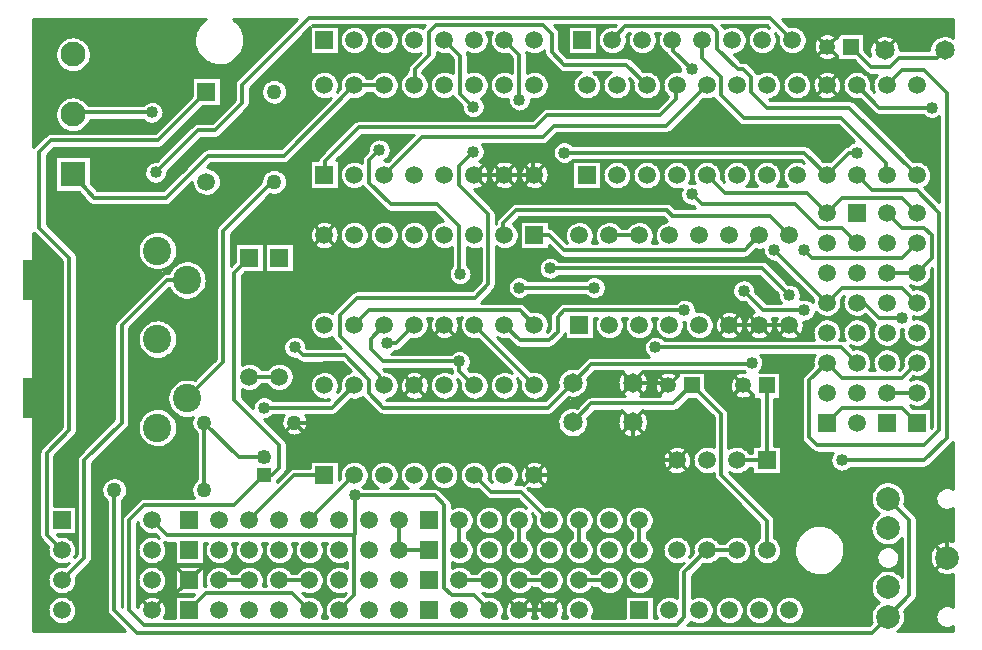
<source format=gbr>
G04 DipTrace 2.2.0.9*
%INTop.gbr*%
%MOMM*%
%ADD10C,0.25*%
%ADD13C,0.33*%
%ADD14C,1.65*%
%ADD15R,1.35X1.35*%
%ADD16C,1.35*%
%ADD17R,1.25X1.25*%
%ADD18C,1.25*%
%ADD19R,1.5X1.5*%
%ADD20C,1.5*%
%ADD21C,2.0*%
%ADD22R,2.7X3.4*%
%ADD23C,2.4*%
%ADD24C,1.27*%
%ADD25C,1.27*%
%ADD26R,2.1X2.1*%
%ADD27C,2.1*%
%ADD28C,1.016*%
%FSLAX53Y53*%
%SFA1B1*%
%OFA0B0*%
G04*
G71*
G90*
G75*
G01*
%LNTop*%
%LPD*%
X25400Y39390D2*
D13*
X25440D1*
Y40545D1*
X28302Y43407D1*
X43248D1*
X44291Y44450D1*
X53831D1*
X55173Y45792D1*
Y46990D1*
X55245D1*
X30480Y39390D2*
X33702Y42612D1*
X43884D1*
X44838Y43566D1*
X54361D1*
X57785Y46990D1*
X52070Y34270D2*
X49530D1*
X33020Y46990D2*
X33072D1*
Y48336D1*
X34279Y49543D1*
Y51517D1*
X34869Y52108D1*
X43884D1*
X44657Y51335D1*
Y49767D1*
X45705Y48719D1*
X50976D1*
X52705Y46990D1*
X22860Y18415D2*
X33020D1*
X35616Y32436D2*
X27254D1*
X25400Y34290D1*
X40640Y39390D2*
X43180D1*
X54515Y21590D2*
Y21644D1*
X54376Y21783D1*
X51506D1*
X43180Y13970D2*
X49745D1*
X51506Y15731D1*
Y18444D1*
X33020Y18415D2*
X35560D1*
X37465Y16510D1*
X40640D1*
X43180Y13970D1*
X62230Y26670D2*
X59690D1*
X64770D2*
X62230D1*
X55245Y15240D2*
X52017D1*
X51506Y15751D1*
X41910Y2540D2*
X44450D1*
X41910D2*
X40640Y3810D1*
Y10795D1*
X39828Y11607D1*
X37923D1*
X36830Y12700D1*
Y15875D1*
X37465Y16510D1*
X78105Y6985D2*
Y10160D1*
X74295Y13970D1*
X68580D1*
X64135Y9525D1*
Y6985D1*
X63500Y6350D1*
X62230D1*
X61595Y6985D1*
Y8890D1*
X55245Y15240D1*
X38100Y39390D2*
X40640D1*
X67945Y42545D2*
X45248D1*
X43089Y40386D1*
Y39390D1*
X40640D1*
X72828Y49926D2*
X71319Y51435D1*
X69149D1*
X67958Y50244D1*
X16510Y5080D2*
X19050D1*
X27940Y21570D2*
X26055Y19685D1*
X20320D1*
X21590Y5080D2*
X24130D1*
Y10160D2*
X27940Y13970D1*
X34290Y7620D2*
X31750D1*
Y10160D1*
X19050D2*
X22860Y13970D1*
X25400D1*
X36830Y5080D2*
X39370D1*
X36830Y7620D2*
Y10160D1*
X41910Y5080D2*
X44450D1*
X41910Y7620D2*
Y10160D1*
X46990Y5080D2*
X49530D1*
X46990Y7620D2*
Y10160D1*
X38100Y13970D2*
X39509Y12561D1*
X42049D1*
X44450Y10160D1*
X52070D2*
Y7620D1*
X56515Y21590D2*
X58989Y19116D1*
Y13992D1*
X62865Y10116D1*
Y7620D1*
X46426Y18444D2*
X48016Y20034D1*
X54959D1*
X56515Y21590D1*
X27940Y26690D2*
X29190Y27940D1*
X41930D1*
X43180Y26690D1*
X45720Y41275D2*
X66040D1*
X67945Y39370D1*
X10795Y10160D2*
X12065Y8890D1*
X27940D1*
Y8992D1*
X27984D1*
Y12243D1*
X27940Y8890D2*
Y3810D1*
X26670Y2540D1*
X73025Y20955D2*
X75565D1*
X73025Y31115D2*
X75565D1*
X76835Y32385D1*
Y34290D1*
X76200Y34925D1*
X74295D1*
X73025Y36195D1*
X70485Y41275D2*
X69850D1*
X67945Y39370D1*
X77908Y49926D2*
X77272Y49290D1*
X74092D1*
X73297Y48495D1*
X71707D1*
X69958Y50244D1*
X39370Y2540D2*
X38100Y3810D1*
X36195D1*
X35560Y4445D1*
Y11430D1*
X34747Y12243D1*
X27984D1*
X22896Y24804D2*
X23570Y24130D1*
X27130D1*
X29210Y22050D1*
Y20880D1*
X30405Y19685D1*
X44328D1*
X46426Y21783D1*
X62865Y15240D2*
X60325D1*
X46426Y21783D2*
X48016Y23373D1*
X61595D1*
Y23495D1*
X66040Y33020D2*
X66675Y32385D1*
X74295D1*
X75565Y33655D1*
X62865Y21590D2*
Y15240D1*
X30687Y25122D2*
X31452D1*
X33020Y26690D1*
X70485Y46990D2*
X72390Y45085D1*
X76835D1*
X35560Y50800D2*
X36900Y49460D1*
Y46257D1*
X38001Y45156D1*
Y41340D2*
X36828Y40167D1*
Y38538D1*
X39273Y36093D1*
Y30112D1*
X38129Y28968D1*
X28142D1*
X26696Y27522D1*
Y25749D1*
X30043Y22403D1*
X30480Y21570D1*
X38100D2*
Y21525D1*
X36828Y22797D1*
Y23592D1*
X36888Y31005D2*
X36828D1*
Y35040D1*
X34980Y36888D1*
X31057D1*
X29210Y38735D1*
Y40658D1*
X30051Y41499D1*
X30480Y26690D2*
X29319Y25529D1*
Y24643D1*
X30370Y23592D1*
X36828D1*
X4132Y44512D2*
Y44361D1*
X4450Y44679D1*
X10812D1*
X57785Y7620D2*
X60325D1*
X20320Y13970D2*
X20955D1*
X21590Y14605D1*
Y16510D1*
X17780Y20320D1*
Y31115D1*
X19050Y32385D1*
X57785Y7620D2*
X55890Y5725D1*
Y1915D1*
X55245Y1270D1*
X10160D1*
X8890Y2540D1*
Y10160D1*
X10160Y11430D1*
X17780D1*
X20320Y13970D1*
Y15470D2*
X18185D1*
X15240Y18415D1*
Y12700D1*
X21590Y22285D2*
X19050D1*
X44520Y31482D2*
X62498D1*
X64770Y29210D1*
X66040Y27940D2*
X62531D1*
X60897Y29574D1*
X73025Y46990D2*
X74295Y48260D1*
X76200D1*
X78105Y46355D1*
Y17145D1*
X76200Y15240D1*
X69215D1*
X75565Y18415D2*
X74295Y19685D1*
X69215D1*
X67945Y18415D1*
X70485Y39370D2*
X71755Y38100D1*
X75565D1*
X77470Y36195D1*
Y17780D1*
X76200Y16510D1*
X67122D1*
X66460Y17172D1*
Y22010D1*
X67945Y23495D1*
X69215Y22225D1*
X74295D1*
X75565Y23495D1*
Y28575D2*
X74295Y29845D1*
X69215D1*
X67945Y28575D1*
X63500Y33020D2*
X67945Y28575D1*
X70485D2*
X71120D1*
X72390Y27305D1*
X74295D1*
X70485Y33655D2*
X69240Y34900D1*
X67255D1*
X65268Y36888D1*
X57356D1*
X56499Y37745D1*
Y48337D2*
X54958Y49877D1*
X54864Y50800D1*
X67945Y36195D2*
X66298Y37842D1*
X59313D1*
X57785Y39370D1*
X75565Y36195D2*
X74295Y37465D1*
X69215D1*
X67945Y36195D1*
X30480Y46990D2*
X27940D1*
X21955Y41005D1*
X15580D1*
X12011Y37436D1*
X5883D1*
X4132Y39432D1*
X64770Y34270D2*
X63106Y35934D1*
X54855D1*
X54378Y36411D1*
X41658D1*
X40545Y35298D1*
Y34290D1*
X40640D1*
X62230Y34270D2*
X60980Y33020D1*
X45685D1*
X44415Y34290D1*
X43180D1*
X55880Y27940D2*
X45720D1*
X45152Y27372D1*
Y26102D1*
X44450Y25400D1*
X41930D1*
X40640Y26690D1*
X70485Y23495D2*
X69176Y24804D1*
X53424D1*
X48260Y29845D2*
X41910D1*
X40640Y50800D2*
X41910Y49530D1*
Y45720D1*
X57404Y50800D2*
Y49285D1*
X58989Y47700D1*
Y46110D1*
X60897Y44202D1*
X69165D1*
X72981Y40386D1*
X73025Y39370D1*
X49784Y50800D2*
Y50546D1*
Y50800D2*
X50880Y51993D1*
X58194D1*
X58671Y51516D1*
Y50085D1*
X60420Y48336D1*
X60884D1*
X61533Y47687D1*
Y46417D1*
X62865Y45085D1*
X69850D1*
X75565Y39370D1*
X65024Y50800D2*
X63119Y52705D1*
X24130D1*
X18442Y47017D1*
Y45472D1*
X16124Y43154D1*
X14693D1*
X11130Y39591D1*
X15423Y46428D2*
X11309Y42313D1*
X2243D1*
X1270Y41340D1*
Y34925D1*
X3810Y32385D1*
Y17780D1*
X1905Y15875D1*
Y8890D1*
X3175Y7620D1*
X13770Y30480D2*
X12065D1*
X8255Y26670D1*
Y18415D1*
X5080Y15240D1*
Y6985D1*
X3175Y5080D1*
X13770Y20480D2*
X16852Y23562D1*
Y34660D1*
X21306Y39114D1*
Y38635D1*
X21145Y38796D1*
X73105Y11985D2*
X74930Y10160D1*
Y3810D1*
X73105Y1985D1*
X7620Y12700D2*
Y2540D1*
X9525Y635D1*
X71755D1*
X73105Y1985D1*
X24130Y2540D2*
X22695Y3975D1*
X15405D1*
X13970Y2540D1*
X57785Y15240D2*
D3*
X38100Y26690D2*
X43180Y21570D1*
D28*
X67945Y42545D3*
X27984Y12243D3*
X70485Y41275D3*
X30687Y25122D3*
X38001Y45156D3*
Y41340D3*
X36828Y23592D3*
X36888Y31005D3*
X30051Y41499D3*
X10812Y44679D3*
X74295Y27305D3*
X56499Y37745D3*
Y48337D3*
X35616Y32436D3*
X33020Y18415D3*
X20320Y19685D3*
X45720Y41275D3*
X61595Y23495D3*
X22896Y24804D3*
X76835Y45085D3*
X60897Y29574D3*
X66040Y27940D3*
X63500Y33020D3*
X55880Y27940D3*
X44520Y31482D3*
X41910Y45720D3*
Y29845D3*
X48260D3*
X53424Y24804D3*
X66040Y33020D3*
X11130Y39591D3*
X64770Y29210D3*
X69215Y15240D3*
X785Y52333D2*
D10*
X15010D1*
X18010D2*
X22842D1*
X64408D2*
X78589D1*
X785Y52087D2*
X14792D1*
X18228D2*
X22596D1*
X64654D2*
X78589D1*
X785Y51840D2*
X14628D1*
X18392D2*
X22350D1*
X26639D2*
X27288D1*
X28592D2*
X29827D1*
X31131D2*
X32366D1*
X45068D2*
X46003D1*
X48482D2*
X49131D1*
X60596D2*
X61831D1*
X65678D2*
X78589D1*
X785Y51593D2*
X14510D1*
X18510D2*
X22104D1*
X23935D2*
X24159D1*
X26639D2*
X26995D1*
X28885D2*
X29534D1*
X31424D2*
X32077D1*
X45256D2*
X46003D1*
X48482D2*
X48839D1*
X60889D2*
X61538D1*
X65971D2*
X78589D1*
X785Y51347D2*
X14428D1*
X18592D2*
X21858D1*
X23685D2*
X24159D1*
X26639D2*
X26831D1*
X29049D2*
X29370D1*
X31592D2*
X31909D1*
X39209D2*
X39530D1*
X45310D2*
X46003D1*
X48482D2*
X48674D1*
X53435D2*
X53753D1*
X61053D2*
X61374D1*
X66135D2*
X67643D1*
X68271D2*
X68792D1*
X71123D2*
X78589D1*
X785Y51100D2*
X3964D1*
X4299D2*
X14378D1*
X18642D2*
X21608D1*
X23439D2*
X24159D1*
X29142D2*
X29276D1*
X31681D2*
X31821D1*
X39303D2*
X39438D1*
X45310D2*
X46003D1*
X50986D2*
X51124D1*
X53525D2*
X53663D1*
X61146D2*
X61284D1*
X66224D2*
X67182D1*
X71123D2*
X72268D1*
X73389D2*
X77350D1*
X785Y50853D2*
X3268D1*
X4994D2*
X14358D1*
X18662D2*
X21362D1*
X23193D2*
X24159D1*
X45310D2*
X46003D1*
X66264D2*
X66971D1*
X71123D2*
X71905D1*
X73748D2*
X76987D1*
X785Y50607D2*
X2983D1*
X5283D2*
X14366D1*
X18654D2*
X21116D1*
X22947D2*
X24159D1*
X45310D2*
X46003D1*
X66248D2*
X66854D1*
X71123D2*
X71706D1*
X73947D2*
X76788D1*
X785Y50360D2*
X2803D1*
X5463D2*
X14405D1*
X18615D2*
X20870D1*
X22701D2*
X24159D1*
X26639D2*
X26784D1*
X29096D2*
X29323D1*
X31639D2*
X31862D1*
X39256D2*
X39483D1*
X45310D2*
X46003D1*
X48482D2*
X48628D1*
X50939D2*
X51167D1*
X53482D2*
X53706D1*
X61099D2*
X61327D1*
X63642D2*
X63866D1*
X66181D2*
X66799D1*
X71123D2*
X71589D1*
X74068D2*
X76667D1*
X785Y50113D2*
X2686D1*
X5580D2*
X14471D1*
X18549D2*
X20624D1*
X22455D2*
X24159D1*
X26639D2*
X26913D1*
X28967D2*
X29452D1*
X31506D2*
X31995D1*
X39127D2*
X39612D1*
X45310D2*
X46003D1*
X48482D2*
X48756D1*
X50810D2*
X51296D1*
X53349D2*
X53839D1*
X60971D2*
X61456D1*
X63510D2*
X63999D1*
X66053D2*
X66799D1*
X71123D2*
X71526D1*
X74131D2*
X76608D1*
X785Y49867D2*
X2616D1*
X5646D2*
X14573D1*
X18447D2*
X20378D1*
X22209D2*
X24159D1*
X26639D2*
X27139D1*
X28744D2*
X29678D1*
X31283D2*
X32217D1*
X38904D2*
X39839D1*
X45474D2*
X46003D1*
X48482D2*
X48983D1*
X50588D2*
X51522D1*
X53127D2*
X54061D1*
X60748D2*
X61682D1*
X63287D2*
X64221D1*
X65826D2*
X66858D1*
X71252D2*
X71514D1*
X785Y49620D2*
X2592D1*
X5670D2*
X14714D1*
X18306D2*
X20128D1*
X21959D2*
X24159D1*
X26639D2*
X27628D1*
X28252D2*
X30167D1*
X30795D2*
X32706D1*
X34931D2*
X35249D1*
X37533D2*
X37788D1*
X38412D2*
X40327D1*
X42556D2*
X42866D1*
X43494D2*
X44018D1*
X45721D2*
X46003D1*
X48482D2*
X49471D1*
X50096D2*
X52010D1*
X52639D2*
X54358D1*
X60256D2*
X62171D1*
X62799D2*
X64710D1*
X65338D2*
X66979D1*
X785Y49373D2*
X2608D1*
X5654D2*
X14905D1*
X18115D2*
X19881D1*
X21713D2*
X33194D1*
X34912D2*
X36073D1*
X37553D2*
X41151D1*
X42564D2*
X44139D1*
X45967D2*
X54546D1*
X60299D2*
X67198D1*
X785Y49127D2*
X2667D1*
X5599D2*
X15171D1*
X17849D2*
X19635D1*
X21467D2*
X32948D1*
X34775D2*
X36245D1*
X37553D2*
X41256D1*
X42564D2*
X44381D1*
X51482D2*
X54792D1*
X60545D2*
X67710D1*
X68209D2*
X68792D1*
X785Y48880D2*
X2768D1*
X5494D2*
X15569D1*
X17451D2*
X19389D1*
X21221D2*
X32702D1*
X34533D2*
X36245D1*
X37553D2*
X41256D1*
X42564D2*
X44628D1*
X51732D2*
X55042D1*
X61224D2*
X70405D1*
X785Y48633D2*
X2936D1*
X5330D2*
X19143D1*
X20974D2*
X32491D1*
X34283D2*
X36245D1*
X37553D2*
X41256D1*
X42564D2*
X44874D1*
X51978D2*
X55288D1*
X61502D2*
X70655D1*
X785Y48387D2*
X3190D1*
X5076D2*
X18897D1*
X20728D2*
X32421D1*
X34037D2*
X36245D1*
X37553D2*
X41256D1*
X42564D2*
X45124D1*
X52224D2*
X55503D1*
X61748D2*
X70901D1*
X785Y48140D2*
X3674D1*
X4588D2*
X18651D1*
X20482D2*
X24983D1*
X25814D2*
X27522D1*
X28357D2*
X30065D1*
X30896D2*
X32417D1*
X33791D2*
X35143D1*
X35974D2*
X36245D1*
X37553D2*
X37681D1*
X38517D2*
X40225D1*
X41056D2*
X41256D1*
X42564D2*
X42764D1*
X43596D2*
X45432D1*
X53123D2*
X54831D1*
X61994D2*
X62448D1*
X63279D2*
X64991D1*
X65822D2*
X67530D1*
X68361D2*
X70069D1*
X70900D2*
X71147D1*
X785Y47893D2*
X18401D1*
X20232D2*
X24561D1*
X26236D2*
X27104D1*
X28775D2*
X29643D1*
X31318D2*
X32182D1*
X33857D2*
X34721D1*
X38935D2*
X39803D1*
X44017D2*
X46788D1*
X48463D2*
X49327D1*
X53541D2*
X54409D1*
X63701D2*
X64569D1*
X66244D2*
X67108D1*
X68783D2*
X69647D1*
X71322D2*
X71495D1*
X785Y47647D2*
X18155D1*
X19986D2*
X24354D1*
X26447D2*
X26893D1*
X28986D2*
X29432D1*
X31525D2*
X31971D1*
X34068D2*
X34514D1*
X39146D2*
X39592D1*
X44228D2*
X46577D1*
X48674D2*
X49120D1*
X53752D2*
X54198D1*
X63912D2*
X64358D1*
X66451D2*
X66897D1*
X68990D2*
X69440D1*
X71533D2*
X71979D1*
X785Y47400D2*
X14182D1*
X16662D2*
X17917D1*
X19740D2*
X20628D1*
X21662D2*
X24233D1*
X26568D2*
X26772D1*
X31650D2*
X31850D1*
X34189D2*
X34393D1*
X39267D2*
X39471D1*
X44349D2*
X46456D1*
X48795D2*
X48995D1*
X53873D2*
X54077D1*
X64033D2*
X64237D1*
X66572D2*
X66776D1*
X69115D2*
X69315D1*
X71654D2*
X71858D1*
X785Y47153D2*
X14182D1*
X16662D2*
X17803D1*
X19494D2*
X20303D1*
X21986D2*
X24171D1*
X44408D2*
X46397D1*
X785Y46907D2*
X14182D1*
X16662D2*
X17788D1*
X19248D2*
X20135D1*
X22154D2*
X24163D1*
X44416D2*
X46389D1*
X785Y46660D2*
X14182D1*
X16662D2*
X17788D1*
X19096D2*
X20049D1*
X22244D2*
X24206D1*
X31674D2*
X31827D1*
X34213D2*
X34366D1*
X39295D2*
X39444D1*
X44373D2*
X46432D1*
X48818D2*
X48968D1*
X51357D2*
X51510D1*
X53900D2*
X54049D1*
X64060D2*
X64210D1*
X66599D2*
X66753D1*
X69139D2*
X69292D1*
X785Y46413D2*
X14182D1*
X16662D2*
X17788D1*
X19096D2*
X20022D1*
X22271D2*
X24307D1*
X31572D2*
X31924D1*
X34115D2*
X34467D1*
X39193D2*
X39546D1*
X44275D2*
X46530D1*
X48721D2*
X49073D1*
X51260D2*
X51612D1*
X53799D2*
X54151D1*
X63959D2*
X64311D1*
X66498D2*
X66850D1*
X69041D2*
X69389D1*
X785Y46167D2*
X14182D1*
X16662D2*
X17788D1*
X19096D2*
X20049D1*
X22240D2*
X24483D1*
X28857D2*
X29561D1*
X31396D2*
X32100D1*
X33939D2*
X34643D1*
X39017D2*
X39721D1*
X44099D2*
X46706D1*
X48545D2*
X49249D1*
X51084D2*
X51788D1*
X53623D2*
X54327D1*
X63783D2*
X64487D1*
X66322D2*
X67026D1*
X68861D2*
X69565D1*
X785Y45920D2*
X3549D1*
X4717D2*
X13999D1*
X16662D2*
X17788D1*
X19096D2*
X20139D1*
X22150D2*
X24799D1*
X28541D2*
X29881D1*
X31080D2*
X32421D1*
X33619D2*
X34960D1*
X36158D2*
X36342D1*
X38701D2*
X40042D1*
X43779D2*
X47026D1*
X48224D2*
X49565D1*
X50764D2*
X52104D1*
X53306D2*
X54385D1*
X63467D2*
X64803D1*
X66006D2*
X67346D1*
X68545D2*
X69885D1*
X785Y45673D2*
X3135D1*
X5131D2*
X13753D1*
X16662D2*
X17729D1*
X19096D2*
X20307D1*
X21982D2*
X25710D1*
X27537D2*
X36569D1*
X38849D2*
X40913D1*
X42908D2*
X54139D1*
X57385D2*
X58510D1*
X70099D2*
X70885D1*
X785Y45427D2*
X2901D1*
X5365D2*
X10167D1*
X11459D2*
X13506D1*
X16662D2*
X17483D1*
X19096D2*
X20639D1*
X21650D2*
X25460D1*
X27291D2*
X36815D1*
X38959D2*
X40956D1*
X42861D2*
X53893D1*
X57139D2*
X58756D1*
X70424D2*
X71131D1*
X785Y45180D2*
X2749D1*
X11670D2*
X13260D1*
X15092D2*
X17233D1*
X19025D2*
X25214D1*
X27045D2*
X37003D1*
X38998D2*
X41077D1*
X42744D2*
X53647D1*
X56892D2*
X59003D1*
X70670D2*
X71378D1*
X785Y44933D2*
X2651D1*
X11775D2*
X13014D1*
X14846D2*
X16987D1*
X18818D2*
X24967D1*
X26799D2*
X37030D1*
X38974D2*
X41311D1*
X42506D2*
X43862D1*
X56642D2*
X59249D1*
X70916D2*
X71628D1*
X785Y44687D2*
X2604D1*
X11810D2*
X12764D1*
X14596D2*
X16741D1*
X18572D2*
X24721D1*
X26553D2*
X37124D1*
X38877D2*
X43612D1*
X56396D2*
X59499D1*
X71162D2*
X71874D1*
X785Y44440D2*
X2592D1*
X11779D2*
X12518D1*
X14349D2*
X16495D1*
X18326D2*
X24475D1*
X26306D2*
X37319D1*
X38685D2*
X43366D1*
X56150D2*
X59745D1*
X71412D2*
X76081D1*
X785Y44193D2*
X2628D1*
X11681D2*
X12272D1*
X14103D2*
X16249D1*
X18080D2*
X24229D1*
X26060D2*
X37839D1*
X38166D2*
X43120D1*
X55904D2*
X59991D1*
X71658D2*
X76421D1*
X77248D2*
X77452D1*
X785Y43947D2*
X2702D1*
X5560D2*
X10147D1*
X11478D2*
X12026D1*
X13857D2*
X16003D1*
X17834D2*
X23983D1*
X25810D2*
X27952D1*
X55658D2*
X60237D1*
X71904D2*
X77452D1*
X785Y43700D2*
X2827D1*
X5435D2*
X11780D1*
X13611D2*
X14354D1*
X17584D2*
X23733D1*
X25564D2*
X27678D1*
X55412D2*
X60491D1*
X72150D2*
X77452D1*
X785Y43453D2*
X3022D1*
X5240D2*
X11534D1*
X13365D2*
X14077D1*
X17338D2*
X23487D1*
X25318D2*
X27432D1*
X55162D2*
X68999D1*
X72396D2*
X77452D1*
X785Y43207D2*
X3339D1*
X4924D2*
X11288D1*
X13119D2*
X13831D1*
X17092D2*
X23241D1*
X25072D2*
X27186D1*
X54916D2*
X69245D1*
X72642D2*
X77452D1*
X785Y42960D2*
X11038D1*
X12869D2*
X13585D1*
X16846D2*
X22995D1*
X24826D2*
X26940D1*
X54556D2*
X69491D1*
X72892D2*
X77452D1*
X785Y42713D2*
X1729D1*
X12623D2*
X13339D1*
X16599D2*
X22749D1*
X24580D2*
X26694D1*
X28525D2*
X32889D1*
X44900D2*
X69737D1*
X73139D2*
X77452D1*
X785Y42467D2*
X1483D1*
X12377D2*
X13089D1*
X14920D2*
X22503D1*
X24334D2*
X26448D1*
X28275D2*
X29928D1*
X30174D2*
X32639D1*
X44654D2*
X69983D1*
X73385D2*
X77452D1*
X785Y42220D2*
X1233D1*
X12131D2*
X12842D1*
X14674D2*
X22253D1*
X24084D2*
X26198D1*
X28029D2*
X29374D1*
X30728D2*
X32393D1*
X44408D2*
X45464D1*
X45974D2*
X70229D1*
X73631D2*
X77452D1*
X785Y41973D2*
X987D1*
X11885D2*
X12596D1*
X14428D2*
X22006D1*
X23838D2*
X25952D1*
X27783D2*
X29178D1*
X30924D2*
X32147D1*
X38764D2*
X45018D1*
X46424D2*
X69784D1*
X73877D2*
X77452D1*
X11560Y41727D2*
X12350D1*
X14181D2*
X21760D1*
X23592D2*
X25706D1*
X27537D2*
X29081D1*
X31021D2*
X31901D1*
X38920D2*
X44835D1*
X66502D2*
X69385D1*
X74123D2*
X77452D1*
X2326Y41480D2*
X12104D1*
X13935D2*
X15143D1*
X23346D2*
X25460D1*
X27291D2*
X29053D1*
X31049D2*
X31655D1*
X38990D2*
X44745D1*
X66752D2*
X69139D1*
X74369D2*
X77452D1*
X2080Y41233D2*
X11858D1*
X13689D2*
X14893D1*
X23099D2*
X25214D1*
X27045D2*
X28870D1*
X31014D2*
X31409D1*
X38994D2*
X44721D1*
X66998D2*
X68893D1*
X74619D2*
X77452D1*
X1924Y40987D2*
X11612D1*
X13439D2*
X14647D1*
X22853D2*
X24967D1*
X26799D2*
X28647D1*
X30904D2*
X31163D1*
X38931D2*
X44764D1*
X67244D2*
X68647D1*
X74865D2*
X77452D1*
X1924Y40740D2*
X2592D1*
X5670D2*
X11362D1*
X13193D2*
X14401D1*
X22607D2*
X24815D1*
X26549D2*
X28561D1*
X30685D2*
X30913D1*
X38791D2*
X44881D1*
X67490D2*
X68401D1*
X75111D2*
X77452D1*
X1924Y40493D2*
X2592D1*
X5670D2*
X10741D1*
X12947D2*
X14155D1*
X22346D2*
X24159D1*
X26639D2*
X27409D1*
X38635D2*
X40108D1*
X41174D2*
X42647D1*
X43713D2*
X45116D1*
X48865D2*
X49678D1*
X50650D2*
X52217D1*
X53193D2*
X54756D1*
X55732D2*
X57299D1*
X58271D2*
X59839D1*
X60810D2*
X62378D1*
X63353D2*
X64917D1*
X76053D2*
X77452D1*
X1924Y40247D2*
X2592D1*
X5670D2*
X10385D1*
X12701D2*
X13905D1*
X15736D2*
X24159D1*
X26639D2*
X27053D1*
X38986D2*
X39753D1*
X41525D2*
X42296D1*
X44064D2*
X46385D1*
X48865D2*
X49299D1*
X51029D2*
X51839D1*
X53572D2*
X54378D1*
X56111D2*
X56921D1*
X58650D2*
X59460D1*
X61189D2*
X61999D1*
X63732D2*
X64538D1*
X76431D2*
X77452D1*
X1924Y40000D2*
X2592D1*
X5670D2*
X10221D1*
X12455D2*
X13659D1*
X15681D2*
X24159D1*
X26639D2*
X26866D1*
X39174D2*
X39565D1*
X41717D2*
X42104D1*
X44256D2*
X46385D1*
X48865D2*
X49100D1*
X51228D2*
X51643D1*
X53767D2*
X54182D1*
X56310D2*
X56721D1*
X58849D2*
X59260D1*
X61389D2*
X61803D1*
X63928D2*
X64342D1*
X76627D2*
X77452D1*
X1924Y39753D2*
X2592D1*
X5670D2*
X10147D1*
X12209D2*
X13413D1*
X16209D2*
X20581D1*
X21713D2*
X24159D1*
X39283D2*
X39456D1*
X41822D2*
X41995D1*
X44365D2*
X46385D1*
X51342D2*
X51526D1*
X53881D2*
X54069D1*
X56424D2*
X56606D1*
X58963D2*
X59147D1*
X61502D2*
X61686D1*
X64041D2*
X64231D1*
X76744D2*
X77452D1*
X1924Y39507D2*
X2592D1*
X5670D2*
X10135D1*
X12123D2*
X13167D1*
X16443D2*
X20280D1*
X22010D2*
X24159D1*
X44416D2*
X46385D1*
X76799D2*
X77452D1*
X1924Y39260D2*
X2592D1*
X5670D2*
X10190D1*
X12068D2*
X12921D1*
X16576D2*
X20124D1*
X22166D2*
X24159D1*
X44412D2*
X46385D1*
X76799D2*
X77452D1*
X1924Y39013D2*
X2592D1*
X5670D2*
X10323D1*
X11939D2*
X12674D1*
X16646D2*
X20042D1*
X22248D2*
X24159D1*
X39279D2*
X39460D1*
X41818D2*
X41999D1*
X44361D2*
X46385D1*
X51349D2*
X51518D1*
X53892D2*
X54057D1*
X56431D2*
X56599D1*
X61510D2*
X61678D1*
X64053D2*
X64217D1*
X76752D2*
X77452D1*
X1924Y38767D2*
X2592D1*
X5670D2*
X10589D1*
X11670D2*
X12424D1*
X16662D2*
X20022D1*
X22267D2*
X24159D1*
X26639D2*
X26874D1*
X39166D2*
X39573D1*
X41709D2*
X42112D1*
X44248D2*
X46385D1*
X48865D2*
X49085D1*
X51244D2*
X51628D1*
X53783D2*
X54167D1*
X56326D2*
X56706D1*
X61404D2*
X61784D1*
X63943D2*
X64327D1*
X76642D2*
X77452D1*
X1924Y38520D2*
X2592D1*
X5795D2*
X12178D1*
X14010D2*
X14217D1*
X16627D2*
X19796D1*
X22236D2*
X24159D1*
X26639D2*
X27069D1*
X38974D2*
X39768D1*
X41514D2*
X42307D1*
X44053D2*
X46385D1*
X48865D2*
X49272D1*
X51056D2*
X51811D1*
X53599D2*
X54354D1*
X61217D2*
X61971D1*
X63760D2*
X64510D1*
X76459D2*
X77452D1*
X1924Y38273D2*
X2592D1*
X6010D2*
X11932D1*
X13764D2*
X14307D1*
X16537D2*
X19549D1*
X22139D2*
X24159D1*
X26639D2*
X27436D1*
X28443D2*
X28756D1*
X38603D2*
X40135D1*
X41142D2*
X42678D1*
X43681D2*
X46385D1*
X48865D2*
X49616D1*
X50713D2*
X52159D1*
X53252D2*
X54698D1*
X76306D2*
X77452D1*
X1924Y38027D2*
X2592D1*
X13517D2*
X14467D1*
X16377D2*
X19303D1*
X21955D2*
X29003D1*
X38256D2*
X55542D1*
X76553D2*
X77452D1*
X1924Y37780D2*
X4717D1*
X13271D2*
X14753D1*
X16096D2*
X19057D1*
X21592D2*
X29249D1*
X38502D2*
X55503D1*
X76799D2*
X77452D1*
X1924Y37533D2*
X4936D1*
X13025D2*
X18811D1*
X20642D2*
X29495D1*
X38748D2*
X55526D1*
X77049D2*
X77452D1*
X1924Y37287D2*
X5151D1*
X12779D2*
X18565D1*
X20392D2*
X29745D1*
X38994D2*
X55616D1*
X77295D2*
X77451D1*
X1924Y37040D2*
X5366D1*
X12529D2*
X18315D1*
X20146D2*
X29991D1*
X39240D2*
X41604D1*
X54431D2*
X55803D1*
X1924Y36793D2*
X18069D1*
X19900D2*
X30237D1*
X39490D2*
X41124D1*
X54912D2*
X56276D1*
X1924Y36547D2*
X17823D1*
X19654D2*
X30483D1*
X39736D2*
X40878D1*
X1924Y36300D2*
X17577D1*
X19408D2*
X30807D1*
X39892D2*
X40631D1*
X1924Y36053D2*
X17331D1*
X19162D2*
X34901D1*
X39928D2*
X40385D1*
X1924Y35807D2*
X17085D1*
X18916D2*
X35147D1*
X39928D2*
X40139D1*
X1924Y35560D2*
X16835D1*
X18666D2*
X35393D1*
X41721D2*
X54315D1*
X1924Y35313D2*
X16589D1*
X18420D2*
X24721D1*
X26080D2*
X27260D1*
X28619D2*
X29799D1*
X31158D2*
X32342D1*
X33701D2*
X34881D1*
X41474D2*
X41940D1*
X44420D2*
X46342D1*
X47639D2*
X48881D1*
X50178D2*
X51424D1*
X52717D2*
X53964D1*
X2045Y35067D2*
X16346D1*
X18174D2*
X24440D1*
X26357D2*
X26979D1*
X28900D2*
X29522D1*
X31439D2*
X32061D1*
X33978D2*
X34600D1*
X41599D2*
X41940D1*
X44420D2*
X46049D1*
X47931D2*
X48589D1*
X50471D2*
X51128D1*
X53014D2*
X53667D1*
X2291Y34820D2*
X16217D1*
X17928D2*
X24284D1*
X26517D2*
X26823D1*
X29056D2*
X29362D1*
X31599D2*
X31901D1*
X34139D2*
X34444D1*
X41760D2*
X41940D1*
X44779D2*
X45881D1*
X48099D2*
X48421D1*
X53178D2*
X53503D1*
X2537Y34573D2*
X10764D1*
X11775D2*
X16198D1*
X17681D2*
X24194D1*
X29146D2*
X29272D1*
X31685D2*
X31814D1*
X34224D2*
X34351D1*
X45049D2*
X45788D1*
X48189D2*
X48329D1*
X53271D2*
X53409D1*
X785Y34327D2*
X952D1*
X2783D2*
X10268D1*
X12275D2*
X16198D1*
X17506D2*
X24163D1*
X45295D2*
X45753D1*
X785Y34080D2*
X1198D1*
X3029D2*
X9995D1*
X12545D2*
X16198D1*
X17506D2*
X24178D1*
X45541D2*
X45764D1*
X785Y33833D2*
X1448D1*
X3275D2*
X9815D1*
X12724D2*
X16198D1*
X17506D2*
X24249D1*
X26549D2*
X26788D1*
X29092D2*
X29331D1*
X31631D2*
X31870D1*
X34170D2*
X34409D1*
X41791D2*
X41943D1*
X48150D2*
X48370D1*
X53228D2*
X53452D1*
X785Y33587D2*
X1694D1*
X3525D2*
X9694D1*
X12846D2*
X16198D1*
X17506D2*
X17811D1*
X22830D2*
X24385D1*
X26416D2*
X26924D1*
X28955D2*
X29464D1*
X31494D2*
X32006D1*
X34037D2*
X34546D1*
X41654D2*
X41940D1*
X785Y33340D2*
X1940D1*
X3771D2*
X9620D1*
X12920D2*
X16198D1*
X17506D2*
X17811D1*
X22830D2*
X24620D1*
X26181D2*
X27159D1*
X28721D2*
X29698D1*
X31264D2*
X32237D1*
X33803D2*
X34780D1*
X41424D2*
X41940D1*
X785Y33093D2*
X2186D1*
X4017D2*
X9585D1*
X12955D2*
X16198D1*
X17506D2*
X17811D1*
X22830D2*
X25167D1*
X25635D2*
X27706D1*
X28174D2*
X30245D1*
X30713D2*
X32788D1*
X33252D2*
X35327D1*
X35795D2*
X36174D1*
X37482D2*
X37866D1*
X38334D2*
X38620D1*
X39928D2*
X40405D1*
X40873D2*
X41940D1*
X44420D2*
X44698D1*
X785Y32847D2*
X2432D1*
X4264D2*
X9585D1*
X12955D2*
X16198D1*
X17506D2*
X17811D1*
X22830D2*
X36174D1*
X37482D2*
X38620D1*
X39928D2*
X44944D1*
X61721D2*
X62518D1*
X785Y32600D2*
X2678D1*
X4428D2*
X9624D1*
X12916D2*
X16198D1*
X17506D2*
X17811D1*
X22830D2*
X36174D1*
X37482D2*
X38620D1*
X39928D2*
X45190D1*
X61474D2*
X62596D1*
X785Y32353D2*
X2924D1*
X4463D2*
X9702D1*
X12838D2*
X16198D1*
X17506D2*
X17811D1*
X22830D2*
X36174D1*
X37482D2*
X38620D1*
X39928D2*
X44061D1*
X44978D2*
X62768D1*
X785Y32107D2*
X3155D1*
X4463D2*
X9827D1*
X12713D2*
X13393D1*
X14150D2*
X16198D1*
X17506D2*
X17811D1*
X22830D2*
X36174D1*
X37482D2*
X38620D1*
X39928D2*
X43749D1*
X62603D2*
X63139D1*
X785Y31860D2*
X3155D1*
X4463D2*
X10014D1*
X12525D2*
X12815D1*
X14724D2*
X16198D1*
X22830D2*
X36174D1*
X37482D2*
X38620D1*
X39928D2*
X43600D1*
X63037D2*
X63745D1*
X785Y31613D2*
X3155D1*
X4463D2*
X10296D1*
X12244D2*
X12526D1*
X15014D2*
X16198D1*
X22830D2*
X36104D1*
X37674D2*
X38620D1*
X39928D2*
X43530D1*
X63283D2*
X63991D1*
X785Y31367D2*
X3155D1*
X4463D2*
X10835D1*
X11705D2*
X12335D1*
X15205D2*
X16198D1*
X22830D2*
X35960D1*
X37814D2*
X38620D1*
X39928D2*
X43530D1*
X63529D2*
X64237D1*
X785Y31120D2*
X3155D1*
X4463D2*
X12210D1*
X15330D2*
X16198D1*
X18701D2*
X35897D1*
X37881D2*
X38620D1*
X39928D2*
X43592D1*
X63775D2*
X64483D1*
X785Y30873D2*
X3155D1*
X4463D2*
X11542D1*
X15412D2*
X16198D1*
X18455D2*
X35901D1*
X37877D2*
X38620D1*
X39928D2*
X43737D1*
X64021D2*
X64733D1*
X785Y30627D2*
X3155D1*
X4463D2*
X11296D1*
X15455D2*
X16198D1*
X18435D2*
X35967D1*
X37810D2*
X38620D1*
X39928D2*
X41307D1*
X42514D2*
X44030D1*
X45010D2*
X47655D1*
X48865D2*
X62436D1*
X64267D2*
X64979D1*
X785Y30380D2*
X3155D1*
X4463D2*
X11049D1*
X15455D2*
X16198D1*
X18435D2*
X36116D1*
X37658D2*
X38620D1*
X39928D2*
X41073D1*
X49096D2*
X60327D1*
X61467D2*
X62686D1*
X64517D2*
X65225D1*
X76556D2*
X76815D1*
X785Y30133D2*
X3155D1*
X4463D2*
X10803D1*
X15424D2*
X16198D1*
X18435D2*
X36432D1*
X37346D2*
X38378D1*
X39928D2*
X40956D1*
X49213D2*
X60077D1*
X61717D2*
X62932D1*
X65099D2*
X65471D1*
X76306D2*
X76815D1*
X785Y29887D2*
X3155D1*
X4463D2*
X10557D1*
X15349D2*
X16198D1*
X18435D2*
X38131D1*
X39885D2*
X40913D1*
X49256D2*
X59952D1*
X61842D2*
X63178D1*
X65494D2*
X65717D1*
X75170D2*
X76815D1*
X785Y29640D2*
X3155D1*
X4463D2*
X10311D1*
X12142D2*
X12307D1*
X15232D2*
X16198D1*
X18435D2*
X37885D1*
X39717D2*
X40932D1*
X49236D2*
X59901D1*
X61892D2*
X63424D1*
X65666D2*
X65964D1*
X76174D2*
X76815D1*
X785Y29393D2*
X3155D1*
X4463D2*
X10061D1*
X11892D2*
X12483D1*
X15056D2*
X16198D1*
X18435D2*
X27651D1*
X39471D2*
X41022D1*
X49146D2*
X59917D1*
X61994D2*
X63671D1*
X65752D2*
X66210D1*
X76486D2*
X76815D1*
X785Y29147D2*
X3155D1*
X4463D2*
X9815D1*
X11646D2*
X12749D1*
X14791D2*
X16198D1*
X18435D2*
X27405D1*
X39224D2*
X41210D1*
X42611D2*
X47557D1*
X48963D2*
X59999D1*
X62240D2*
X63776D1*
X65767D2*
X66460D1*
X76662D2*
X76817D1*
X785Y28900D2*
X3155D1*
X4463D2*
X9569D1*
X11400D2*
X13221D1*
X14318D2*
X16198D1*
X18435D2*
X27159D1*
X38978D2*
X41655D1*
X42166D2*
X48006D1*
X48514D2*
X55698D1*
X56060D2*
X60171D1*
X62486D2*
X63823D1*
X65717D2*
X65857D1*
X66221D2*
X66706D1*
X785Y28653D2*
X3155D1*
X4463D2*
X9323D1*
X11154D2*
X16198D1*
X18435D2*
X26913D1*
X38728D2*
X55194D1*
X56564D2*
X60557D1*
X62732D2*
X63948D1*
X785Y28407D2*
X3155D1*
X4463D2*
X9077D1*
X10908D2*
X16198D1*
X18435D2*
X26667D1*
X42377D2*
X45272D1*
X56760D2*
X61147D1*
X785Y28160D2*
X3155D1*
X4463D2*
X8831D1*
X10662D2*
X16198D1*
X18435D2*
X26421D1*
X42627D2*
X45026D1*
X56853D2*
X61397D1*
X69111D2*
X69319D1*
X785Y27913D2*
X3155D1*
X4463D2*
X8585D1*
X10412D2*
X16198D1*
X18435D2*
X26178D1*
X42873D2*
X44776D1*
X56877D2*
X61643D1*
X68990D2*
X69440D1*
X76607D2*
X76815D1*
X785Y27667D2*
X3155D1*
X4463D2*
X8335D1*
X10166D2*
X16198D1*
X18435D2*
X24651D1*
X43928D2*
X44569D1*
X57869D2*
X58971D1*
X60408D2*
X61510D1*
X68775D2*
X69655D1*
X76396D2*
X76815D1*
X785Y27420D2*
X3155D1*
X4463D2*
X8089D1*
X9920D2*
X16198D1*
X18435D2*
X24405D1*
X44178D2*
X44499D1*
X58131D2*
X58710D1*
X60670D2*
X61249D1*
X66889D2*
X67546D1*
X68346D2*
X70085D1*
X70885D2*
X71358D1*
X75967D2*
X76815D1*
X785Y27173D2*
X3155D1*
X4463D2*
X7842D1*
X9674D2*
X16198D1*
X18435D2*
X24260D1*
X34158D2*
X34421D1*
X36701D2*
X36960D1*
X44318D2*
X44499D1*
X48228D2*
X48401D1*
X50662D2*
X50940D1*
X53201D2*
X53479D1*
X58279D2*
X58561D1*
X60822D2*
X61100D1*
X63361D2*
X63639D1*
X66662D2*
X67495D1*
X68392D2*
X70038D1*
X70935D2*
X71608D1*
X76014D2*
X76815D1*
X785Y26927D2*
X3155D1*
X4463D2*
X7655D1*
X9428D2*
X10421D1*
X12119D2*
X16198D1*
X18435D2*
X24182D1*
X65982D2*
X67096D1*
X68795D2*
X69635D1*
X71334D2*
X71854D1*
X76416D2*
X76815D1*
X785Y26680D2*
X3155D1*
X4463D2*
X7600D1*
X9181D2*
X10092D1*
X12447D2*
X16198D1*
X18435D2*
X24159D1*
X66010D2*
X66889D1*
X68998D2*
X69432D1*
X71541D2*
X71971D1*
X76619D2*
X76815D1*
X785Y26433D2*
X3155D1*
X4463D2*
X7600D1*
X8935D2*
X9881D1*
X12658D2*
X16198D1*
X18435D2*
X24186D1*
X65986D2*
X66772D1*
X69119D2*
X69311D1*
X71658D2*
X71854D1*
X785Y26187D2*
X3155D1*
X4463D2*
X7600D1*
X8908D2*
X9737D1*
X12803D2*
X16198D1*
X18435D2*
X24268D1*
X34150D2*
X34428D1*
X36689D2*
X36971D1*
X48228D2*
X48389D1*
X50670D2*
X50932D1*
X53209D2*
X53471D1*
X55748D2*
X56010D1*
X58291D2*
X58549D1*
X60830D2*
X61092D1*
X63369D2*
X63631D1*
X65908D2*
X66714D1*
X785Y25940D2*
X3155D1*
X4463D2*
X7600D1*
X8908D2*
X9643D1*
X12896D2*
X16198D1*
X18435D2*
X24421D1*
X34002D2*
X34581D1*
X36541D2*
X37120D1*
X48228D2*
X48534D1*
X50525D2*
X51073D1*
X53064D2*
X53616D1*
X55607D2*
X56155D1*
X58146D2*
X58694D1*
X60685D2*
X61233D1*
X63224D2*
X63776D1*
X65767D2*
X66710D1*
X785Y25693D2*
X3155D1*
X4463D2*
X7600D1*
X8908D2*
X9592D1*
X12947D2*
X16198D1*
X18435D2*
X22475D1*
X23314D2*
X24682D1*
X33740D2*
X34842D1*
X36279D2*
X37381D1*
X48228D2*
X48784D1*
X50275D2*
X51323D1*
X52818D2*
X53006D1*
X55357D2*
X56401D1*
X57896D2*
X58944D1*
X60435D2*
X61483D1*
X62978D2*
X64022D1*
X65517D2*
X66753D1*
X69135D2*
X69296D1*
X71674D2*
X71834D1*
X74217D2*
X74374D1*
X785Y25447D2*
X3155D1*
X4463D2*
X7600D1*
X8908D2*
X9581D1*
X12959D2*
X16198D1*
X18435D2*
X22139D1*
X23650D2*
X26120D1*
X32693D2*
X38421D1*
X40244D2*
X40967D1*
X45412D2*
X52671D1*
X54178D2*
X66858D1*
X69033D2*
X69397D1*
X71572D2*
X71936D1*
X74111D2*
X74479D1*
X76654D2*
X76815D1*
X785Y25200D2*
X3155D1*
X4463D2*
X7600D1*
X8908D2*
X9604D1*
X12935D2*
X16198D1*
X18435D2*
X21983D1*
X23810D2*
X26331D1*
X32447D2*
X38667D1*
X40490D2*
X41214D1*
X45166D2*
X52510D1*
X71392D2*
X72120D1*
X73931D2*
X74659D1*
X76471D2*
X76815D1*
X785Y24953D2*
X3155D1*
X4463D2*
X7600D1*
X8908D2*
X9667D1*
X12873D2*
X16198D1*
X18435D2*
X21909D1*
X23881D2*
X26577D1*
X32197D2*
X38913D1*
X40736D2*
X41460D1*
X44920D2*
X52436D1*
X71064D2*
X72448D1*
X73603D2*
X74987D1*
X76142D2*
X76815D1*
X785Y24707D2*
X3155D1*
X4463D2*
X7600D1*
X8908D2*
X9772D1*
X12767D2*
X16198D1*
X18435D2*
X21905D1*
X31951D2*
X39155D1*
X40978D2*
X52432D1*
X70189D2*
X70374D1*
X70597D2*
X72913D1*
X73132D2*
X75456D1*
X75674D2*
X76815D1*
X785Y24460D2*
X3155D1*
X4463D2*
X7600D1*
X8908D2*
X9928D1*
X12611D2*
X16198D1*
X18435D2*
X21960D1*
X31424D2*
X36366D1*
X37291D2*
X39401D1*
X41224D2*
X52491D1*
X71248D2*
X72260D1*
X73787D2*
X74803D1*
X76326D2*
X76815D1*
X785Y24213D2*
X3155D1*
X4463D2*
X7600D1*
X8908D2*
X10167D1*
X12377D2*
X16198D1*
X18435D2*
X22096D1*
X37599D2*
X39647D1*
X41471D2*
X52628D1*
X71490D2*
X72022D1*
X74029D2*
X74561D1*
X76568D2*
X76815D1*
X785Y23967D2*
X3155D1*
X4463D2*
X7600D1*
X8908D2*
X10553D1*
X11990D2*
X16198D1*
X18435D2*
X22378D1*
X37752D2*
X39889D1*
X41713D2*
X47780D1*
X62471D2*
X66799D1*
X71631D2*
X71881D1*
X74170D2*
X74421D1*
X785Y23720D2*
X3155D1*
X4463D2*
X7600D1*
X8908D2*
X16096D1*
X18435D2*
X23065D1*
X37818D2*
X40135D1*
X41959D2*
X47448D1*
X62568D2*
X66725D1*
X785Y23473D2*
X3155D1*
X4463D2*
X7600D1*
X8908D2*
X15846D1*
X18435D2*
X18772D1*
X19326D2*
X21315D1*
X21865D2*
X26870D1*
X37818D2*
X40378D1*
X42205D2*
X47202D1*
X62592D2*
X66706D1*
X785Y23227D2*
X3155D1*
X4463D2*
X7600D1*
X8908D2*
X15600D1*
X19842D2*
X20799D1*
X22381D2*
X27120D1*
X37756D2*
X40624D1*
X42447D2*
X46956D1*
X62556D2*
X66737D1*
X785Y22980D2*
X3155D1*
X4463D2*
X7600D1*
X8908D2*
X15354D1*
X20072D2*
X20569D1*
X22611D2*
X27366D1*
X37607D2*
X40870D1*
X42693D2*
X45921D1*
X62443D2*
X66514D1*
X71611D2*
X71901D1*
X76689D2*
X76815D1*
X785Y22733D2*
X3155D1*
X4463D2*
X7600D1*
X8908D2*
X15108D1*
X22744D2*
X25026D1*
X25775D2*
X27565D1*
X30853D2*
X32647D1*
X33396D2*
X35186D1*
X35935D2*
X36178D1*
X38474D2*
X40264D1*
X43553D2*
X45530D1*
X48291D2*
X50608D1*
X52404D2*
X60964D1*
X62224D2*
X66268D1*
X76537D2*
X76815D1*
X785Y22487D2*
X3155D1*
X4463D2*
X7600D1*
X8908D2*
X14862D1*
X22814D2*
X24577D1*
X26221D2*
X27120D1*
X31303D2*
X32198D1*
X33842D2*
X34737D1*
X38924D2*
X39819D1*
X44002D2*
X45319D1*
X48045D2*
X50401D1*
X52611D2*
X53788D1*
X57681D2*
X60135D1*
X64029D2*
X66022D1*
X76267D2*
X76815D1*
X785Y22240D2*
X3155D1*
X4463D2*
X7600D1*
X8908D2*
X14616D1*
X22830D2*
X24362D1*
X26439D2*
X26901D1*
X31517D2*
X31983D1*
X34056D2*
X34522D1*
X39139D2*
X39600D1*
X44217D2*
X45194D1*
X47799D2*
X50276D1*
X52736D2*
X53553D1*
X57681D2*
X59905D1*
X64029D2*
X65850D1*
X75224D2*
X76815D1*
X785Y21993D2*
X3155D1*
X4463D2*
X7600D1*
X8908D2*
X13053D1*
X22795D2*
X24237D1*
X26564D2*
X26776D1*
X31642D2*
X31858D1*
X34185D2*
X34397D1*
X39264D2*
X39475D1*
X44342D2*
X45128D1*
X47724D2*
X50210D1*
X52803D2*
X53424D1*
X57681D2*
X59776D1*
X64029D2*
X65807D1*
X76221D2*
X76815D1*
X785Y21747D2*
X3155D1*
X4463D2*
X7600D1*
X8908D2*
X12667D1*
X22705D2*
X24174D1*
X44408D2*
X45112D1*
X47740D2*
X50190D1*
X52818D2*
X53362D1*
X57681D2*
X59710D1*
X64029D2*
X65807D1*
X76510D2*
X76815D1*
X785Y21500D2*
X3155D1*
X4463D2*
X7600D1*
X8908D2*
X12428D1*
X20002D2*
X20639D1*
X22541D2*
X24163D1*
X44416D2*
X45143D1*
X47709D2*
X50221D1*
X52791D2*
X53354D1*
X57681D2*
X59706D1*
X64029D2*
X65807D1*
X76674D2*
X76812D1*
X785Y21253D2*
X3155D1*
X4463D2*
X7600D1*
X8908D2*
X12272D1*
X19717D2*
X20924D1*
X22256D2*
X24202D1*
X31678D2*
X31820D1*
X34217D2*
X34362D1*
X36760D2*
X36901D1*
X39299D2*
X39444D1*
X41838D2*
X41982D1*
X44377D2*
X44979D1*
X47627D2*
X50303D1*
X52709D2*
X53401D1*
X57767D2*
X59753D1*
X64029D2*
X65807D1*
X785Y21007D2*
X3155D1*
X4463D2*
X7600D1*
X8908D2*
X12167D1*
X18435D2*
X24299D1*
X31580D2*
X31921D1*
X34123D2*
X34460D1*
X36662D2*
X36999D1*
X39201D2*
X39538D1*
X41740D2*
X42081D1*
X44283D2*
X44733D1*
X47482D2*
X50452D1*
X52560D2*
X53510D1*
X58014D2*
X59862D1*
X64029D2*
X65807D1*
X785Y20760D2*
X3155D1*
X4463D2*
X7600D1*
X8908D2*
X12104D1*
X18435D2*
X24471D1*
X31412D2*
X32089D1*
X33951D2*
X34631D1*
X36490D2*
X37171D1*
X39029D2*
X39710D1*
X41572D2*
X42249D1*
X44111D2*
X44487D1*
X47236D2*
X50694D1*
X52318D2*
X53710D1*
X58260D2*
X60057D1*
X64029D2*
X65807D1*
X785Y20513D2*
X3155D1*
X4463D2*
X7600D1*
X8908D2*
X12081D1*
X18502D2*
X19784D1*
X20853D2*
X24776D1*
X31103D2*
X32397D1*
X33642D2*
X34936D1*
X36185D2*
X37475D1*
X38724D2*
X40014D1*
X41264D2*
X42557D1*
X43803D2*
X44241D1*
X46678D2*
X47585D1*
X58506D2*
X60467D1*
X61264D2*
X61702D1*
X64029D2*
X65807D1*
X785Y20267D2*
X3155D1*
X4463D2*
X7600D1*
X8908D2*
X12092D1*
X18748D2*
X19514D1*
X27553D2*
X28909D1*
X45826D2*
X47335D1*
X56107D2*
X56924D1*
X58756D2*
X62210D1*
X63521D2*
X65807D1*
X76592D2*
X76815D1*
X785Y20020D2*
X3155D1*
X4463D2*
X7600D1*
X8908D2*
X12143D1*
X18994D2*
X19381D1*
X27306D2*
X29155D1*
X45580D2*
X47085D1*
X55861D2*
X57171D1*
X59002D2*
X62210D1*
X63521D2*
X65807D1*
X76365D2*
X76815D1*
X785Y19773D2*
X3155D1*
X4463D2*
X7600D1*
X8908D2*
X12237D1*
X27060D2*
X29401D1*
X45330D2*
X46839D1*
X55615D2*
X57417D1*
X59248D2*
X62210D1*
X63521D2*
X65807D1*
X75123D2*
X75260D1*
X75873D2*
X76815D1*
X785Y19527D2*
X3155D1*
X4463D2*
X7600D1*
X8908D2*
X10628D1*
X11912D2*
X12381D1*
X26810D2*
X29647D1*
X45084D2*
X45702D1*
X55357D2*
X57663D1*
X59490D2*
X62210D1*
X63521D2*
X65807D1*
X785Y19280D2*
X3155D1*
X4463D2*
X7600D1*
X8908D2*
X10206D1*
X12334D2*
X12592D1*
X26564D2*
X29893D1*
X44838D2*
X45421D1*
X48178D2*
X50499D1*
X52514D2*
X57909D1*
X59623D2*
X62210D1*
X63521D2*
X65807D1*
X785Y19033D2*
X3155D1*
X4463D2*
X7600D1*
X8908D2*
X9956D1*
X12584D2*
X12921D1*
X21068D2*
X21924D1*
X23795D2*
X45253D1*
X47931D2*
X50335D1*
X52678D2*
X58155D1*
X59642D2*
X62210D1*
X63521D2*
X65807D1*
X785Y18787D2*
X3155D1*
X4463D2*
X7600D1*
X8908D2*
X9788D1*
X12752D2*
X14178D1*
X20717D2*
X21799D1*
X23920D2*
X45159D1*
X47693D2*
X50237D1*
X52775D2*
X58335D1*
X59642D2*
X62210D1*
X63521D2*
X65807D1*
X785Y18540D2*
X3155D1*
X4463D2*
X7464D1*
X8908D2*
X9678D1*
X12861D2*
X14124D1*
X20474D2*
X21741D1*
X23978D2*
X45116D1*
X47736D2*
X50194D1*
X52818D2*
X58335D1*
X59642D2*
X62210D1*
X63521D2*
X65807D1*
X785Y18293D2*
X3155D1*
X4463D2*
X7217D1*
X8896D2*
X9612D1*
X12931D2*
X14124D1*
X20721D2*
X21741D1*
X23978D2*
X45120D1*
X47732D2*
X50202D1*
X52810D2*
X58335D1*
X59642D2*
X62210D1*
X63521D2*
X65807D1*
X785Y18047D2*
X3155D1*
X4463D2*
X6971D1*
X8791D2*
X9581D1*
X12959D2*
X14178D1*
X20971D2*
X21799D1*
X23920D2*
X45174D1*
X47678D2*
X50253D1*
X52760D2*
X58335D1*
X59642D2*
X62210D1*
X63521D2*
X65807D1*
X785Y17800D2*
X2913D1*
X4463D2*
X6725D1*
X8556D2*
X9589D1*
X12951D2*
X14303D1*
X21217D2*
X21924D1*
X23795D2*
X45284D1*
X47568D2*
X50362D1*
X52650D2*
X58335D1*
X59642D2*
X62210D1*
X63521D2*
X65807D1*
X785Y17553D2*
X2667D1*
X4424D2*
X6479D1*
X8310D2*
X9635D1*
X12904D2*
X14530D1*
X21463D2*
X22151D1*
X23568D2*
X45467D1*
X47385D2*
X50549D1*
X52463D2*
X58335D1*
X59642D2*
X62210D1*
X63521D2*
X65807D1*
X785Y17307D2*
X2421D1*
X4252D2*
X6233D1*
X8060D2*
X9721D1*
X12818D2*
X14585D1*
X21709D2*
X45792D1*
X47060D2*
X50874D1*
X52139D2*
X58335D1*
X59642D2*
X62210D1*
X63521D2*
X65807D1*
X785Y17060D2*
X2174D1*
X4006D2*
X5983D1*
X7814D2*
X9858D1*
X12681D2*
X14585D1*
X21955D2*
X58335D1*
X59642D2*
X62210D1*
X63521D2*
X65815D1*
X785Y16813D2*
X1928D1*
X3760D2*
X5737D1*
X7568D2*
X10057D1*
X12482D2*
X14585D1*
X22166D2*
X58335D1*
X59642D2*
X62210D1*
X63521D2*
X65917D1*
X785Y16567D2*
X1682D1*
X3514D2*
X5491D1*
X7322D2*
X10366D1*
X12174D2*
X14585D1*
X22244D2*
X58335D1*
X59642D2*
X62210D1*
X63521D2*
X66151D1*
X78443D2*
X78593D1*
X785Y16320D2*
X1436D1*
X3267D2*
X5245D1*
X7076D2*
X11120D1*
X11420D2*
X14585D1*
X22244D2*
X54663D1*
X55826D2*
X57206D1*
X60904D2*
X61624D1*
X64103D2*
X66397D1*
X78197D2*
X78589D1*
X785Y16073D2*
X1284D1*
X3017D2*
X4999D1*
X6830D2*
X14585D1*
X22244D2*
X54335D1*
X56154D2*
X56878D1*
X61232D2*
X61624D1*
X64103D2*
X66643D1*
X77947D2*
X78589D1*
X785Y15827D2*
X1249D1*
X2771D2*
X4753D1*
X6584D2*
X14585D1*
X22244D2*
X54155D1*
X56334D2*
X56698D1*
X64103D2*
X68413D1*
X77701D2*
X78589D1*
X785Y15580D2*
X1249D1*
X2560D2*
X4526D1*
X6334D2*
X14585D1*
X22244D2*
X54053D1*
X56435D2*
X56592D1*
X64103D2*
X68280D1*
X77455D2*
X78589D1*
X785Y15333D2*
X1249D1*
X2560D2*
X4432D1*
X6088D2*
X14585D1*
X22244D2*
X54010D1*
X64103D2*
X68221D1*
X77209D2*
X78589D1*
X785Y15087D2*
X1249D1*
X2560D2*
X4424D1*
X5842D2*
X14585D1*
X22244D2*
X24159D1*
X26639D2*
X27436D1*
X28443D2*
X29975D1*
X30982D2*
X32518D1*
X33521D2*
X35057D1*
X36064D2*
X37596D1*
X38603D2*
X40135D1*
X41142D2*
X42678D1*
X43681D2*
X54014D1*
X64103D2*
X68229D1*
X76963D2*
X78589D1*
X785Y14840D2*
X1249D1*
X2560D2*
X4424D1*
X5736D2*
X14585D1*
X22244D2*
X24159D1*
X26639D2*
X27069D1*
X28814D2*
X29608D1*
X31353D2*
X32147D1*
X33892D2*
X34686D1*
X36431D2*
X37229D1*
X38974D2*
X39768D1*
X41514D2*
X42307D1*
X44053D2*
X54073D1*
X56416D2*
X56612D1*
X64103D2*
X68303D1*
X76717D2*
X78589D1*
X785Y14593D2*
X1249D1*
X2560D2*
X4424D1*
X5736D2*
X14585D1*
X22244D2*
X22745D1*
X26639D2*
X26874D1*
X29006D2*
X29413D1*
X31549D2*
X31952D1*
X34088D2*
X34491D1*
X36627D2*
X37034D1*
X39166D2*
X39573D1*
X41709D2*
X42112D1*
X44248D2*
X54190D1*
X56299D2*
X56733D1*
X61377D2*
X61624D1*
X64103D2*
X68464D1*
X69967D2*
X78589D1*
X785Y14347D2*
X1249D1*
X2560D2*
X4424D1*
X5736D2*
X14585D1*
X22189D2*
X22322D1*
X29119D2*
X29299D1*
X31658D2*
X31839D1*
X34201D2*
X34381D1*
X36740D2*
X36921D1*
X39279D2*
X39460D1*
X41818D2*
X41999D1*
X44361D2*
X54397D1*
X56092D2*
X56936D1*
X61174D2*
X61624D1*
X64103D2*
X68803D1*
X69623D2*
X78589D1*
X785Y14100D2*
X1249D1*
X2560D2*
X4424D1*
X5736D2*
X14585D1*
X44412D2*
X54799D1*
X55689D2*
X57342D1*
X60767D2*
X61624D1*
X64103D2*
X78589D1*
X785Y13853D2*
X1249D1*
X2560D2*
X4424D1*
X5736D2*
X14585D1*
X44416D2*
X58350D1*
X60045D2*
X78589D1*
X785Y13607D2*
X1249D1*
X2560D2*
X4424D1*
X5736D2*
X6971D1*
X8267D2*
X14585D1*
X29123D2*
X29296D1*
X31666D2*
X31833D1*
X34205D2*
X34378D1*
X36744D2*
X36917D1*
X41822D2*
X41995D1*
X44365D2*
X58467D1*
X60291D2*
X78589D1*
X785Y13360D2*
X1249D1*
X2560D2*
X4424D1*
X5736D2*
X6714D1*
X8525D2*
X14335D1*
X29014D2*
X29405D1*
X31556D2*
X31944D1*
X34096D2*
X34483D1*
X36635D2*
X37026D1*
X41717D2*
X42104D1*
X44256D2*
X58706D1*
X60537D2*
X72577D1*
X73635D2*
X78589D1*
X785Y13113D2*
X1249D1*
X2560D2*
X4424D1*
X5736D2*
X6577D1*
X8666D2*
X14198D1*
X28826D2*
X29592D1*
X31365D2*
X32135D1*
X33908D2*
X34674D1*
X36447D2*
X37214D1*
X44064D2*
X58952D1*
X60783D2*
X72147D1*
X74064D2*
X78589D1*
X785Y12867D2*
X1249D1*
X2560D2*
X4424D1*
X5736D2*
X6506D1*
X8732D2*
X14128D1*
X34857D2*
X35026D1*
X36092D2*
X37565D1*
X43713D2*
X59198D1*
X61029D2*
X71909D1*
X74299D2*
X77690D1*
X785Y12620D2*
X1249D1*
X2560D2*
X4424D1*
X5736D2*
X6499D1*
X8740D2*
X14120D1*
X35287D2*
X38534D1*
X42904D2*
X59444D1*
X61275D2*
X71760D1*
X74451D2*
X77354D1*
X785Y12373D2*
X1249D1*
X2560D2*
X4424D1*
X5736D2*
X6546D1*
X8693D2*
X14167D1*
X35533D2*
X38780D1*
X43150D2*
X59694D1*
X61521D2*
X71667D1*
X74541D2*
X77198D1*
X785Y12127D2*
X1249D1*
X2560D2*
X4424D1*
X5736D2*
X6655D1*
X8584D2*
X14276D1*
X35779D2*
X39026D1*
X43400D2*
X59940D1*
X61771D2*
X71624D1*
X74588D2*
X77128D1*
X785Y11880D2*
X1249D1*
X2560D2*
X4424D1*
X5736D2*
X6862D1*
X8377D2*
X9694D1*
X36025D2*
X41815D1*
X43646D2*
X60186D1*
X62017D2*
X71620D1*
X74592D2*
X77120D1*
X785Y11633D2*
X1249D1*
X2560D2*
X4424D1*
X5736D2*
X6964D1*
X8275D2*
X9448D1*
X36181D2*
X42061D1*
X43892D2*
X60432D1*
X62264D2*
X71659D1*
X74553D2*
X77182D1*
X785Y11387D2*
X1249D1*
X2560D2*
X4424D1*
X5736D2*
X6964D1*
X8275D2*
X9202D1*
X36213D2*
X42307D1*
X44139D2*
X60678D1*
X62510D2*
X71745D1*
X74619D2*
X77323D1*
X785Y11140D2*
X1249D1*
X5736D2*
X6964D1*
X8275D2*
X8956D1*
X37572D2*
X38628D1*
X40111D2*
X41167D1*
X45193D2*
X46249D1*
X47732D2*
X48788D1*
X50271D2*
X51327D1*
X52814D2*
X60924D1*
X62756D2*
X71885D1*
X74865D2*
X77616D1*
X785Y10893D2*
X1249D1*
X5736D2*
X6964D1*
X8275D2*
X8710D1*
X37822D2*
X38378D1*
X40365D2*
X40917D1*
X45443D2*
X45995D1*
X47982D2*
X48538D1*
X50525D2*
X51077D1*
X53064D2*
X61171D1*
X63002D2*
X72104D1*
X75111D2*
X78589D1*
X785Y10647D2*
X1249D1*
X5736D2*
X6964D1*
X8275D2*
X8460D1*
X37967D2*
X38233D1*
X40510D2*
X40772D1*
X45588D2*
X45850D1*
X48127D2*
X48393D1*
X50670D2*
X50932D1*
X53209D2*
X61421D1*
X63248D2*
X72186D1*
X75357D2*
X78589D1*
X785Y10400D2*
X1249D1*
X5736D2*
X6964D1*
X53287D2*
X61667D1*
X63451D2*
X71936D1*
X75537D2*
X78589D1*
X785Y10153D2*
X1249D1*
X5736D2*
X6964D1*
X53310D2*
X61913D1*
X63517D2*
X71776D1*
X75584D2*
X78589D1*
X785Y9907D2*
X1249D1*
X5736D2*
X6964D1*
X53283D2*
X62159D1*
X63521D2*
X71678D1*
X75584D2*
X78589D1*
X785Y9660D2*
X1249D1*
X5736D2*
X6964D1*
X37963D2*
X38237D1*
X40502D2*
X40780D1*
X43041D2*
X43319D1*
X45584D2*
X45858D1*
X48123D2*
X48397D1*
X50662D2*
X50936D1*
X53201D2*
X62210D1*
X63521D2*
X66678D1*
X67939D2*
X71628D1*
X75584D2*
X78589D1*
X785Y9413D2*
X1249D1*
X5736D2*
X6964D1*
X9545D2*
X9811D1*
X37814D2*
X38385D1*
X40353D2*
X40928D1*
X42892D2*
X43467D1*
X45431D2*
X46006D1*
X47974D2*
X48546D1*
X50514D2*
X51089D1*
X53053D2*
X62210D1*
X63521D2*
X66139D1*
X68482D2*
X71616D1*
X75584D2*
X78589D1*
X785Y9167D2*
X1249D1*
X5736D2*
X6964D1*
X9545D2*
X10069D1*
X37553D2*
X38647D1*
X40096D2*
X41186D1*
X42635D2*
X43725D1*
X45174D2*
X46264D1*
X47713D2*
X48807D1*
X50256D2*
X51346D1*
X52795D2*
X62210D1*
X63521D2*
X65823D1*
X68795D2*
X71651D1*
X75584D2*
X78589D1*
X785Y8920D2*
X1249D1*
X2791D2*
X4424D1*
X5736D2*
X6964D1*
X9545D2*
X11120D1*
X37486D2*
X41256D1*
X42564D2*
X46335D1*
X47646D2*
X51417D1*
X52724D2*
X62210D1*
X63521D2*
X65600D1*
X69021D2*
X71729D1*
X75584D2*
X78589D1*
X785Y8673D2*
X1288D1*
X3806D2*
X4424D1*
X5736D2*
X6964D1*
X9545D2*
X10167D1*
X37486D2*
X38741D1*
X40002D2*
X41256D1*
X42564D2*
X43819D1*
X45080D2*
X46335D1*
X47646D2*
X48901D1*
X50158D2*
X51417D1*
X52724D2*
X54616D1*
X55877D2*
X57155D1*
X58416D2*
X59694D1*
X60955D2*
X62210D1*
X63521D2*
X65436D1*
X69185D2*
X71862D1*
X75584D2*
X78589D1*
X785Y8427D2*
X1452D1*
X4107D2*
X4424D1*
X5736D2*
X6964D1*
X9545D2*
X9862D1*
X37764D2*
X38436D1*
X40303D2*
X40975D1*
X42842D2*
X43518D1*
X45385D2*
X46057D1*
X47924D2*
X48596D1*
X50463D2*
X51135D1*
X53002D2*
X54311D1*
X56178D2*
X56850D1*
X58717D2*
X59393D1*
X61260D2*
X61932D1*
X63799D2*
X65315D1*
X69303D2*
X72069D1*
X74142D2*
X74276D1*
X75584D2*
X77823D1*
X78389D2*
X78589D1*
X785Y8180D2*
X1698D1*
X4279D2*
X4424D1*
X5736D2*
X6964D1*
X9545D2*
X9694D1*
X11896D2*
X12729D1*
X15209D2*
X15409D1*
X17611D2*
X17948D1*
X20154D2*
X20487D1*
X22693D2*
X23026D1*
X25232D2*
X25569D1*
X37931D2*
X38268D1*
X40474D2*
X40807D1*
X43014D2*
X43346D1*
X45553D2*
X45885D1*
X48092D2*
X48428D1*
X50635D2*
X50967D1*
X53174D2*
X54143D1*
X56349D2*
X56682D1*
X61428D2*
X61760D1*
X63967D2*
X65233D1*
X69389D2*
X72417D1*
X73795D2*
X74276D1*
X75584D2*
X77233D1*
X785Y7933D2*
X1948D1*
X5736D2*
X6964D1*
X11994D2*
X12729D1*
X17709D2*
X17851D1*
X20248D2*
X20393D1*
X22787D2*
X22935D1*
X25330D2*
X25469D1*
X38029D2*
X38171D1*
X40568D2*
X40711D1*
X43107D2*
X43253D1*
X45650D2*
X45792D1*
X48189D2*
X48329D1*
X50728D2*
X50870D1*
X53267D2*
X54046D1*
X56443D2*
X56586D1*
X61525D2*
X61667D1*
X64064D2*
X65178D1*
X69439D2*
X72905D1*
X73306D2*
X74276D1*
X75584D2*
X76964D1*
X785Y7687D2*
X1936D1*
X5736D2*
X6964D1*
X12033D2*
X12729D1*
X53306D2*
X54006D1*
X64103D2*
X65159D1*
X69463D2*
X72417D1*
X73791D2*
X74276D1*
X75584D2*
X76796D1*
X785Y7440D2*
X1948D1*
X5736D2*
X6964D1*
X12021D2*
X12729D1*
X53295D2*
X54018D1*
X64092D2*
X65163D1*
X69455D2*
X72229D1*
X73982D2*
X74276D1*
X75584D2*
X76686D1*
X785Y7193D2*
X2014D1*
X5736D2*
X6964D1*
X11959D2*
X12729D1*
X15209D2*
X15351D1*
X17674D2*
X17889D1*
X20213D2*
X20428D1*
X22752D2*
X22967D1*
X25291D2*
X25506D1*
X37994D2*
X38210D1*
X40533D2*
X40749D1*
X43072D2*
X43288D1*
X45611D2*
X45827D1*
X48154D2*
X48366D1*
X50693D2*
X50909D1*
X53232D2*
X54085D1*
X61486D2*
X61702D1*
X64029D2*
X65202D1*
X69420D2*
X72139D1*
X74072D2*
X74276D1*
X75584D2*
X76631D1*
X785Y6947D2*
X2139D1*
X5732D2*
X6964D1*
X9545D2*
X9760D1*
X11830D2*
X12729D1*
X15209D2*
X15475D1*
X17545D2*
X18014D1*
X20088D2*
X20553D1*
X22627D2*
X23092D1*
X25166D2*
X25635D1*
X37865D2*
X38335D1*
X40404D2*
X40874D1*
X42947D2*
X43413D1*
X45486D2*
X45956D1*
X48025D2*
X48495D1*
X50564D2*
X51034D1*
X53107D2*
X54210D1*
X58822D2*
X59288D1*
X61361D2*
X61831D1*
X63900D2*
X65268D1*
X69353D2*
X72116D1*
X74096D2*
X74276D1*
X75584D2*
X76616D1*
X785Y6700D2*
X2358D1*
X5666D2*
X6964D1*
X9545D2*
X9975D1*
X11611D2*
X12729D1*
X15209D2*
X15690D1*
X17330D2*
X18233D1*
X19869D2*
X20772D1*
X22408D2*
X23311D1*
X24947D2*
X25850D1*
X37646D2*
X38553D1*
X40189D2*
X41092D1*
X42728D2*
X43631D1*
X45267D2*
X46171D1*
X47806D2*
X48714D1*
X50349D2*
X51253D1*
X52889D2*
X54428D1*
X58603D2*
X59506D1*
X61142D2*
X62046D1*
X63681D2*
X65366D1*
X69256D2*
X72159D1*
X74053D2*
X74276D1*
X75584D2*
X76643D1*
X785Y6453D2*
X2811D1*
X5463D2*
X6964D1*
X9545D2*
X10432D1*
X11158D2*
X12729D1*
X15209D2*
X16147D1*
X16873D2*
X18686D1*
X19412D2*
X21225D1*
X21955D2*
X23768D1*
X24494D2*
X26307D1*
X27033D2*
X27284D1*
X36213D2*
X36467D1*
X37193D2*
X39006D1*
X39732D2*
X41546D1*
X42271D2*
X44089D1*
X44814D2*
X46628D1*
X47353D2*
X49167D1*
X49892D2*
X51706D1*
X52431D2*
X54881D1*
X58146D2*
X59964D1*
X60689D2*
X62503D1*
X63228D2*
X65506D1*
X69115D2*
X72276D1*
X73935D2*
X74276D1*
X75584D2*
X76714D1*
X785Y6207D2*
X2698D1*
X5217D2*
X6964D1*
X9545D2*
X10315D1*
X11275D2*
X12729D1*
X15209D2*
X16030D1*
X16990D2*
X18573D1*
X19529D2*
X21112D1*
X22068D2*
X23651D1*
X24607D2*
X26190D1*
X27150D2*
X27284D1*
X36213D2*
X36351D1*
X37310D2*
X38889D1*
X39849D2*
X41432D1*
X42389D2*
X43971D1*
X44928D2*
X46510D1*
X47471D2*
X49049D1*
X50010D2*
X51592D1*
X52549D2*
X55456D1*
X57287D2*
X65694D1*
X68928D2*
X72510D1*
X73701D2*
X74276D1*
X75584D2*
X76839D1*
X785Y5960D2*
X2311D1*
X4971D2*
X6964D1*
X9545D2*
X9932D1*
X11658D2*
X12729D1*
X15209D2*
X15647D1*
X17373D2*
X18186D1*
X19912D2*
X20729D1*
X22451D2*
X23268D1*
X24994D2*
X25807D1*
X37693D2*
X38506D1*
X40232D2*
X41049D1*
X42771D2*
X43589D1*
X45310D2*
X46128D1*
X47853D2*
X48667D1*
X50392D2*
X51210D1*
X52931D2*
X55280D1*
X57041D2*
X65952D1*
X68666D2*
X74276D1*
X75584D2*
X77034D1*
X785Y5713D2*
X2112D1*
X4724D2*
X6964D1*
X9545D2*
X9731D1*
X11857D2*
X12729D1*
X15209D2*
X15448D1*
X17572D2*
X17987D1*
X20111D2*
X20530D1*
X22650D2*
X23069D1*
X25193D2*
X25608D1*
X37892D2*
X38307D1*
X40431D2*
X40850D1*
X42971D2*
X43389D1*
X45510D2*
X45928D1*
X48053D2*
X48467D1*
X50592D2*
X51010D1*
X53131D2*
X55237D1*
X56795D2*
X66339D1*
X68279D2*
X72284D1*
X73928D2*
X74276D1*
X75584D2*
X77354D1*
X785Y5467D2*
X1999D1*
X4478D2*
X6964D1*
X11971D2*
X12729D1*
X20228D2*
X20413D1*
X25306D2*
X25495D1*
X40545D2*
X40731D1*
X45627D2*
X45815D1*
X50705D2*
X50893D1*
X53248D2*
X55237D1*
X56549D2*
X71995D1*
X75584D2*
X78589D1*
X785Y5220D2*
X1944D1*
X4408D2*
X6964D1*
X12025D2*
X12729D1*
X53303D2*
X55237D1*
X56545D2*
X71811D1*
X75584D2*
X78589D1*
X785Y4973D2*
X1940D1*
X4408D2*
X6964D1*
X12029D2*
X12729D1*
X53306D2*
X55237D1*
X56545D2*
X71698D1*
X75584D2*
X78589D1*
X785Y4727D2*
X1987D1*
X4361D2*
X6964D1*
X11982D2*
X12729D1*
X20236D2*
X20401D1*
X25318D2*
X25482D1*
X40556D2*
X40724D1*
X45639D2*
X45803D1*
X50717D2*
X50881D1*
X53256D2*
X55237D1*
X56545D2*
X71635D1*
X75584D2*
X78589D1*
X785Y4480D2*
X2092D1*
X4256D2*
X6964D1*
X9545D2*
X9716D1*
X11877D2*
X12729D1*
X25213D2*
X25589D1*
X40451D2*
X40831D1*
X45533D2*
X45909D1*
X50611D2*
X50987D1*
X53150D2*
X55237D1*
X56545D2*
X71616D1*
X75584D2*
X78589D1*
X785Y4233D2*
X2280D1*
X4072D2*
X6964D1*
X9545D2*
X9897D1*
X11689D2*
X12729D1*
X25025D2*
X25772D1*
X40267D2*
X41014D1*
X42806D2*
X43553D1*
X45346D2*
X46092D1*
X47885D2*
X48635D1*
X50428D2*
X51174D1*
X52967D2*
X55237D1*
X56545D2*
X71635D1*
X75584D2*
X78589D1*
X785Y3987D2*
X2620D1*
X3728D2*
X6964D1*
X9545D2*
X10241D1*
X11349D2*
X12729D1*
X24685D2*
X26116D1*
X39924D2*
X41354D1*
X42463D2*
X43897D1*
X45006D2*
X46436D1*
X47545D2*
X48975D1*
X50084D2*
X51514D1*
X52623D2*
X55237D1*
X56545D2*
X71702D1*
X75584D2*
X78589D1*
X785Y3740D2*
X2964D1*
X3389D2*
X6964D1*
X9545D2*
X10581D1*
X11010D2*
X12729D1*
X24342D2*
X26456D1*
X39584D2*
X41698D1*
X42123D2*
X44237D1*
X44662D2*
X46776D1*
X47205D2*
X50831D1*
X53310D2*
X54397D1*
X54822D2*
X55237D1*
X56545D2*
X56936D1*
X57365D2*
X59475D1*
X59904D2*
X62018D1*
X62443D2*
X64557D1*
X64982D2*
X71819D1*
X75580D2*
X78589D1*
X785Y3493D2*
X2397D1*
X3951D2*
X6964D1*
X9545D2*
X10018D1*
X11572D2*
X12729D1*
X24908D2*
X25893D1*
X40146D2*
X41131D1*
X42689D2*
X43671D1*
X45228D2*
X46214D1*
X47767D2*
X50831D1*
X53310D2*
X53831D1*
X57928D2*
X58913D1*
X60467D2*
X61452D1*
X63010D2*
X63991D1*
X65549D2*
X72003D1*
X75498D2*
X78589D1*
X785Y3247D2*
X2163D1*
X4189D2*
X6964D1*
X9545D2*
X9784D1*
X11806D2*
X12729D1*
X25142D2*
X25659D1*
X40385D2*
X40897D1*
X42924D2*
X43436D1*
X45463D2*
X45975D1*
X48002D2*
X50831D1*
X53310D2*
X53596D1*
X58162D2*
X58678D1*
X60701D2*
X61217D1*
X63244D2*
X63756D1*
X65783D2*
X72299D1*
X75283D2*
X78589D1*
X785Y3000D2*
X2026D1*
X4326D2*
X6964D1*
X11943D2*
X12729D1*
X25279D2*
X25522D1*
X40517D2*
X40760D1*
X43060D2*
X43299D1*
X45599D2*
X45842D1*
X48139D2*
X50831D1*
X53310D2*
X53460D1*
X58299D2*
X58542D1*
X60838D2*
X61081D1*
X63381D2*
X63620D1*
X65920D2*
X72022D1*
X75037D2*
X78589D1*
X785Y2753D2*
X1956D1*
X4396D2*
X6964D1*
X12017D2*
X12729D1*
X48213D2*
X50831D1*
X65990D2*
X71835D1*
X74787D2*
X77495D1*
X785Y2507D2*
X1936D1*
X4416D2*
X6967D1*
X12033D2*
X12729D1*
X48228D2*
X50831D1*
X66010D2*
X71710D1*
X74541D2*
X77268D1*
X785Y2260D2*
X1967D1*
X4381D2*
X7030D1*
X12002D2*
X12729D1*
X25338D2*
X25463D1*
X40576D2*
X40706D1*
X43115D2*
X43245D1*
X45658D2*
X45784D1*
X48197D2*
X50831D1*
X60896D2*
X61022D1*
X63435D2*
X63564D1*
X65978D2*
X71643D1*
X74568D2*
X77155D1*
X785Y2013D2*
X2057D1*
X4295D2*
X7233D1*
X11916D2*
X12729D1*
X25248D2*
X25549D1*
X40490D2*
X40792D1*
X43029D2*
X43331D1*
X45568D2*
X45870D1*
X48111D2*
X50831D1*
X53310D2*
X53491D1*
X58271D2*
X58569D1*
X60810D2*
X61112D1*
X63349D2*
X63651D1*
X65889D2*
X71616D1*
X74596D2*
X77116D1*
X785Y1767D2*
X2214D1*
X4139D2*
X7479D1*
X58111D2*
X58729D1*
X60650D2*
X61268D1*
X63193D2*
X63807D1*
X65732D2*
X71631D1*
X74580D2*
X77139D1*
X785Y1520D2*
X2491D1*
X3861D2*
X7725D1*
X57834D2*
X59006D1*
X60373D2*
X61546D1*
X62916D2*
X64085D1*
X65455D2*
X71690D1*
X74517D2*
X77233D1*
X785Y1273D2*
X7971D1*
X56162D2*
X71479D1*
X74412D2*
X77428D1*
X785Y1027D2*
X8217D1*
X74236D2*
X77971D1*
X78240D2*
X78589D1*
X785Y780D2*
X8464D1*
X73963D2*
X78589D1*
X47710Y21658D2*
X47662Y21413D1*
X47568Y21182D1*
X47430Y20974D1*
X47256Y20795D1*
X47050Y20654D1*
X46821Y20555D1*
X46577Y20502D1*
X46327Y20497D1*
X46082Y20540D1*
X45899Y20365D1*
X44773Y19240D1*
X44677Y19160D1*
X44567Y19102D1*
X44447Y19066D1*
X44328Y19055D1*
X30405D1*
X30281Y19067D1*
X30162Y19104D1*
X30052Y19163D1*
X29960Y19240D1*
X28765Y20435D1*
X28675Y20548D1*
X28567Y20529D1*
X28457Y20470D1*
X28341Y20423D1*
X28221Y20388D1*
X28098Y20365D1*
X27974Y20355D1*
X27849Y20358D1*
X27652Y20391D1*
X26500Y19240D1*
X26404Y19160D1*
X26294Y19102D1*
X26174Y19066D1*
X26055Y19055D1*
X23754D1*
X23832Y18930D1*
X23901Y18770D1*
X23944Y18601D1*
X23960Y18427D1*
X23950Y18265D1*
X23912Y18095D1*
X23848Y17932D1*
X23759Y17782D1*
X23648Y17647D1*
X23516Y17532D1*
X23368Y17439D1*
X23207Y17371D1*
X23037Y17329D1*
X22863Y17315D1*
X22689Y17328D1*
X22519Y17369D1*
X22357Y17437D1*
X22209Y17529D1*
X22076Y17643D1*
X21964Y17777D1*
X21874Y17927D1*
X21809Y18089D1*
X21771Y18260D1*
X21760Y18434D1*
X21777Y18608D1*
X21821Y18777D1*
X21892Y18937D1*
X21966Y19056D1*
X21059Y19055D1*
X20925Y18923D1*
X20823Y18852D1*
X20712Y18794D1*
X20595Y18752D1*
X20473Y18724D1*
X20274Y18715D1*
X22035Y16955D1*
X22115Y16859D1*
X22173Y16749D1*
X22209Y16629D1*
X22220Y16510D1*
Y14605D1*
X22208Y14481D1*
X22171Y14362D1*
X22112Y14252D1*
X22035Y14160D1*
X21410Y13534D1*
Y13408D1*
X22415Y14415D1*
X22511Y14495D1*
X22621Y14553D1*
X22741Y14589D1*
X22860Y14600D1*
X24184D1*
X24185Y15185D1*
X26615D1*
Y13533D1*
X26759Y13680D1*
X26727Y13903D1*
X26726Y14028D1*
X26739Y14152D1*
X26764Y14275D1*
X26801Y14394D1*
X26851Y14509D1*
X26912Y14618D1*
X26984Y14720D1*
X27066Y14814D1*
X27157Y14899D1*
X27257Y14975D1*
X27364Y15040D1*
X27476Y15093D1*
X27594Y15135D1*
X27716Y15164D1*
X27840Y15181D1*
X27964Y15185D1*
X28089Y15176D1*
X28212Y15154D1*
X28332Y15120D1*
X28448Y15074D1*
X28559Y15016D1*
X28663Y14946D1*
X28760Y14867D1*
X28847Y14778D1*
X28925Y14681D1*
X28993Y14576D1*
X29050Y14464D1*
X29095Y14348D1*
X29127Y14227D1*
X29148Y14104D1*
X29155Y13970D1*
X29149Y13845D1*
X29129Y13722D1*
X29098Y13601D1*
X29054Y13484D1*
X28998Y13372D1*
X28931Y13267D1*
X28853Y13169D1*
X28766Y13079D1*
X28628Y12971D1*
X28722Y12874D1*
X29957Y12873D1*
X29804Y12960D1*
X29704Y13035D1*
X29612Y13120D1*
X29530Y13213D1*
X29457Y13315D1*
X29395Y13423D1*
X29345Y13538D1*
X29306Y13657D1*
X29280Y13779D1*
X29267Y13903D1*
X29266Y14028D1*
X29279Y14152D1*
X29304Y14275D1*
X29341Y14394D1*
X29391Y14509D1*
X29452Y14618D1*
X29524Y14720D1*
X29606Y14814D1*
X29697Y14899D1*
X29797Y14975D1*
X29904Y15040D1*
X30016Y15093D1*
X30134Y15135D1*
X30256Y15164D1*
X30380Y15181D1*
X30504Y15185D1*
X30629Y15176D1*
X30752Y15154D1*
X30872Y15120D1*
X30988Y15074D1*
X31099Y15016D1*
X31203Y14946D1*
X31300Y14867D1*
X31387Y14778D1*
X31465Y14681D1*
X31533Y14576D1*
X31590Y14464D1*
X31635Y14348D1*
X31667Y14227D1*
X31688Y14104D1*
X31695Y13970D1*
X31689Y13845D1*
X31669Y13722D1*
X31638Y13601D1*
X31594Y13484D1*
X31538Y13372D1*
X31471Y13267D1*
X31393Y13169D1*
X31306Y13079D1*
X31210Y12999D1*
X31107Y12929D1*
X31000Y12872D1*
X32496Y12873D1*
X32344Y12960D1*
X32244Y13035D1*
X32152Y13120D1*
X32070Y13213D1*
X31997Y13315D1*
X31935Y13423D1*
X31885Y13538D1*
X31846Y13657D1*
X31820Y13779D1*
X31807Y13903D1*
X31806Y14028D1*
X31819Y14152D1*
X31844Y14275D1*
X31881Y14394D1*
X31931Y14509D1*
X31992Y14618D1*
X32064Y14720D1*
X32146Y14814D1*
X32237Y14899D1*
X32337Y14975D1*
X32444Y15040D1*
X32556Y15093D1*
X32674Y15135D1*
X32796Y15164D1*
X32920Y15181D1*
X33044Y15185D1*
X33169Y15176D1*
X33292Y15154D1*
X33412Y15120D1*
X33528Y15074D1*
X33639Y15016D1*
X33743Y14946D1*
X33840Y14867D1*
X33927Y14778D1*
X34005Y14681D1*
X34073Y14576D1*
X34130Y14464D1*
X34175Y14348D1*
X34207Y14227D1*
X34228Y14104D1*
X34235Y13970D1*
X34229Y13845D1*
X34209Y13722D1*
X34178Y13601D1*
X34134Y13484D1*
X34078Y13372D1*
X34011Y13267D1*
X33933Y13169D1*
X33846Y13079D1*
X33750Y12999D1*
X33647Y12929D1*
X33540Y12872D1*
X34747Y12873D1*
X34871Y12861D1*
X34990Y12824D1*
X35100Y12765D1*
X35192Y12688D1*
X36005Y11875D1*
X36085Y11779D1*
X36143Y11669D1*
X36179Y11549D1*
X36190Y11430D1*
Y11192D1*
X36366Y11283D1*
X36484Y11325D1*
X36606Y11354D1*
X36730Y11371D1*
X36854Y11375D1*
X36979Y11366D1*
X37102Y11344D1*
X37222Y11310D1*
X37338Y11264D1*
X37449Y11206D1*
X37553Y11136D1*
X37650Y11057D1*
X37737Y10968D1*
X37815Y10871D1*
X37883Y10766D1*
X37940Y10654D1*
X37985Y10538D1*
X38017Y10417D1*
X38038Y10294D1*
X38045Y10160D1*
X38039Y10035D1*
X38019Y9912D1*
X37988Y9791D1*
X37944Y9674D1*
X37888Y9562D1*
X37821Y9457D1*
X37743Y9359D1*
X37656Y9269D1*
X37560Y9189D1*
X37460Y9121D1*
Y8656D1*
X37553Y8596D1*
X37650Y8517D1*
X37737Y8428D1*
X37815Y8331D1*
X37883Y8226D1*
X37940Y8114D1*
X37985Y7998D1*
X38017Y7877D1*
X38038Y7754D1*
X38045Y7620D1*
X38039Y7495D1*
X38019Y7372D1*
X37988Y7251D1*
X37944Y7134D1*
X37888Y7022D1*
X37821Y6917D1*
X37743Y6819D1*
X37656Y6729D1*
X37560Y6649D1*
X37457Y6579D1*
X37347Y6520D1*
X37231Y6473D1*
X37111Y6438D1*
X36988Y6415D1*
X36864Y6405D1*
X36739Y6408D1*
X36615Y6424D1*
X36493Y6453D1*
X36375Y6493D1*
X36191Y6588D1*
X36190Y6114D1*
X36366Y6203D1*
X36484Y6245D1*
X36606Y6274D1*
X36730Y6291D1*
X36854Y6295D1*
X36979Y6286D1*
X37102Y6264D1*
X37222Y6230D1*
X37338Y6184D1*
X37449Y6126D1*
X37553Y6056D1*
X37650Y5977D1*
X37737Y5888D1*
X37868Y5709D1*
X38334Y5710D1*
X38414Y5830D1*
X38496Y5924D1*
X38587Y6009D1*
X38687Y6085D1*
X38794Y6150D1*
X38906Y6203D1*
X39024Y6245D1*
X39146Y6274D1*
X39270Y6291D1*
X39394Y6295D1*
X39519Y6286D1*
X39642Y6264D1*
X39762Y6230D1*
X39878Y6184D1*
X39989Y6126D1*
X40093Y6056D1*
X40190Y5977D1*
X40277Y5888D1*
X40355Y5791D1*
X40423Y5686D1*
X40480Y5574D1*
X40525Y5458D1*
X40557Y5337D1*
X40578Y5214D1*
X40585Y5080D1*
X40579Y4955D1*
X40559Y4832D1*
X40528Y4711D1*
X40484Y4594D1*
X40428Y4482D1*
X40361Y4377D1*
X40283Y4279D1*
X40196Y4189D1*
X40100Y4109D1*
X39997Y4039D1*
X39887Y3980D1*
X39771Y3933D1*
X39651Y3898D1*
X39528Y3875D1*
X39404Y3865D1*
X39279Y3868D1*
X39155Y3884D1*
X39033Y3913D1*
X38915Y3953D1*
X38785Y4016D1*
X39079Y3722D1*
X39270Y3751D1*
X39394Y3755D1*
X39519Y3746D1*
X39642Y3724D1*
X39762Y3690D1*
X39878Y3644D1*
X39989Y3586D1*
X40093Y3516D1*
X40190Y3437D1*
X40277Y3348D1*
X40355Y3251D1*
X40423Y3146D1*
X40480Y3034D1*
X40525Y2918D1*
X40557Y2797D1*
X40578Y2674D1*
X40585Y2540D1*
X40579Y2415D1*
X40559Y2292D1*
X40528Y2171D1*
X40484Y2054D1*
X40401Y1899D1*
X40875Y1900D1*
X40793Y2061D1*
X40736Y2227D1*
X40703Y2398D1*
X40695Y2573D1*
X40713Y2747D1*
X40755Y2917D1*
X40821Y3079D1*
X40909Y3229D1*
X41019Y3366D1*
X41147Y3485D1*
X41290Y3585D1*
X41446Y3663D1*
X41613Y3718D1*
X41785Y3749D1*
X41959Y3754D1*
X42133Y3734D1*
X42302Y3690D1*
X42463Y3622D1*
X42613Y3531D1*
X42748Y3420D1*
X42865Y3291D1*
X42963Y3146D1*
X43039Y2988D1*
X43092Y2821D1*
X43120Y2649D1*
X43123Y2465D1*
X43099Y2292D1*
X43051Y2124D1*
X42980Y1964D1*
X42943Y1900D1*
X43414Y1906D1*
X43333Y2061D1*
X43276Y2227D1*
X43243Y2398D1*
X43235Y2573D1*
X43253Y2747D1*
X43295Y2917D1*
X43361Y3079D1*
X43449Y3229D1*
X43559Y3366D1*
X43687Y3485D1*
X43830Y3585D1*
X43986Y3663D1*
X44153Y3718D1*
X44325Y3749D1*
X44499Y3754D1*
X44673Y3734D1*
X44842Y3690D1*
X45003Y3622D1*
X45153Y3531D1*
X45288Y3420D1*
X45405Y3291D1*
X45503Y3146D1*
X45579Y2988D1*
X45632Y2821D1*
X45660Y2649D1*
X45663Y2465D1*
X45639Y2292D1*
X45591Y2124D1*
X45520Y1964D1*
X45483Y1900D1*
X45961D1*
X45905Y1993D1*
X45855Y2108D1*
X45816Y2227D1*
X45790Y2349D1*
X45777Y2473D1*
X45776Y2598D1*
X45789Y2722D1*
X45814Y2845D1*
X45851Y2964D1*
X45901Y3079D1*
X45962Y3188D1*
X46034Y3290D1*
X46116Y3384D1*
X46207Y3469D1*
X46307Y3545D1*
X46414Y3610D1*
X46526Y3663D1*
X46644Y3705D1*
X46766Y3734D1*
X46890Y3751D1*
X47014Y3755D1*
X47139Y3746D1*
X47262Y3724D1*
X47382Y3690D1*
X47498Y3644D1*
X47609Y3586D1*
X47713Y3516D1*
X47810Y3437D1*
X47897Y3348D1*
X47975Y3251D1*
X48043Y3146D1*
X48100Y3034D1*
X48145Y2918D1*
X48177Y2797D1*
X48198Y2674D1*
X48205Y2540D1*
X48199Y2415D1*
X48179Y2292D1*
X48148Y2171D1*
X48104Y2054D1*
X48021Y1899D1*
X50859Y1900D1*
X50855Y2325D1*
Y3755D1*
X53285D1*
Y1900D1*
X53578D1*
X53475Y2108D1*
X53436Y2227D1*
X53410Y2349D1*
X53397Y2473D1*
X53396Y2598D1*
X53409Y2722D1*
X53434Y2845D1*
X53471Y2964D1*
X53521Y3079D1*
X53582Y3188D1*
X53654Y3290D1*
X53736Y3384D1*
X53827Y3469D1*
X53927Y3545D1*
X54034Y3610D1*
X54146Y3663D1*
X54264Y3705D1*
X54386Y3734D1*
X54510Y3751D1*
X54634Y3755D1*
X54759Y3746D1*
X54882Y3724D1*
X55002Y3690D1*
X55118Y3644D1*
X55258Y3566D1*
X55260Y5725D1*
X55272Y5849D1*
X55309Y5969D1*
X55368Y6078D1*
X55445Y6171D1*
X55829Y6555D1*
X55646Y6473D1*
X55526Y6438D1*
X55403Y6415D1*
X55279Y6405D1*
X55154Y6408D1*
X55030Y6424D1*
X54908Y6453D1*
X54790Y6493D1*
X54677Y6546D1*
X54569Y6610D1*
X54469Y6685D1*
X54377Y6770D1*
X54295Y6863D1*
X54222Y6965D1*
X54160Y7073D1*
X54110Y7188D1*
X54071Y7307D1*
X54045Y7429D1*
X54032Y7553D1*
X54031Y7678D1*
X54044Y7802D1*
X54069Y7925D1*
X54106Y8044D1*
X54156Y8159D1*
X54217Y8268D1*
X54289Y8370D1*
X54371Y8464D1*
X54462Y8549D1*
X54562Y8625D1*
X54669Y8690D1*
X54781Y8743D1*
X54899Y8785D1*
X55021Y8814D1*
X55145Y8831D1*
X55269Y8835D1*
X55394Y8826D1*
X55517Y8804D1*
X55637Y8770D1*
X55753Y8724D1*
X55864Y8666D1*
X55968Y8596D1*
X56065Y8517D1*
X56152Y8428D1*
X56230Y8331D1*
X56298Y8226D1*
X56355Y8114D1*
X56400Y7998D1*
X56432Y7877D1*
X56453Y7754D1*
X56460Y7620D1*
X56454Y7495D1*
X56434Y7372D1*
X56403Y7251D1*
X56308Y7033D1*
X56607Y7333D1*
X56585Y7429D1*
X56572Y7553D1*
X56571Y7678D1*
X56584Y7802D1*
X56609Y7925D1*
X56646Y8044D1*
X56696Y8159D1*
X56757Y8268D1*
X56829Y8370D1*
X56911Y8464D1*
X57002Y8549D1*
X57102Y8625D1*
X57209Y8690D1*
X57321Y8743D1*
X57439Y8785D1*
X57561Y8814D1*
X57685Y8831D1*
X57809Y8835D1*
X57934Y8826D1*
X58057Y8804D1*
X58177Y8770D1*
X58293Y8724D1*
X58404Y8666D1*
X58508Y8596D1*
X58605Y8517D1*
X58692Y8428D1*
X58823Y8249D1*
X59289Y8250D1*
X59369Y8370D1*
X59451Y8464D1*
X59542Y8549D1*
X59642Y8625D1*
X59749Y8690D1*
X59861Y8743D1*
X59979Y8785D1*
X60101Y8814D1*
X60225Y8831D1*
X60349Y8835D1*
X60474Y8826D1*
X60597Y8804D1*
X60717Y8770D1*
X60833Y8724D1*
X60944Y8666D1*
X61048Y8596D1*
X61145Y8517D1*
X61232Y8428D1*
X61310Y8331D1*
X61378Y8226D1*
X61435Y8114D1*
X61480Y7998D1*
X61512Y7877D1*
X61533Y7754D1*
X61540Y7620D1*
X61534Y7495D1*
X61514Y7372D1*
X61483Y7251D1*
X61439Y7134D1*
X61383Y7022D1*
X61316Y6917D1*
X61238Y6819D1*
X61151Y6729D1*
X61055Y6649D1*
X60952Y6579D1*
X60842Y6520D1*
X60726Y6473D1*
X60606Y6438D1*
X60483Y6415D1*
X60359Y6405D1*
X60234Y6408D1*
X60110Y6424D1*
X59988Y6453D1*
X59870Y6493D1*
X59757Y6546D1*
X59649Y6610D1*
X59549Y6685D1*
X59457Y6770D1*
X59375Y6863D1*
X59288Y6989D1*
X58821Y6990D1*
X58698Y6819D1*
X58611Y6729D1*
X58515Y6649D1*
X58412Y6579D1*
X58302Y6520D1*
X58186Y6473D1*
X58066Y6438D1*
X57943Y6415D1*
X57819Y6405D1*
X57694Y6408D1*
X57497Y6441D1*
X56521Y5465D1*
X56520Y3581D1*
X56686Y3663D1*
X56804Y3705D1*
X56926Y3734D1*
X57050Y3751D1*
X57174Y3755D1*
X57299Y3746D1*
X57422Y3724D1*
X57542Y3690D1*
X57658Y3644D1*
X57769Y3586D1*
X57873Y3516D1*
X57970Y3437D1*
X58057Y3348D1*
X58135Y3251D1*
X58203Y3146D1*
X58260Y3034D1*
X58305Y2918D1*
X58337Y2797D1*
X58358Y2674D1*
X58365Y2540D1*
X58359Y2415D1*
X58339Y2292D1*
X58308Y2171D1*
X58264Y2054D1*
X58208Y1942D1*
X58141Y1837D1*
X58063Y1739D1*
X57976Y1649D1*
X57880Y1569D1*
X57777Y1499D1*
X57667Y1440D1*
X57551Y1393D1*
X57431Y1358D1*
X57308Y1335D1*
X57184Y1325D1*
X57059Y1328D1*
X56935Y1344D1*
X56813Y1373D1*
X56695Y1413D1*
X56582Y1466D1*
X56421Y1570D1*
X56336Y1470D1*
X56128Y1262D1*
X57025Y1265D1*
X71498D1*
X71727Y1498D1*
X71682Y1636D1*
X71644Y1883D1*
X71647Y2132D1*
X71694Y2378D1*
X71781Y2612D1*
X71906Y2827D1*
X72067Y3019D1*
X72258Y3180D1*
X72340Y3233D1*
X72221Y3317D1*
X72036Y3484D1*
X71881Y3680D1*
X71762Y3899D1*
X71682Y4136D1*
X71644Y4383D1*
X71647Y4632D1*
X71694Y4878D1*
X71781Y5112D1*
X71906Y5327D1*
X72067Y5519D1*
X72258Y5680D1*
X72473Y5807D1*
X72706Y5895D1*
X72952Y5942D1*
X73201Y5947D1*
X73448Y5909D1*
X73685Y5830D1*
X73905Y5712D1*
X74102Y5559D1*
X74270Y5374D1*
X74299Y5332D1*
X74300Y8634D1*
X74159Y8467D1*
X73971Y8303D1*
X73757Y8173D1*
X73525Y8082D1*
X73281Y8031D1*
X73031Y8022D1*
X72784Y8056D1*
X72546Y8131D1*
X72324Y8246D1*
X72125Y8396D1*
X71954Y8578D1*
X71817Y8787D1*
X71717Y9016D1*
X71658Y9258D1*
X71640Y9508D1*
X71665Y9756D1*
X71732Y9997D1*
X71839Y10222D1*
X71983Y10427D1*
X72159Y10603D1*
X72340Y10733D1*
X72221Y10817D1*
X72036Y10984D1*
X71881Y11180D1*
X71762Y11399D1*
X71682Y11636D1*
X71644Y11883D1*
X71647Y12132D1*
X71694Y12378D1*
X71781Y12612D1*
X71906Y12827D1*
X72067Y13019D1*
X72258Y13180D1*
X72473Y13307D1*
X72706Y13395D1*
X72952Y13442D1*
X73201Y13447D1*
X73448Y13409D1*
X73685Y13330D1*
X73905Y13212D1*
X74102Y13059D1*
X74270Y12874D1*
X74404Y12663D1*
X74500Y12433D1*
X74556Y12189D1*
X74570Y11985D1*
X74549Y11736D1*
X74487Y11498D1*
X75141Y10839D1*
X75375Y10605D1*
X75455Y10509D1*
X75513Y10399D1*
X75549Y10279D1*
X75560Y10160D1*
Y3810D1*
X75548Y3686D1*
X75511Y3567D1*
X75452Y3457D1*
X75375Y3365D1*
X74483Y2472D1*
X74533Y2312D1*
X74568Y2065D1*
X74565Y1860D1*
X74522Y1614D1*
X74439Y1379D1*
X74316Y1161D1*
X74159Y967D1*
X73971Y803D1*
X73903Y758D1*
X76010Y760D1*
X78615D1*
Y1162D1*
X78485Y1098D1*
X78367Y1056D1*
X78245Y1030D1*
X78121Y1020D1*
X77996Y1026D1*
X77873Y1048D1*
X77754Y1086D1*
X77641Y1139D1*
X77535Y1206D1*
X77440Y1286D1*
X77355Y1378D1*
X77283Y1480D1*
X77224Y1590D1*
X77181Y1707D1*
X77153Y1829D1*
X77141Y1953D1*
X77145Y2078D1*
X77165Y2202D1*
X77200Y2321D1*
X77251Y2435D1*
X77317Y2542D1*
X77395Y2639D1*
X77486Y2725D1*
X77586Y2799D1*
X77696Y2859D1*
X77812Y2905D1*
X77933Y2935D1*
X78058Y2949D1*
X78182Y2947D1*
X78306Y2929D1*
X78426Y2895D1*
X78541Y2846D1*
X78618Y2800D1*
X78615Y3635D1*
Y5615D1*
X78525Y5582D1*
X78330Y5537D1*
X78131Y5520D1*
X77932Y5530D1*
X77735Y5567D1*
X77546Y5631D1*
X77367Y5720D1*
X77201Y5832D1*
X77053Y5966D1*
X76924Y6118D1*
X76817Y6287D1*
X76734Y6469D1*
X76676Y6660D1*
X76646Y6858D1*
X76642Y7058D1*
X76665Y7256D1*
X76716Y7449D1*
X76792Y7634D1*
X76892Y7807D1*
X77015Y7964D1*
X77159Y8103D1*
X77320Y8222D1*
X77495Y8317D1*
X77682Y8388D1*
X77877Y8432D1*
X78076Y8450D1*
X78276Y8440D1*
X78472Y8403D1*
X78615Y8358D1*
Y11162D1*
X78485Y11098D1*
X78367Y11056D1*
X78245Y11030D1*
X78121Y11020D1*
X77996Y11026D1*
X77873Y11048D1*
X77754Y11086D1*
X77641Y11139D1*
X77535Y11206D1*
X77440Y11286D1*
X77355Y11378D1*
X77283Y11480D1*
X77224Y11590D1*
X77181Y11707D1*
X77153Y11829D1*
X77141Y11953D1*
X77145Y12078D1*
X77165Y12202D1*
X77200Y12321D1*
X77251Y12435D1*
X77317Y12542D1*
X77395Y12639D1*
X77486Y12725D1*
X77586Y12799D1*
X77696Y12859D1*
X77812Y12905D1*
X77933Y12935D1*
X78058Y12949D1*
X78182Y12947D1*
X78306Y12929D1*
X78426Y12895D1*
X78541Y12846D1*
X78618Y12800D1*
X78615Y13635D1*
Y16780D1*
X78462Y16611D1*
X76645Y14795D1*
X76549Y14715D1*
X76439Y14657D1*
X76319Y14621D1*
X76200Y14610D1*
X69954D1*
X69820Y14478D1*
X69718Y14407D1*
X69607Y14349D1*
X69490Y14307D1*
X69368Y14279D1*
X69243Y14267D1*
X69119Y14272D1*
X68995Y14292D1*
X68876Y14328D1*
X68762Y14379D1*
X68655Y14444D1*
X68558Y14523D1*
X68471Y14613D1*
X68397Y14713D1*
X68336Y14822D1*
X68290Y14938D1*
X68259Y15059D1*
X68244Y15183D1*
Y15308D1*
X68261Y15432D1*
X68294Y15553D1*
X68341Y15668D1*
X68403Y15776D1*
X68481Y15879D1*
X67122Y15880D1*
X66998Y15892D1*
X66879Y15929D1*
X66769Y15988D1*
X66677Y16065D1*
X66015Y16727D1*
X65935Y16823D1*
X65877Y16933D1*
X65841Y17053D1*
X65830Y17172D1*
Y22010D1*
X65842Y22134D1*
X65879Y22253D1*
X65938Y22363D1*
X66015Y22455D1*
X66763Y23204D1*
X66732Y23428D1*
X66731Y23553D1*
X66744Y23677D1*
X66769Y23800D1*
X66806Y23919D1*
X66856Y24034D1*
X66937Y24171D1*
X66301Y24174D1*
X62289D1*
X62381Y24069D1*
X62448Y23963D1*
X62501Y23850D1*
X62539Y23731D1*
X62561Y23608D1*
X62568Y23495D1*
X62560Y23370D1*
X62536Y23248D1*
X62497Y23129D1*
X62442Y23017D1*
X62374Y22912D1*
X62293Y22817D1*
X62197Y22731D1*
X64005Y22730D1*
Y20450D1*
X63493D1*
X63495Y16453D1*
X64080Y16455D1*
Y14025D1*
X61650D1*
Y14607D1*
X61361Y14610D1*
X61238Y14439D1*
X61151Y14349D1*
X61055Y14269D1*
X60952Y14199D1*
X60842Y14140D1*
X60726Y14093D1*
X60606Y14058D1*
X60483Y14035D1*
X60359Y14025D1*
X60234Y14028D1*
X60110Y14044D1*
X59988Y14073D1*
X59870Y14113D1*
X59757Y14166D1*
X59621Y14251D1*
X63310Y10561D1*
X63390Y10465D1*
X63448Y10355D1*
X63484Y10235D1*
X63495Y10116D1*
Y8659D1*
X63685Y8517D1*
X63772Y8428D1*
X63850Y8331D1*
X63918Y8226D1*
X63975Y8114D1*
X64020Y7998D1*
X64052Y7877D1*
X64073Y7754D1*
X64080Y7620D1*
X64074Y7495D1*
X64054Y7372D1*
X64023Y7251D1*
X63979Y7134D1*
X63923Y7022D1*
X63856Y6917D1*
X63778Y6819D1*
X63691Y6729D1*
X63595Y6649D1*
X63492Y6579D1*
X63382Y6520D1*
X63266Y6473D1*
X63146Y6438D1*
X63023Y6415D1*
X62899Y6405D1*
X62774Y6408D1*
X62650Y6424D1*
X62528Y6453D1*
X62410Y6493D1*
X62297Y6546D1*
X62189Y6610D1*
X62089Y6685D1*
X61997Y6770D1*
X61915Y6863D1*
X61842Y6965D1*
X61780Y7073D1*
X61730Y7188D1*
X61691Y7307D1*
X61665Y7429D1*
X61652Y7553D1*
X61651Y7678D1*
X61664Y7802D1*
X61689Y7925D1*
X61726Y8044D1*
X61776Y8159D1*
X61837Y8268D1*
X61909Y8370D1*
X61991Y8464D1*
X62082Y8549D1*
X62239Y8659D1*
X62235Y9370D1*
Y9858D1*
X60387Y11703D1*
X58544Y13547D1*
X58464Y13643D1*
X58406Y13753D1*
X58370Y13873D1*
X58359Y13992D1*
Y14168D1*
X58186Y14093D1*
X58066Y14058D1*
X57943Y14035D1*
X57819Y14025D1*
X57694Y14028D1*
X57570Y14044D1*
X57448Y14073D1*
X57330Y14113D1*
X57217Y14166D1*
X57109Y14230D1*
X57009Y14305D1*
X56917Y14390D1*
X56835Y14483D1*
X56762Y14585D1*
X56700Y14693D1*
X56650Y14808D1*
X56611Y14927D1*
X56585Y15049D1*
X56572Y15173D1*
X56571Y15298D1*
X56584Y15422D1*
X56609Y15545D1*
X56646Y15664D1*
X56696Y15779D1*
X56757Y15888D1*
X56829Y15990D1*
X56911Y16084D1*
X57002Y16169D1*
X57102Y16245D1*
X57209Y16310D1*
X57321Y16363D1*
X57439Y16405D1*
X57561Y16434D1*
X57685Y16451D1*
X57809Y16455D1*
X57934Y16446D1*
X58057Y16424D1*
X58177Y16390D1*
X58359Y16309D1*
Y18855D1*
X56762Y20452D1*
X56268Y20450D1*
X55404Y19589D1*
X55308Y19509D1*
X55198Y19451D1*
X55078Y19415D1*
X54959Y19404D1*
X52369Y19402D1*
X52491Y19277D1*
X52595Y19136D1*
X52678Y18982D1*
X52740Y18819D1*
X52780Y18648D1*
X52796Y18474D1*
X52787Y18294D1*
X52755Y18122D1*
X52700Y17956D1*
X52623Y17799D1*
X52526Y17654D1*
X52410Y17524D1*
X52277Y17410D1*
X52130Y17315D1*
X51972Y17241D1*
X51805Y17189D1*
X51632Y17160D1*
X51457Y17155D1*
X51283Y17173D1*
X51114Y17215D1*
X50951Y17279D1*
X50799Y17365D1*
X50659Y17471D1*
X50535Y17594D1*
X50429Y17733D1*
X50343Y17885D1*
X50278Y18048D1*
X50236Y18218D1*
X50217Y18391D1*
X50222Y18566D1*
X50250Y18739D1*
X50302Y18906D1*
X50375Y19065D1*
X50469Y19212D1*
X50583Y19345D1*
X50645Y19405D1*
X48275Y19404D1*
X47667Y18795D1*
X47712Y18549D1*
X47710Y18319D1*
X47662Y18074D1*
X47568Y17843D1*
X47430Y17635D1*
X47256Y17456D1*
X47050Y17315D1*
X46821Y17216D1*
X46577Y17163D1*
X46327Y17158D1*
X46082Y17201D1*
X45849Y17290D1*
X45637Y17423D1*
X45455Y17594D1*
X45310Y17797D1*
X45206Y18024D1*
X45148Y18267D1*
X45138Y18516D1*
X45176Y18763D1*
X45261Y18998D1*
X45389Y19212D1*
X45557Y19397D1*
X45756Y19547D1*
X45981Y19655D1*
X46223Y19718D1*
X46472Y19733D1*
X46719Y19700D1*
X46776Y19684D1*
X47571Y20479D1*
X47667Y20559D1*
X47777Y20617D1*
X47897Y20653D1*
X48016Y20664D1*
X50863Y20665D1*
X50717Y20762D1*
X50586Y20878D1*
X50473Y21011D1*
X50378Y21158D1*
X50303Y21316D1*
X50251Y21483D1*
X50222Y21656D1*
X50217Y21830D1*
X50235Y22004D1*
X50277Y22174D1*
X50341Y22337D1*
X50426Y22489D1*
X50532Y22629D1*
X50645Y22744D1*
X48279Y22743D1*
X47667Y22134D1*
X47712Y21888D1*
X47710Y21658D1*
X45186Y21434D2*
X45148Y21606D1*
X45138Y21855D1*
X45176Y22102D1*
X45261Y22337D1*
X45389Y22551D1*
X45557Y22736D1*
X45756Y22886D1*
X45981Y22994D1*
X46223Y23057D1*
X46472Y23072D1*
X46719Y23039D1*
X46776Y23023D1*
X47571Y23818D1*
X47667Y23898D1*
X47777Y23956D1*
X47897Y23992D1*
X48016Y24003D1*
X52864Y24008D1*
X52767Y24087D1*
X52680Y24177D1*
X52606Y24277D1*
X52545Y24386D1*
X52499Y24502D1*
X52468Y24623D1*
X52453Y24747D1*
Y24872D1*
X52470Y24996D1*
X52503Y25117D1*
X52550Y25232D1*
X52612Y25340D1*
X52688Y25440D1*
X52775Y25529D1*
X52873Y25606D1*
X52981Y25670D1*
X53095Y25720D1*
X53215Y25754D1*
X53339Y25773D1*
X53464Y25776D1*
X53588Y25763D1*
X53710Y25734D1*
X53826Y25690D1*
X53937Y25631D1*
X54038Y25559D1*
X54162Y25435D1*
X66889Y25434D1*
X66810Y25603D1*
X66771Y25722D1*
X66745Y25844D1*
X66732Y25968D1*
X66731Y26093D1*
X66744Y26217D1*
X66769Y26340D1*
X66806Y26459D1*
X66856Y26574D1*
X66917Y26683D1*
X66989Y26785D1*
X67071Y26879D1*
X67162Y26964D1*
X67262Y27040D1*
X67369Y27105D1*
X67481Y27158D1*
X67599Y27200D1*
X67721Y27229D1*
X67845Y27246D1*
X67969Y27250D1*
X68094Y27241D1*
X68217Y27219D1*
X68337Y27185D1*
X68453Y27139D1*
X68564Y27081D1*
X68668Y27011D1*
X68765Y26932D1*
X68852Y26843D1*
X68930Y26746D1*
X68998Y26641D1*
X69055Y26529D1*
X69100Y26413D1*
X69132Y26292D1*
X69153Y26169D1*
X69160Y26035D1*
X69154Y25910D1*
X69134Y25787D1*
X69103Y25666D1*
X69059Y25549D1*
X69001Y25434D1*
X69176D1*
X69300Y25422D1*
X69437Y25377D1*
X69462Y25380D1*
X69400Y25488D1*
X69350Y25603D1*
X69311Y25722D1*
X69285Y25844D1*
X69272Y25968D1*
X69271Y26093D1*
X69284Y26217D1*
X69309Y26340D1*
X69346Y26459D1*
X69396Y26574D1*
X69457Y26683D1*
X69529Y26785D1*
X69611Y26879D1*
X69702Y26964D1*
X69802Y27040D1*
X69909Y27105D1*
X70021Y27158D1*
X70139Y27200D1*
X70261Y27229D1*
X70385Y27246D1*
X70509Y27250D1*
X70634Y27241D1*
X70757Y27219D1*
X70877Y27185D1*
X70993Y27139D1*
X71104Y27081D1*
X71208Y27011D1*
X71305Y26932D1*
X71392Y26843D1*
X71470Y26746D1*
X71538Y26641D1*
X71595Y26529D1*
X71640Y26413D1*
X71672Y26292D1*
X71693Y26169D1*
X71700Y26035D1*
X71694Y25910D1*
X71674Y25787D1*
X71643Y25666D1*
X71599Y25549D1*
X71543Y25437D1*
X71476Y25332D1*
X71398Y25234D1*
X71311Y25144D1*
X71215Y25064D1*
X71112Y24994D1*
X71002Y24935D1*
X70886Y24888D1*
X70766Y24853D1*
X70643Y24830D1*
X70519Y24820D1*
X70394Y24823D1*
X70270Y24839D1*
X70148Y24868D1*
X70030Y24908D1*
X69900Y24971D1*
X70199Y24672D1*
X70385Y24706D1*
X70509Y24710D1*
X70634Y24701D1*
X70757Y24679D1*
X70877Y24645D1*
X70993Y24599D1*
X71104Y24541D1*
X71208Y24471D1*
X71305Y24392D1*
X71392Y24303D1*
X71470Y24206D1*
X71538Y24101D1*
X71595Y23989D1*
X71640Y23873D1*
X71672Y23752D1*
X71693Y23629D1*
X71700Y23495D1*
X71694Y23370D1*
X71674Y23247D1*
X71643Y23126D1*
X71599Y23009D1*
X71516Y22854D1*
X71992Y22855D1*
X71890Y23063D1*
X71851Y23182D1*
X71825Y23304D1*
X71812Y23428D1*
X71811Y23553D1*
X71824Y23677D1*
X71849Y23800D1*
X71886Y23919D1*
X71936Y24034D1*
X71997Y24143D1*
X72069Y24245D1*
X72151Y24339D1*
X72242Y24424D1*
X72342Y24500D1*
X72449Y24565D1*
X72561Y24618D1*
X72679Y24660D1*
X72801Y24689D1*
X72925Y24706D1*
X73049Y24710D1*
X73174Y24701D1*
X73297Y24679D1*
X73417Y24645D1*
X73533Y24599D1*
X73644Y24541D1*
X73748Y24471D1*
X73845Y24392D1*
X73932Y24303D1*
X74010Y24206D1*
X74078Y24101D1*
X74135Y23989D1*
X74180Y23873D1*
X74212Y23752D1*
X74233Y23629D1*
X74240Y23495D1*
X74234Y23370D1*
X74214Y23247D1*
X74183Y23126D1*
X74088Y22908D1*
X74383Y23204D1*
X74352Y23428D1*
X74351Y23553D1*
X74364Y23677D1*
X74389Y23800D1*
X74426Y23919D1*
X74476Y24034D1*
X74537Y24143D1*
X74609Y24245D1*
X74691Y24339D1*
X74782Y24424D1*
X74882Y24500D1*
X74989Y24565D1*
X75101Y24618D1*
X75219Y24660D1*
X75341Y24689D1*
X75465Y24706D1*
X75589Y24710D1*
X75714Y24701D1*
X75837Y24679D1*
X75957Y24645D1*
X76073Y24599D1*
X76184Y24541D1*
X76288Y24471D1*
X76385Y24392D1*
X76472Y24303D1*
X76550Y24206D1*
X76618Y24101D1*
X76675Y23989D1*
X76720Y23873D1*
X76752Y23752D1*
X76773Y23629D1*
X76780Y23495D1*
X76774Y23370D1*
X76754Y23247D1*
X76723Y23126D1*
X76679Y23009D1*
X76623Y22897D1*
X76556Y22792D1*
X76478Y22694D1*
X76391Y22604D1*
X76295Y22524D1*
X76192Y22454D1*
X76082Y22395D1*
X75966Y22348D1*
X75846Y22313D1*
X75723Y22290D1*
X75599Y22280D1*
X75474Y22283D1*
X75277Y22316D1*
X74989Y22025D1*
X75101Y22078D1*
X75219Y22120D1*
X75341Y22149D1*
X75465Y22166D1*
X75589Y22170D1*
X75714Y22161D1*
X75837Y22139D1*
X75957Y22105D1*
X76073Y22059D1*
X76184Y22001D1*
X76288Y21931D1*
X76385Y21852D1*
X76472Y21763D1*
X76550Y21666D1*
X76618Y21561D1*
X76675Y21449D1*
X76720Y21333D1*
X76752Y21212D1*
X76773Y21089D1*
X76780Y20955D1*
X76774Y20830D1*
X76754Y20707D1*
X76723Y20586D1*
X76679Y20469D1*
X76623Y20357D1*
X76556Y20252D1*
X76478Y20154D1*
X76391Y20064D1*
X76295Y19984D1*
X76192Y19914D1*
X76082Y19855D1*
X75966Y19808D1*
X75846Y19773D1*
X75723Y19750D1*
X75599Y19740D1*
X75474Y19743D1*
X75350Y19759D1*
X75228Y19788D1*
X75110Y19828D1*
X74980Y19891D1*
X75240Y19631D1*
X76780Y19630D1*
Y17978D1*
X76840Y18041D1*
X76839Y31498D1*
X76747Y31406D1*
X76773Y31249D1*
X76780Y31115D1*
X76774Y30990D1*
X76754Y30867D1*
X76723Y30746D1*
X76679Y30629D1*
X76623Y30517D1*
X76556Y30412D1*
X76478Y30314D1*
X76391Y30224D1*
X76295Y30144D1*
X76192Y30074D1*
X76082Y30015D1*
X75966Y29968D1*
X75846Y29933D1*
X75723Y29910D1*
X75599Y29900D1*
X75474Y29903D1*
X75350Y29919D1*
X75228Y29948D1*
X75110Y29988D1*
X74980Y30051D1*
X75274Y29757D1*
X75465Y29786D1*
X75589Y29790D1*
X75714Y29781D1*
X75837Y29759D1*
X75957Y29725D1*
X76073Y29679D1*
X76184Y29621D1*
X76288Y29551D1*
X76385Y29472D1*
X76472Y29383D1*
X76550Y29286D1*
X76618Y29181D1*
X76675Y29069D1*
X76720Y28953D1*
X76752Y28832D1*
X76773Y28709D1*
X76780Y28575D1*
X76774Y28450D1*
X76754Y28327D1*
X76723Y28206D1*
X76679Y28089D1*
X76623Y27977D1*
X76556Y27872D1*
X76478Y27774D1*
X76391Y27684D1*
X76295Y27604D1*
X76192Y27534D1*
X76082Y27475D1*
X75966Y27428D1*
X75846Y27393D1*
X75723Y27370D1*
X75599Y27360D1*
X75474Y27363D1*
X75262Y27400D1*
Y27208D1*
X75341Y27229D1*
X75465Y27246D1*
X75589Y27250D1*
X75714Y27241D1*
X75837Y27219D1*
X75957Y27185D1*
X76073Y27139D1*
X76184Y27081D1*
X76288Y27011D1*
X76385Y26932D1*
X76472Y26843D1*
X76550Y26746D1*
X76618Y26641D1*
X76675Y26529D1*
X76720Y26413D1*
X76752Y26292D1*
X76773Y26169D1*
X76780Y26035D1*
X76774Y25910D1*
X76754Y25787D1*
X76723Y25666D1*
X76679Y25549D1*
X76623Y25437D1*
X76556Y25332D1*
X76478Y25234D1*
X76391Y25144D1*
X76295Y25064D1*
X76192Y24994D1*
X76082Y24935D1*
X75966Y24888D1*
X75846Y24853D1*
X75723Y24830D1*
X75599Y24820D1*
X75474Y24823D1*
X75350Y24839D1*
X75228Y24868D1*
X75110Y24908D1*
X74997Y24961D1*
X74889Y25025D1*
X74789Y25100D1*
X74697Y25185D1*
X74615Y25278D1*
X74542Y25380D1*
X74480Y25488D1*
X74430Y25603D1*
X74391Y25722D1*
X74365Y25844D1*
X74352Y25968D1*
X74351Y26093D1*
X74364Y26217D1*
X74388Y26336D1*
X74202Y26337D1*
X74233Y26169D1*
X74240Y26035D1*
X74234Y25910D1*
X74214Y25787D1*
X74183Y25666D1*
X74139Y25549D1*
X74083Y25437D1*
X74016Y25332D1*
X73938Y25234D1*
X73851Y25144D1*
X73755Y25064D1*
X73652Y24994D1*
X73542Y24935D1*
X73426Y24888D1*
X73306Y24853D1*
X73183Y24830D1*
X73059Y24820D1*
X72934Y24823D1*
X72810Y24839D1*
X72688Y24868D1*
X72570Y24908D1*
X72457Y24961D1*
X72349Y25025D1*
X72249Y25100D1*
X72157Y25185D1*
X72075Y25278D1*
X72002Y25380D1*
X71940Y25488D1*
X71890Y25603D1*
X71851Y25722D1*
X71825Y25844D1*
X71812Y25968D1*
X71811Y26093D1*
X71824Y26217D1*
X71849Y26340D1*
X71886Y26459D1*
X71936Y26574D1*
X72058Y26769D1*
X71945Y26860D1*
X71207Y27597D1*
X71002Y27475D1*
X70886Y27428D1*
X70766Y27393D1*
X70643Y27370D1*
X70519Y27360D1*
X70394Y27363D1*
X70270Y27379D1*
X70148Y27408D1*
X70030Y27448D1*
X69917Y27501D1*
X69809Y27565D1*
X69709Y27640D1*
X69617Y27725D1*
X69535Y27818D1*
X69462Y27920D1*
X69400Y28028D1*
X69350Y28143D1*
X69311Y28262D1*
X69285Y28384D1*
X69272Y28508D1*
X69271Y28633D1*
X69284Y28757D1*
X69309Y28880D1*
X69346Y28999D1*
X69425Y29165D1*
X69127Y28866D1*
X69153Y28709D1*
X69160Y28575D1*
X69154Y28450D1*
X69134Y28327D1*
X69103Y28206D1*
X69059Y28089D1*
X69003Y27977D1*
X68936Y27872D1*
X68858Y27774D1*
X68771Y27684D1*
X68675Y27604D1*
X68572Y27534D1*
X68462Y27475D1*
X68346Y27428D1*
X68226Y27393D1*
X68103Y27370D1*
X67979Y27360D1*
X67854Y27363D1*
X67730Y27379D1*
X67608Y27408D1*
X67490Y27448D1*
X67377Y27501D1*
X67269Y27565D1*
X67169Y27640D1*
X67002Y27809D1*
X66981Y27693D1*
X66942Y27574D1*
X66887Y27462D1*
X66819Y27357D1*
X66738Y27262D1*
X66645Y27178D1*
X66543Y27107D1*
X66432Y27049D1*
X66315Y27007D1*
X66193Y26979D1*
X66068Y26967D1*
X65947Y26972D1*
X65980Y26779D1*
X65983Y26595D1*
X65959Y26422D1*
X65911Y26254D1*
X65840Y26094D1*
X65746Y25946D1*
X65632Y25814D1*
X65500Y25699D1*
X65353Y25604D1*
X65194Y25532D1*
X65027Y25482D1*
X64853Y25458D1*
X64679D1*
X64506Y25484D1*
X64338Y25534D1*
X64180Y25608D1*
X64033Y25704D1*
X63902Y25820D1*
X63789Y25953D1*
X63696Y26101D1*
X63626Y26261D1*
X63579Y26430D1*
X63557Y26603D1*
X63560Y26778D1*
X63588Y26950D1*
X63640Y27117D1*
X63716Y27275D1*
X63737Y27310D1*
X63263D1*
X63340Y27164D1*
X63399Y27000D1*
X63435Y26829D1*
X63445Y26645D1*
X63429Y26471D1*
X63388Y26301D1*
X63323Y26139D1*
X63235Y25987D1*
X63127Y25850D1*
X63000Y25730D1*
X62857Y25629D1*
X62701Y25550D1*
X62535Y25494D1*
X62363Y25462D1*
X62189Y25456D1*
X62015Y25474D1*
X61845Y25518D1*
X61684Y25585D1*
X61534Y25674D1*
X61398Y25785D1*
X61280Y25913D1*
X61181Y26057D1*
X61104Y26214D1*
X61050Y26381D1*
X61021Y26553D1*
X61016Y26728D1*
X61037Y26902D1*
X61083Y27070D1*
X61152Y27231D1*
X61244Y27380D1*
X61356Y27514D1*
X61486Y27631D1*
X61632Y27727D1*
X61782Y27799D1*
X60978Y28602D1*
X60801Y28606D1*
X60677Y28626D1*
X60558Y28662D1*
X60444Y28713D1*
X60337Y28778D1*
X60240Y28857D1*
X60153Y28947D1*
X60079Y29047D1*
X60018Y29156D1*
X59972Y29272D1*
X59941Y29393D1*
X59926Y29517D1*
Y29642D1*
X59943Y29766D1*
X59976Y29887D1*
X60023Y30002D1*
X60085Y30110D1*
X60161Y30210D1*
X60248Y30299D1*
X60346Y30376D1*
X60454Y30440D1*
X60568Y30490D1*
X60688Y30524D1*
X60812Y30543D1*
X60937Y30546D1*
X61061Y30533D1*
X61183Y30504D1*
X61299Y30460D1*
X61410Y30401D1*
X61511Y30329D1*
X61603Y30244D1*
X61683Y30148D1*
X61750Y30042D1*
X61803Y29929D1*
X61841Y29810D1*
X61863Y29687D1*
X61865Y29500D1*
X62668Y28694D1*
X62793Y28569D1*
X64035Y28570D1*
X63952Y28683D1*
X63891Y28792D1*
X63845Y28908D1*
X63814Y29029D1*
X63799Y29153D1*
X63801Y29290D1*
X62239Y30850D1*
X58623Y30852D1*
X45260D1*
X45125Y30720D1*
X45023Y30649D1*
X44912Y30591D1*
X44795Y30549D1*
X44673Y30521D1*
X44548Y30509D1*
X44424Y30514D1*
X44300Y30534D1*
X44181Y30570D1*
X44067Y30621D1*
X43960Y30686D1*
X43863Y30765D1*
X43776Y30855D1*
X43702Y30955D1*
X43641Y31064D1*
X43595Y31180D1*
X43564Y31301D1*
X43549Y31425D1*
Y31550D1*
X43566Y31674D1*
X43599Y31795D1*
X43646Y31910D1*
X43708Y32018D1*
X43784Y32118D1*
X43871Y32207D1*
X43969Y32284D1*
X44077Y32348D1*
X44191Y32398D1*
X44311Y32432D1*
X44435Y32451D1*
X44560Y32454D1*
X44684Y32441D1*
X44806Y32412D1*
X44922Y32368D1*
X45033Y32309D1*
X45134Y32237D1*
X45258Y32113D1*
X62498Y32112D1*
X62622Y32100D1*
X62741Y32063D1*
X62851Y32004D1*
X62943Y31927D1*
X64692Y30179D1*
X64810Y30182D1*
X64934Y30169D1*
X65056Y30140D1*
X65172Y30096D1*
X65283Y30037D1*
X65384Y29965D1*
X65476Y29880D1*
X65556Y29784D1*
X65623Y29678D1*
X65676Y29565D1*
X65714Y29446D1*
X65736Y29323D1*
X65743Y29210D1*
X65735Y29085D1*
X65711Y28963D1*
X65670Y28841D1*
X65831Y28890D1*
X65955Y28909D1*
X66080Y28912D1*
X66204Y28899D1*
X66326Y28870D1*
X66442Y28826D1*
X66553Y28767D1*
X66654Y28695D1*
X66732Y28623D1*
X66744Y28757D1*
X66765Y28861D1*
X65555Y30074D1*
X63580Y32049D1*
X63404Y32052D1*
X63280Y32072D1*
X63161Y32108D1*
X63047Y32159D1*
X62940Y32224D1*
X62843Y32303D1*
X62756Y32393D1*
X62682Y32493D1*
X62621Y32602D1*
X62575Y32718D1*
X62544Y32839D1*
X62529Y32963D1*
X62530Y33092D1*
X62388Y33065D1*
X62264Y33055D1*
X62139Y33058D1*
X61942Y33091D1*
X61425Y32575D1*
X61329Y32495D1*
X61219Y32437D1*
X61099Y32401D1*
X60980Y32390D1*
X45685D1*
X45561Y32402D1*
X45442Y32439D1*
X45332Y32498D1*
X45240Y32575D1*
X44397Y33417D1*
X44395Y33075D1*
X41965D1*
Y35505D1*
X44395D1*
Y34923D1*
X44539Y34908D1*
X44658Y34871D1*
X44768Y34812D1*
X44860Y34735D1*
X45946Y33650D1*
X45855Y33838D1*
X45816Y33957D1*
X45790Y34079D1*
X45777Y34203D1*
X45776Y34328D1*
X45789Y34452D1*
X45814Y34575D1*
X45851Y34694D1*
X45901Y34809D1*
X45962Y34918D1*
X46034Y35020D1*
X46116Y35114D1*
X46207Y35199D1*
X46307Y35275D1*
X46414Y35340D1*
X46526Y35393D1*
X46644Y35435D1*
X46766Y35464D1*
X46890Y35481D1*
X47014Y35485D1*
X47139Y35476D1*
X47262Y35454D1*
X47382Y35420D1*
X47498Y35374D1*
X47609Y35316D1*
X47713Y35246D1*
X47810Y35167D1*
X47897Y35078D1*
X47975Y34981D1*
X48043Y34876D1*
X48100Y34764D1*
X48145Y34648D1*
X48177Y34527D1*
X48198Y34404D1*
X48205Y34270D1*
X48199Y34145D1*
X48179Y34022D1*
X48148Y33901D1*
X48104Y33784D1*
X48033Y33649D1*
X48486Y33650D1*
X48395Y33838D1*
X48356Y33957D1*
X48330Y34079D1*
X48317Y34203D1*
X48316Y34328D1*
X48329Y34452D1*
X48354Y34575D1*
X48391Y34694D1*
X48441Y34809D1*
X48502Y34918D1*
X48574Y35020D1*
X48656Y35114D1*
X48747Y35199D1*
X48847Y35275D1*
X48954Y35340D1*
X49066Y35393D1*
X49184Y35435D1*
X49306Y35464D1*
X49430Y35481D1*
X49554Y35485D1*
X49679Y35476D1*
X49802Y35454D1*
X49922Y35420D1*
X50038Y35374D1*
X50149Y35316D1*
X50253Y35246D1*
X50350Y35167D1*
X50437Y35078D1*
X50568Y34899D1*
X51034Y34900D1*
X51114Y35020D1*
X51196Y35114D1*
X51287Y35199D1*
X51387Y35275D1*
X51494Y35340D1*
X51606Y35393D1*
X51724Y35435D1*
X51846Y35464D1*
X51970Y35481D1*
X52094Y35485D1*
X52219Y35476D1*
X52342Y35454D1*
X52462Y35420D1*
X52578Y35374D1*
X52689Y35316D1*
X52793Y35246D1*
X52890Y35167D1*
X52977Y35078D1*
X53055Y34981D1*
X53123Y34876D1*
X53180Y34764D1*
X53225Y34648D1*
X53257Y34527D1*
X53278Y34404D1*
X53285Y34270D1*
X53279Y34145D1*
X53259Y34022D1*
X53228Y33901D1*
X53184Y33784D1*
X53113Y33649D1*
X53564Y33650D1*
X53475Y33838D1*
X53436Y33957D1*
X53410Y34079D1*
X53397Y34203D1*
X53396Y34328D1*
X53409Y34452D1*
X53434Y34575D1*
X53471Y34694D1*
X53521Y34809D1*
X53582Y34918D1*
X53654Y35020D1*
X53736Y35114D1*
X53827Y35199D1*
X53927Y35275D1*
X54034Y35340D1*
X54146Y35393D1*
X54264Y35435D1*
X54428Y35470D1*
X54114Y35784D1*
X52878Y35781D1*
X41921D1*
X41388Y35250D1*
X41547Y35098D1*
X41625Y35001D1*
X41693Y34896D1*
X41750Y34784D1*
X41795Y34668D1*
X41827Y34547D1*
X41848Y34424D1*
X41855Y34290D1*
X41849Y34165D1*
X41829Y34042D1*
X41798Y33921D1*
X41754Y33804D1*
X41698Y33692D1*
X41631Y33587D1*
X41553Y33489D1*
X41466Y33399D1*
X41370Y33319D1*
X41267Y33249D1*
X41157Y33190D1*
X41041Y33143D1*
X40921Y33108D1*
X40798Y33085D1*
X40674Y33075D1*
X40549Y33078D1*
X40425Y33094D1*
X40303Y33123D1*
X40185Y33163D1*
X40072Y33216D1*
X39905Y33325D1*
X39903Y30112D1*
X39891Y29988D1*
X39854Y29868D1*
X39795Y29759D1*
X39718Y29666D1*
X38624Y28572D1*
X41930Y28570D1*
X42054Y28558D1*
X42173Y28521D1*
X42283Y28462D1*
X42375Y28385D1*
X42892Y27869D1*
X43080Y27901D1*
X43204Y27905D1*
X43329Y27896D1*
X43452Y27874D1*
X43572Y27840D1*
X43688Y27794D1*
X43799Y27736D1*
X43903Y27666D1*
X44000Y27587D1*
X44087Y27498D1*
X44165Y27401D1*
X44233Y27296D1*
X44290Y27184D1*
X44335Y27068D1*
X44367Y26947D1*
X44388Y26824D1*
X44395Y26690D1*
X44389Y26565D1*
X44369Y26442D1*
X44338Y26321D1*
X44294Y26204D1*
X44215Y26056D1*
X44521Y26362D1*
X44522Y27372D1*
X44535Y27496D1*
X44571Y27616D1*
X44631Y27726D1*
X44707Y27818D1*
X45275Y28385D1*
X45371Y28465D1*
X45481Y28523D1*
X45601Y28559D1*
X45720Y28570D1*
X55144Y28576D1*
X55231Y28665D1*
X55329Y28742D1*
X55437Y28806D1*
X55551Y28856D1*
X55671Y28890D1*
X55795Y28909D1*
X55920Y28912D1*
X56044Y28899D1*
X56166Y28870D1*
X56282Y28826D1*
X56393Y28767D1*
X56494Y28695D1*
X56586Y28610D1*
X56666Y28514D1*
X56733Y28408D1*
X56786Y28295D1*
X56824Y28176D1*
X56846Y28053D1*
X56853Y27940D1*
X56847Y27843D1*
X56926Y27864D1*
X57050Y27881D1*
X57174Y27885D1*
X57299Y27876D1*
X57422Y27854D1*
X57542Y27820D1*
X57658Y27774D1*
X57769Y27716D1*
X57873Y27646D1*
X57970Y27567D1*
X58057Y27478D1*
X58135Y27381D1*
X58203Y27276D1*
X58260Y27164D1*
X58305Y27048D1*
X58337Y26927D1*
X58358Y26804D1*
X58365Y26670D1*
X58359Y26545D1*
X58339Y26422D1*
X58308Y26301D1*
X58264Y26184D1*
X58208Y26072D1*
X58141Y25967D1*
X58063Y25869D1*
X57976Y25779D1*
X57880Y25699D1*
X57777Y25629D1*
X57667Y25570D1*
X57551Y25523D1*
X57431Y25488D1*
X57308Y25465D1*
X57184Y25455D1*
X57059Y25458D1*
X56935Y25474D1*
X56813Y25503D1*
X56695Y25543D1*
X56582Y25596D1*
X56474Y25660D1*
X56374Y25735D1*
X56282Y25820D1*
X56200Y25913D1*
X56127Y26015D1*
X56065Y26123D1*
X56015Y26238D1*
X55976Y26357D1*
X55950Y26479D1*
X55937Y26603D1*
X55936Y26728D1*
X55949Y26852D1*
X55973Y26971D1*
X55787Y26972D1*
X55818Y26804D1*
X55825Y26670D1*
X55819Y26545D1*
X55799Y26422D1*
X55768Y26301D1*
X55724Y26184D1*
X55668Y26072D1*
X55601Y25967D1*
X55523Y25869D1*
X55436Y25779D1*
X55340Y25699D1*
X55237Y25629D1*
X55127Y25570D1*
X55011Y25523D1*
X54891Y25488D1*
X54768Y25465D1*
X54644Y25455D1*
X54519Y25458D1*
X54395Y25474D1*
X54273Y25503D1*
X54155Y25543D1*
X54042Y25596D1*
X53934Y25660D1*
X53834Y25735D1*
X53742Y25820D1*
X53660Y25913D1*
X53587Y26015D1*
X53525Y26123D1*
X53475Y26238D1*
X53436Y26357D1*
X53410Y26479D1*
X53397Y26603D1*
X53396Y26728D1*
X53409Y26852D1*
X53434Y26975D1*
X53471Y27094D1*
X53576Y27307D1*
X53103Y27310D1*
X53180Y27164D1*
X53225Y27048D1*
X53257Y26927D1*
X53278Y26804D1*
X53285Y26670D1*
X53279Y26545D1*
X53259Y26422D1*
X53228Y26301D1*
X53184Y26184D1*
X53128Y26072D1*
X53061Y25967D1*
X52983Y25869D1*
X52896Y25779D1*
X52800Y25699D1*
X52697Y25629D1*
X52587Y25570D1*
X52471Y25523D1*
X52351Y25488D1*
X52228Y25465D1*
X52104Y25455D1*
X51979Y25458D1*
X51855Y25474D1*
X51733Y25503D1*
X51615Y25543D1*
X51502Y25596D1*
X51394Y25660D1*
X51294Y25735D1*
X51202Y25820D1*
X51120Y25913D1*
X51047Y26015D1*
X50985Y26123D1*
X50935Y26238D1*
X50896Y26357D1*
X50870Y26479D1*
X50857Y26603D1*
X50856Y26728D1*
X50869Y26852D1*
X50894Y26975D1*
X50931Y27094D1*
X51036Y27307D1*
X50564Y27310D1*
X50640Y27164D1*
X50685Y27048D1*
X50717Y26927D1*
X50738Y26804D1*
X50745Y26670D1*
X50739Y26545D1*
X50719Y26422D1*
X50688Y26301D1*
X50644Y26184D1*
X50588Y26072D1*
X50521Y25967D1*
X50443Y25869D1*
X50356Y25779D1*
X50260Y25699D1*
X50157Y25629D1*
X50047Y25570D1*
X49931Y25523D1*
X49811Y25488D1*
X49688Y25465D1*
X49564Y25455D1*
X49439Y25458D1*
X49315Y25474D1*
X49193Y25503D1*
X49075Y25543D1*
X48962Y25596D1*
X48854Y25660D1*
X48754Y25735D1*
X48662Y25820D1*
X48580Y25913D1*
X48507Y26015D1*
X48445Y26123D1*
X48395Y26238D1*
X48356Y26357D1*
X48330Y26479D1*
X48317Y26603D1*
X48316Y26728D1*
X48329Y26852D1*
X48354Y26975D1*
X48391Y27094D1*
X48496Y27307D1*
X48204Y27310D1*
X48205Y25455D1*
X45775D1*
X45770Y25978D1*
X45733Y25859D1*
X45674Y25749D1*
X45598Y25657D1*
X44895Y24955D1*
X44799Y24875D1*
X44689Y24817D1*
X44569Y24781D1*
X44450Y24770D1*
X41930D1*
X41806Y24782D1*
X41687Y24819D1*
X41577Y24878D1*
X41485Y24955D1*
X40929Y25510D1*
X40798Y25485D1*
X40674Y25475D1*
X40549Y25478D1*
X40425Y25494D1*
X40303Y25523D1*
X40185Y25563D1*
X40021Y25646D1*
X42897Y22750D1*
X43080Y22781D1*
X43204Y22785D1*
X43329Y22776D1*
X43452Y22754D1*
X43572Y22720D1*
X43688Y22674D1*
X43799Y22616D1*
X43903Y22546D1*
X44000Y22467D1*
X44087Y22378D1*
X44165Y22281D1*
X44233Y22176D1*
X44290Y22064D1*
X44335Y21948D1*
X44367Y21827D1*
X44388Y21704D1*
X44395Y21570D1*
X44389Y21445D1*
X44369Y21322D1*
X44338Y21201D1*
X44294Y21084D1*
X44238Y20972D1*
X44171Y20867D1*
X44093Y20769D1*
X44006Y20679D1*
X43910Y20599D1*
X43807Y20529D1*
X43697Y20470D1*
X43581Y20423D1*
X43461Y20388D1*
X43338Y20365D1*
X43214Y20355D1*
X43089Y20358D1*
X42965Y20374D1*
X42843Y20403D1*
X42725Y20443D1*
X42612Y20496D1*
X42504Y20560D1*
X42404Y20635D1*
X42312Y20720D1*
X42230Y20813D1*
X42157Y20915D1*
X42095Y21023D1*
X42045Y21138D1*
X42006Y21257D1*
X41980Y21379D1*
X41967Y21503D1*
X41966Y21628D1*
X42001Y21863D1*
X41696Y22172D1*
X41795Y21948D1*
X41827Y21827D1*
X41848Y21704D1*
X41855Y21570D1*
X41849Y21445D1*
X41829Y21322D1*
X41798Y21201D1*
X41754Y21084D1*
X41698Y20972D1*
X41631Y20867D1*
X41553Y20769D1*
X41466Y20679D1*
X41370Y20599D1*
X41267Y20529D1*
X41157Y20470D1*
X41041Y20423D1*
X40921Y20388D1*
X40798Y20365D1*
X40674Y20355D1*
X40549Y20358D1*
X40425Y20374D1*
X40303Y20403D1*
X40185Y20443D1*
X40072Y20496D1*
X39964Y20560D1*
X39864Y20635D1*
X39772Y20720D1*
X39690Y20813D1*
X39617Y20915D1*
X39555Y21023D1*
X39505Y21138D1*
X39466Y21257D1*
X39440Y21379D1*
X39427Y21503D1*
X39426Y21628D1*
X39439Y21752D1*
X39464Y21875D1*
X39501Y21994D1*
X39551Y22109D1*
X39612Y22218D1*
X39684Y22320D1*
X39766Y22414D1*
X39857Y22499D1*
X39957Y22575D1*
X40064Y22640D1*
X40176Y22693D1*
X40294Y22735D1*
X40416Y22764D1*
X40540Y22781D1*
X40664Y22785D1*
X40789Y22776D1*
X40912Y22754D1*
X41032Y22720D1*
X41249Y22621D1*
X38383Y25510D1*
X38258Y25485D1*
X38134Y25475D1*
X38009Y25478D1*
X37885Y25494D1*
X37763Y25523D1*
X37645Y25563D1*
X37532Y25616D1*
X37424Y25680D1*
X37324Y25755D1*
X37232Y25840D1*
X37150Y25933D1*
X37077Y26035D1*
X37015Y26143D1*
X36965Y26258D1*
X36926Y26377D1*
X36900Y26499D1*
X36887Y26623D1*
X36886Y26748D1*
X36899Y26872D1*
X36924Y26995D1*
X36961Y27114D1*
X37059Y27314D1*
X36805Y27310D1*
X36606D1*
X36689Y27138D1*
X36742Y26971D1*
X36770Y26799D1*
X36773Y26615D1*
X36749Y26442D1*
X36701Y26274D1*
X36630Y26114D1*
X36536Y25966D1*
X36422Y25834D1*
X36290Y25719D1*
X36143Y25624D1*
X35984Y25552D1*
X35817Y25502D1*
X35643Y25478D1*
X35469D1*
X35296Y25504D1*
X35128Y25554D1*
X34970Y25628D1*
X34823Y25724D1*
X34692Y25840D1*
X34579Y25973D1*
X34486Y26121D1*
X34416Y26281D1*
X34369Y26450D1*
X34347Y26623D1*
X34350Y26798D1*
X34378Y26970D1*
X34430Y27137D1*
X34506Y27295D1*
X34515Y27310D1*
X34067D1*
X34130Y27184D1*
X34175Y27068D1*
X34207Y26947D1*
X34228Y26824D1*
X34235Y26690D1*
X34229Y26565D1*
X34209Y26442D1*
X34178Y26321D1*
X34134Y26204D1*
X34078Y26092D1*
X34011Y25987D1*
X33933Y25889D1*
X33846Y25799D1*
X33750Y25719D1*
X33647Y25649D1*
X33537Y25590D1*
X33421Y25543D1*
X33301Y25508D1*
X33178Y25485D1*
X33054Y25475D1*
X32929Y25478D1*
X32732Y25511D1*
X31897Y24677D1*
X31801Y24597D1*
X31691Y24539D1*
X31571Y24503D1*
X31425Y24492D1*
X31292Y24360D1*
X31190Y24289D1*
X31053Y24222D1*
X36092Y24228D1*
X36179Y24317D1*
X36277Y24394D1*
X36385Y24458D1*
X36499Y24508D1*
X36619Y24542D1*
X36743Y24561D1*
X36868Y24564D1*
X36992Y24551D1*
X37114Y24522D1*
X37230Y24478D1*
X37341Y24419D1*
X37442Y24347D1*
X37534Y24262D1*
X37614Y24166D1*
X37681Y24060D1*
X37734Y23947D1*
X37772Y23828D1*
X37794Y23705D1*
X37801Y23592D1*
X37793Y23467D1*
X37769Y23345D1*
X37730Y23226D1*
X37675Y23114D1*
X37559Y22953D1*
X37773Y22743D1*
X38000Y22781D1*
X38124Y22785D1*
X38249Y22776D1*
X38372Y22754D1*
X38492Y22720D1*
X38608Y22674D1*
X38719Y22616D1*
X38823Y22546D1*
X38920Y22467D1*
X39007Y22378D1*
X39085Y22281D1*
X39153Y22176D1*
X39210Y22064D1*
X39255Y21948D1*
X39287Y21827D1*
X39308Y21704D1*
X39315Y21570D1*
X39309Y21445D1*
X39289Y21322D1*
X39258Y21201D1*
X39214Y21084D1*
X39158Y20972D1*
X39091Y20867D1*
X39013Y20769D1*
X38926Y20679D1*
X38830Y20599D1*
X38727Y20529D1*
X38617Y20470D1*
X38501Y20423D1*
X38381Y20388D1*
X38258Y20365D1*
X38134Y20355D1*
X38009Y20358D1*
X37885Y20374D1*
X37763Y20403D1*
X37645Y20443D1*
X37532Y20496D1*
X37424Y20560D1*
X37324Y20635D1*
X37232Y20720D1*
X37150Y20813D1*
X37077Y20915D1*
X37015Y21023D1*
X36965Y21138D1*
X36926Y21257D1*
X36900Y21379D1*
X36887Y21503D1*
X36886Y21628D1*
X36914Y21825D1*
X36670Y22064D1*
X36715Y21948D1*
X36747Y21827D1*
X36768Y21704D1*
X36775Y21570D1*
X36769Y21445D1*
X36749Y21322D1*
X36718Y21201D1*
X36674Y21084D1*
X36618Y20972D1*
X36551Y20867D1*
X36473Y20769D1*
X36386Y20679D1*
X36290Y20599D1*
X36187Y20529D1*
X36077Y20470D1*
X35961Y20423D1*
X35841Y20388D1*
X35718Y20365D1*
X35594Y20355D1*
X35469Y20358D1*
X35345Y20374D1*
X35223Y20403D1*
X35105Y20443D1*
X34992Y20496D1*
X34884Y20560D1*
X34784Y20635D1*
X34692Y20720D1*
X34610Y20813D1*
X34537Y20915D1*
X34475Y21023D1*
X34425Y21138D1*
X34386Y21257D1*
X34360Y21379D1*
X34347Y21503D1*
X34346Y21628D1*
X34359Y21752D1*
X34384Y21875D1*
X34421Y21994D1*
X34471Y22109D1*
X34532Y22218D1*
X34604Y22320D1*
X34686Y22414D1*
X34777Y22499D1*
X34877Y22575D1*
X34984Y22640D1*
X35096Y22693D1*
X35214Y22735D1*
X35336Y22764D1*
X35460Y22781D1*
X35584Y22785D1*
X35709Y22776D1*
X35832Y22754D1*
X35952Y22720D1*
X36068Y22674D1*
X36241Y22574D1*
X36209Y22678D1*
X36198Y22848D1*
X36087Y22962D1*
X30372D1*
X30545Y22783D1*
X30629Y22776D1*
X30752Y22754D1*
X30872Y22720D1*
X30988Y22674D1*
X31099Y22616D1*
X31203Y22546D1*
X31300Y22467D1*
X31387Y22378D1*
X31465Y22281D1*
X31533Y22176D1*
X31590Y22064D1*
X31635Y21948D1*
X31667Y21827D1*
X31688Y21704D1*
X31695Y21570D1*
X31689Y21445D1*
X31669Y21322D1*
X31638Y21201D1*
X31594Y21084D1*
X31538Y20972D1*
X31471Y20867D1*
X31393Y20769D1*
X31306Y20679D1*
X31210Y20599D1*
X31107Y20529D1*
X30997Y20470D1*
X30881Y20423D1*
X30761Y20388D1*
X30619Y20364D1*
X30664Y20317D1*
X33280Y20315D1*
X44065D1*
X45183Y21431D1*
X52796Y21758D2*
X52781Y21584D1*
X52742Y21413D1*
X52681Y21250D1*
X52598Y21096D1*
X52495Y20954D1*
X52373Y20828D1*
X52236Y20720D1*
X52147Y20664D1*
X53848D1*
X53699Y20794D1*
X53587Y20928D1*
X53497Y21078D1*
X53430Y21239D1*
X53389Y21409D1*
X53375Y21584D1*
X53387Y21758D1*
X53426Y21928D1*
X53491Y22091D1*
X53580Y22242D1*
X53690Y22377D1*
X53820Y22494D1*
X53967Y22589D1*
X54126Y22662D1*
X54294Y22708D1*
X54468Y22729D1*
X54643Y22723D1*
X54814Y22690D1*
X54979Y22631D1*
X55133Y22548D1*
X55272Y22442D1*
X55376Y22337D1*
X55375Y22730D1*
X57655D1*
Y21343D1*
X59434Y19561D1*
X59514Y19465D1*
X59572Y19355D1*
X59608Y19235D1*
X59619Y19116D1*
Y16229D1*
X59749Y16310D1*
X59861Y16363D1*
X59979Y16405D1*
X60101Y16434D1*
X60225Y16451D1*
X60349Y16455D1*
X60474Y16446D1*
X60597Y16424D1*
X60717Y16390D1*
X60833Y16344D1*
X60944Y16286D1*
X61048Y16216D1*
X61145Y16137D1*
X61232Y16048D1*
X61363Y15869D1*
X61649Y15870D1*
X61650Y16455D1*
X62232D1*
X62235Y17115D1*
Y20447D1*
X61725Y20450D1*
X61719Y20835D1*
X61594Y20713D1*
X61451Y20612D1*
X61295Y20534D1*
X61128Y20481D1*
X60956Y20454D1*
X60781Y20453D1*
X60608Y20479D1*
X60441Y20532D1*
X60284Y20609D1*
X60141Y20709D1*
X60015Y20830D1*
X59909Y20969D1*
X59825Y21123D1*
X59766Y21287D1*
X59733Y21459D1*
X59726Y21634D1*
X59746Y21807D1*
X59792Y21976D1*
X59864Y22135D1*
X59959Y22282D1*
X60075Y22412D1*
X60211Y22523D1*
X60361Y22613D1*
X60523Y22678D1*
X60694Y22717D1*
X60868Y22730D1*
X61006Y22721D1*
X60970Y22743D1*
X52369Y22741D1*
X52491Y22616D1*
X52595Y22475D1*
X52678Y22321D1*
X52740Y22158D1*
X52780Y21987D1*
X52796Y21813D1*
Y21758D1*
X17960Y33600D2*
X20265D1*
Y31170D1*
X18722D1*
X18410Y30854D1*
Y23314D1*
X18586Y23408D1*
X18704Y23450D1*
X18826Y23479D1*
X18950Y23496D1*
X19074Y23500D1*
X19199Y23491D1*
X19322Y23469D1*
X19442Y23435D1*
X19558Y23389D1*
X19669Y23331D1*
X19773Y23261D1*
X19870Y23182D1*
X19957Y23093D1*
X20088Y22914D1*
X20554Y22915D1*
X20634Y23035D1*
X20716Y23129D1*
X20807Y23214D1*
X20907Y23290D1*
X21014Y23355D1*
X21126Y23408D1*
X21244Y23450D1*
X21366Y23479D1*
X21490Y23496D1*
X21614Y23500D1*
X21739Y23491D1*
X21862Y23469D1*
X21982Y23435D1*
X22098Y23389D1*
X22209Y23331D1*
X22313Y23261D1*
X22410Y23182D1*
X22497Y23093D1*
X22575Y22996D1*
X22643Y22891D1*
X22700Y22779D1*
X22745Y22663D1*
X22777Y22542D1*
X22798Y22419D1*
X22805Y22285D1*
X22799Y22160D1*
X22779Y22037D1*
X22748Y21916D1*
X22704Y21799D1*
X22648Y21687D1*
X22581Y21582D1*
X22503Y21484D1*
X22416Y21394D1*
X22320Y21314D1*
X22217Y21244D1*
X22107Y21185D1*
X21991Y21138D1*
X21871Y21103D1*
X21748Y21080D1*
X21624Y21070D1*
X21499Y21073D1*
X21375Y21089D1*
X21253Y21118D1*
X21135Y21158D1*
X21022Y21211D1*
X20914Y21275D1*
X20814Y21350D1*
X20722Y21435D1*
X20640Y21528D1*
X20553Y21654D1*
X20086Y21655D1*
X19963Y21484D1*
X19876Y21394D1*
X19780Y21314D1*
X19677Y21244D1*
X19567Y21185D1*
X19451Y21138D1*
X19331Y21103D1*
X19208Y21080D1*
X19084Y21070D1*
X18959Y21073D1*
X18835Y21089D1*
X18713Y21118D1*
X18595Y21158D1*
X18411Y21253D1*
X18410Y20580D1*
X19350Y19641D1*
X19349Y19753D1*
X19366Y19877D1*
X19399Y19998D1*
X19446Y20113D1*
X19508Y20221D1*
X19584Y20321D1*
X19671Y20410D1*
X19769Y20487D1*
X19877Y20551D1*
X19991Y20601D1*
X20111Y20635D1*
X20235Y20654D1*
X20360Y20657D1*
X20484Y20644D1*
X20606Y20615D1*
X20722Y20571D1*
X20833Y20512D1*
X20934Y20440D1*
X21058Y20316D1*
X25793Y20315D1*
X25801Y20423D1*
X25681Y20388D1*
X25558Y20365D1*
X25434Y20355D1*
X25309Y20358D1*
X25185Y20374D1*
X25063Y20403D1*
X24945Y20443D1*
X24832Y20496D1*
X24724Y20560D1*
X24624Y20635D1*
X24532Y20720D1*
X24450Y20813D1*
X24377Y20915D1*
X24315Y21023D1*
X24265Y21138D1*
X24226Y21257D1*
X24200Y21379D1*
X24187Y21503D1*
X24186Y21628D1*
X24199Y21752D1*
X24224Y21875D1*
X24261Y21994D1*
X24311Y22109D1*
X24372Y22218D1*
X24444Y22320D1*
X24526Y22414D1*
X24617Y22499D1*
X24717Y22575D1*
X24824Y22640D1*
X24936Y22693D1*
X25054Y22735D1*
X25176Y22764D1*
X25300Y22781D1*
X25424Y22785D1*
X25549Y22776D1*
X25672Y22754D1*
X25792Y22720D1*
X25908Y22674D1*
X26019Y22616D1*
X26123Y22546D1*
X26220Y22467D1*
X26307Y22378D1*
X26385Y22281D1*
X26453Y22176D1*
X26510Y22064D1*
X26555Y21948D1*
X26587Y21827D1*
X26608Y21704D1*
X26615Y21570D1*
X26609Y21445D1*
X26589Y21322D1*
X26558Y21201D1*
X26463Y20983D1*
X26761Y21282D1*
X26727Y21503D1*
X26726Y21628D1*
X26739Y21752D1*
X26764Y21875D1*
X26801Y21994D1*
X26851Y22109D1*
X26912Y22218D1*
X26984Y22320D1*
X27066Y22414D1*
X27157Y22499D1*
X27257Y22575D1*
X27364Y22640D1*
X27476Y22693D1*
X27628Y22743D1*
X26867Y23502D1*
X23570Y23500D1*
X23446Y23512D1*
X23327Y23549D1*
X23217Y23608D1*
X23125Y23685D1*
X22973Y23836D1*
X22800D1*
X22676Y23856D1*
X22557Y23892D1*
X22443Y23943D1*
X22336Y24008D1*
X22239Y24087D1*
X22152Y24177D1*
X22078Y24277D1*
X22017Y24386D1*
X21971Y24502D1*
X21940Y24623D1*
X21925Y24747D1*
Y24872D1*
X21942Y24996D1*
X21975Y25117D1*
X22022Y25232D1*
X22084Y25340D1*
X22160Y25440D1*
X22247Y25529D1*
X22345Y25606D1*
X22453Y25670D1*
X22567Y25720D1*
X22687Y25754D1*
X22811Y25773D1*
X22936Y25776D1*
X23060Y25763D1*
X23182Y25734D1*
X23298Y25690D1*
X23409Y25631D1*
X23510Y25559D1*
X23602Y25474D1*
X23682Y25378D1*
X23749Y25272D1*
X23802Y25159D1*
X23840Y25040D1*
X23862Y24917D1*
X23866Y24761D1*
X26793Y24760D1*
X26251Y25304D1*
X26172Y25400D1*
X26113Y25511D1*
X26075Y25649D1*
X26027D1*
X25917Y25590D1*
X25801Y25543D1*
X25681Y25508D1*
X25558Y25485D1*
X25434Y25475D1*
X25309Y25478D1*
X25185Y25494D1*
X25063Y25523D1*
X24945Y25563D1*
X24832Y25616D1*
X24724Y25680D1*
X24624Y25755D1*
X24532Y25840D1*
X24450Y25933D1*
X24377Y26035D1*
X24315Y26143D1*
X24265Y26258D1*
X24226Y26377D1*
X24200Y26499D1*
X24187Y26623D1*
X24186Y26748D1*
X24199Y26872D1*
X24224Y26995D1*
X24261Y27114D1*
X24311Y27229D1*
X24372Y27338D1*
X24444Y27440D1*
X24526Y27534D1*
X24617Y27619D1*
X24717Y27695D1*
X24824Y27760D1*
X24936Y27813D1*
X25054Y27855D1*
X25176Y27884D1*
X25300Y27901D1*
X25424Y27905D1*
X25549Y27896D1*
X25672Y27874D1*
X25792Y27840D1*
X25908Y27794D1*
X26087Y27690D1*
X26115Y27766D1*
X26175Y27876D1*
X26251Y27968D1*
X27697Y29414D1*
X27793Y29493D1*
X27903Y29551D1*
X28023Y29587D1*
X28142Y29598D1*
X37873D1*
X38642Y30372D1*
X38643Y33202D1*
X38501Y33143D1*
X38381Y33108D1*
X38258Y33085D1*
X38134Y33075D1*
X38009Y33078D1*
X37885Y33094D1*
X37763Y33123D1*
X37645Y33163D1*
X37454Y33262D1*
X37458Y32415D1*
Y31794D1*
X37594Y31675D1*
X37674Y31579D1*
X37741Y31473D1*
X37794Y31360D1*
X37832Y31241D1*
X37854Y31118D1*
X37861Y31005D1*
X37853Y30880D1*
X37829Y30758D1*
X37790Y30639D1*
X37735Y30527D1*
X37667Y30422D1*
X37586Y30327D1*
X37493Y30243D1*
X37391Y30172D1*
X37280Y30114D1*
X37163Y30072D1*
X37041Y30044D1*
X36916Y30032D1*
X36792Y30037D1*
X36668Y30057D1*
X36549Y30093D1*
X36435Y30144D1*
X36328Y30209D1*
X36231Y30288D1*
X36144Y30378D1*
X36070Y30478D1*
X36009Y30587D1*
X35963Y30703D1*
X35932Y30824D1*
X35917Y30948D1*
Y31073D1*
X35934Y31197D1*
X35967Y31318D1*
X36014Y31433D1*
X36076Y31541D1*
X36198Y31688D1*
Y33259D1*
X36077Y33190D1*
X35961Y33143D1*
X35841Y33108D1*
X35718Y33085D1*
X35594Y33075D1*
X35469Y33078D1*
X35345Y33094D1*
X35223Y33123D1*
X35105Y33163D1*
X34992Y33216D1*
X34884Y33280D1*
X34784Y33355D1*
X34692Y33440D1*
X34610Y33533D1*
X34537Y33635D1*
X34475Y33743D1*
X34425Y33858D1*
X34386Y33977D1*
X34360Y34099D1*
X34347Y34223D1*
X34346Y34348D1*
X34359Y34472D1*
X34384Y34595D1*
X34421Y34714D1*
X34471Y34829D1*
X34532Y34938D1*
X34604Y35040D1*
X34686Y35134D1*
X34777Y35219D1*
X34877Y35295D1*
X34984Y35360D1*
X35096Y35413D1*
X35214Y35455D1*
X35336Y35484D1*
X35479Y35501D1*
X34717Y36260D1*
X31355Y36258D1*
X31057D1*
X30933Y36270D1*
X30814Y36307D1*
X30704Y36366D1*
X30612Y36443D1*
X28765Y38290D1*
X28675Y38403D1*
X28457Y38290D1*
X28341Y38243D1*
X28221Y38208D1*
X28098Y38185D1*
X27974Y38175D1*
X27849Y38178D1*
X27725Y38194D1*
X27603Y38223D1*
X27485Y38263D1*
X27372Y38316D1*
X27264Y38380D1*
X27164Y38455D1*
X27072Y38540D1*
X26990Y38633D1*
X26917Y38735D1*
X26855Y38843D1*
X26805Y38958D1*
X26766Y39077D1*
X26740Y39199D1*
X26727Y39323D1*
X26726Y39448D1*
X26739Y39572D1*
X26764Y39695D1*
X26801Y39814D1*
X26851Y39929D1*
X26912Y40038D1*
X26984Y40140D1*
X27066Y40234D1*
X27157Y40319D1*
X27257Y40395D1*
X27364Y40460D1*
X27476Y40513D1*
X27594Y40555D1*
X27716Y40584D1*
X27840Y40601D1*
X27964Y40605D1*
X28089Y40596D1*
X28212Y40574D1*
X28332Y40540D1*
X28448Y40494D1*
X28582Y40420D1*
X28580Y40658D1*
X28592Y40782D1*
X28629Y40901D1*
X28688Y41011D1*
X28765Y41103D1*
X29082Y41421D1*
X29080Y41567D1*
X29097Y41691D1*
X29130Y41812D1*
X29177Y41927D1*
X29239Y42035D1*
X29315Y42135D1*
X29402Y42224D1*
X29500Y42301D1*
X29608Y42365D1*
X29722Y42415D1*
X29842Y42449D1*
X29966Y42468D1*
X30091Y42471D1*
X30215Y42458D1*
X30337Y42429D1*
X30453Y42385D1*
X30564Y42326D1*
X30665Y42254D1*
X30757Y42169D1*
X30837Y42073D1*
X30904Y41967D1*
X30957Y41854D1*
X30995Y41735D1*
X31017Y41612D1*
X31024Y41499D1*
X31016Y41374D1*
X30992Y41252D1*
X30953Y41133D1*
X30898Y41021D1*
X30830Y40916D1*
X30749Y40821D1*
X30656Y40737D1*
X30554Y40666D1*
X30432Y40604D1*
X30629Y40596D1*
X30771Y40569D1*
X32598Y42399D1*
X32976Y42777D1*
X28564D1*
X26391Y40605D1*
X26615D1*
Y38175D1*
X24185D1*
Y40605D1*
X24814D1*
X24822Y40669D1*
X24859Y40788D1*
X24918Y40898D1*
X24995Y40990D1*
X27857Y43852D1*
X27953Y43932D1*
X28063Y43990D1*
X28183Y44026D1*
X28302Y44037D1*
X42986D1*
X43846Y44895D1*
X43942Y44975D1*
X44052Y45033D1*
X44172Y45069D1*
X44291Y45080D1*
X53568D1*
X54510Y46020D1*
X54377Y46140D1*
X54295Y46233D1*
X54222Y46335D1*
X54160Y46443D1*
X54110Y46558D1*
X54071Y46677D1*
X54045Y46799D1*
X54032Y46923D1*
X54031Y47048D1*
X54044Y47172D1*
X54069Y47295D1*
X54106Y47414D1*
X54156Y47529D1*
X54217Y47638D1*
X54289Y47740D1*
X54371Y47834D1*
X54462Y47919D1*
X54562Y47995D1*
X54669Y48060D1*
X54781Y48113D1*
X54899Y48155D1*
X55021Y48184D1*
X55145Y48201D1*
X55269Y48205D1*
X55394Y48196D1*
X55543Y48167D1*
X55528Y48280D1*
X55530Y48416D1*
X54513Y49432D1*
X54434Y49529D1*
X54374Y49643D1*
X54394Y49598D1*
X54296Y49726D1*
X54188Y49790D1*
X54088Y49865D1*
X53996Y49950D1*
X53914Y50043D1*
X53841Y50145D1*
X53779Y50253D1*
X53729Y50368D1*
X53690Y50487D1*
X53664Y50609D1*
X53651Y50733D1*
X53650Y50858D1*
X53663Y50982D1*
X53688Y51105D1*
X53725Y51224D1*
X53788Y51362D1*
X53401Y51363D1*
X53479Y51178D1*
X53511Y51057D1*
X53532Y50934D1*
X53539Y50800D1*
X53533Y50675D1*
X53513Y50552D1*
X53482Y50431D1*
X53438Y50314D1*
X53382Y50202D1*
X53315Y50097D1*
X53237Y49999D1*
X53150Y49909D1*
X53054Y49829D1*
X52951Y49759D1*
X52841Y49700D1*
X52725Y49653D1*
X52605Y49618D1*
X52482Y49595D1*
X52358Y49585D1*
X52233Y49588D1*
X52109Y49604D1*
X51987Y49633D1*
X51869Y49673D1*
X51756Y49726D1*
X51648Y49790D1*
X51548Y49865D1*
X51456Y49950D1*
X51374Y50043D1*
X51301Y50145D1*
X51239Y50253D1*
X51189Y50368D1*
X51150Y50487D1*
X51124Y50609D1*
X51111Y50733D1*
X51110Y50858D1*
X51123Y50982D1*
X51148Y51105D1*
X51185Y51224D1*
X51248Y51362D1*
X51159Y51363D1*
X50950Y51138D1*
X50992Y50934D1*
X50999Y50800D1*
X50993Y50675D1*
X50973Y50552D1*
X50942Y50431D1*
X50898Y50314D1*
X50842Y50202D1*
X50775Y50097D1*
X50697Y49999D1*
X50610Y49909D1*
X50514Y49829D1*
X50411Y49759D1*
X50301Y49700D1*
X50185Y49653D1*
X50065Y49618D1*
X49942Y49595D1*
X49818Y49585D1*
X49693Y49588D1*
X49569Y49604D1*
X49447Y49633D1*
X49329Y49673D1*
X49216Y49726D1*
X49108Y49790D1*
X49008Y49865D1*
X48916Y49950D1*
X48834Y50043D1*
X48761Y50145D1*
X48699Y50253D1*
X48649Y50368D1*
X48610Y50487D1*
X48584Y50609D1*
X48571Y50733D1*
X48570Y50858D1*
X48583Y50982D1*
X48608Y51105D1*
X48645Y51224D1*
X48695Y51339D1*
X48756Y51448D1*
X48828Y51550D1*
X48910Y51644D1*
X49001Y51729D1*
X49101Y51805D1*
X49208Y51870D1*
X49320Y51923D1*
X49438Y51965D1*
X49560Y51994D1*
X49684Y52011D1*
X49808Y52015D1*
X50022Y51990D1*
X50100Y52075D1*
X44810D1*
X45103Y51780D1*
X45182Y51683D1*
X45240Y51573D1*
X45276Y51454D1*
X45287Y51335D1*
Y50026D1*
X45967Y49348D1*
X50976Y49349D1*
X51101Y49336D1*
X51220Y49300D1*
X51330Y49240D1*
X51422Y49164D1*
X52413Y48172D1*
X52605Y48201D1*
X52729Y48205D1*
X52854Y48196D1*
X52977Y48174D1*
X53097Y48140D1*
X53213Y48094D1*
X53324Y48036D1*
X53428Y47966D1*
X53525Y47887D1*
X53612Y47798D1*
X53690Y47701D1*
X53758Y47596D1*
X53815Y47484D1*
X53860Y47368D1*
X53892Y47247D1*
X53913Y47124D1*
X53920Y46990D1*
X53914Y46865D1*
X53894Y46742D1*
X53863Y46621D1*
X53819Y46504D1*
X53763Y46392D1*
X53696Y46287D1*
X53618Y46189D1*
X53531Y46099D1*
X53435Y46019D1*
X53332Y45949D1*
X53222Y45890D1*
X53106Y45843D1*
X52986Y45808D1*
X52863Y45785D1*
X52739Y45775D1*
X52614Y45778D1*
X52490Y45794D1*
X52368Y45823D1*
X52250Y45863D1*
X52137Y45916D1*
X52029Y45980D1*
X51929Y46055D1*
X51837Y46140D1*
X51755Y46233D1*
X51682Y46335D1*
X51620Y46443D1*
X51570Y46558D1*
X51531Y46677D1*
X51505Y46799D1*
X51492Y46923D1*
X51491Y47048D1*
X51525Y47276D1*
X51229Y47575D1*
X51320Y47368D1*
X51352Y47247D1*
X51373Y47124D1*
X51380Y46990D1*
X51374Y46865D1*
X51354Y46742D1*
X51323Y46621D1*
X51279Y46504D1*
X51223Y46392D1*
X51156Y46287D1*
X51078Y46189D1*
X50991Y46099D1*
X50895Y46019D1*
X50792Y45949D1*
X50682Y45890D1*
X50566Y45843D1*
X50446Y45808D1*
X50323Y45785D1*
X50199Y45775D1*
X50074Y45778D1*
X49950Y45794D1*
X49828Y45823D1*
X49710Y45863D1*
X49597Y45916D1*
X49489Y45980D1*
X49389Y46055D1*
X49297Y46140D1*
X49215Y46233D1*
X49142Y46335D1*
X49080Y46443D1*
X49030Y46558D1*
X48991Y46677D1*
X48965Y46799D1*
X48952Y46923D1*
X48951Y47048D1*
X48964Y47172D1*
X48989Y47295D1*
X49026Y47414D1*
X49076Y47529D1*
X49137Y47638D1*
X49209Y47740D1*
X49291Y47834D1*
X49382Y47919D1*
X49482Y47995D1*
X49649Y48088D1*
X48144Y48089D1*
X48348Y47966D1*
X48445Y47887D1*
X48532Y47798D1*
X48610Y47701D1*
X48678Y47596D1*
X48735Y47484D1*
X48780Y47368D1*
X48812Y47247D1*
X48833Y47124D1*
X48840Y46990D1*
X48834Y46865D1*
X48814Y46742D1*
X48783Y46621D1*
X48739Y46504D1*
X48683Y46392D1*
X48616Y46287D1*
X48538Y46189D1*
X48451Y46099D1*
X48355Y46019D1*
X48252Y45949D1*
X48142Y45890D1*
X48026Y45843D1*
X47906Y45808D1*
X47783Y45785D1*
X47659Y45775D1*
X47534Y45778D1*
X47410Y45794D1*
X47288Y45823D1*
X47170Y45863D1*
X47057Y45916D1*
X46949Y45980D1*
X46849Y46055D1*
X46757Y46140D1*
X46675Y46233D1*
X46602Y46335D1*
X46540Y46443D1*
X46490Y46558D1*
X46451Y46677D1*
X46425Y46799D1*
X46412Y46923D1*
X46411Y47048D1*
X46424Y47172D1*
X46449Y47295D1*
X46486Y47414D1*
X46536Y47529D1*
X46597Y47638D1*
X46669Y47740D1*
X46751Y47834D1*
X46842Y47919D1*
X46942Y47995D1*
X47109Y48088D1*
X45705Y48089D1*
X45581Y48101D1*
X45462Y48138D1*
X45352Y48197D1*
X45260Y48273D1*
X44212Y49321D1*
X44133Y49418D1*
X44074Y49528D1*
X44039Y49648D1*
X44027Y49767D1*
Y49927D1*
X43910Y49829D1*
X43807Y49759D1*
X43697Y49700D1*
X43581Y49653D1*
X43461Y49618D1*
X43338Y49595D1*
X43214Y49585D1*
X43089Y49588D1*
X42965Y49604D1*
X42843Y49633D1*
X42725Y49673D1*
X42612Y49726D1*
X42470Y49816D1*
X42529Y49649D1*
X42540Y49530D1*
Y48026D1*
X42716Y48113D1*
X42834Y48155D1*
X42956Y48184D1*
X43080Y48201D1*
X43204Y48205D1*
X43329Y48196D1*
X43452Y48174D1*
X43572Y48140D1*
X43688Y48094D1*
X43799Y48036D1*
X43903Y47966D1*
X44000Y47887D1*
X44087Y47798D1*
X44165Y47701D1*
X44233Y47596D1*
X44290Y47484D1*
X44335Y47368D1*
X44367Y47247D1*
X44388Y47124D1*
X44395Y46990D1*
X44389Y46865D1*
X44369Y46742D1*
X44338Y46621D1*
X44294Y46504D1*
X44238Y46392D1*
X44171Y46287D1*
X44093Y46189D1*
X44006Y46099D1*
X43910Y46019D1*
X43807Y45949D1*
X43697Y45890D1*
X43581Y45843D1*
X43461Y45808D1*
X43338Y45785D1*
X43214Y45775D1*
X43089Y45778D1*
X42877Y45815D1*
X42883Y45720D1*
X42875Y45595D1*
X42851Y45473D1*
X42812Y45354D1*
X42757Y45242D1*
X42689Y45137D1*
X42608Y45042D1*
X42515Y44958D1*
X42413Y44887D1*
X42302Y44829D1*
X42185Y44787D1*
X42063Y44759D1*
X41938Y44747D1*
X41814Y44752D1*
X41690Y44772D1*
X41571Y44808D1*
X41457Y44859D1*
X41350Y44924D1*
X41253Y45003D1*
X41166Y45093D1*
X41092Y45193D1*
X41031Y45302D1*
X40985Y45418D1*
X40954Y45539D1*
X40939Y45663D1*
X40943Y45815D1*
X40798Y45785D1*
X40674Y45775D1*
X40549Y45778D1*
X40425Y45794D1*
X40303Y45823D1*
X40185Y45863D1*
X40072Y45916D1*
X39964Y45980D1*
X39864Y46055D1*
X39772Y46140D1*
X39690Y46233D1*
X39617Y46335D1*
X39555Y46443D1*
X39505Y46558D1*
X39466Y46677D1*
X39440Y46799D1*
X39427Y46923D1*
X39426Y47048D1*
X39439Y47172D1*
X39464Y47295D1*
X39501Y47414D1*
X39551Y47529D1*
X39612Y47638D1*
X39684Y47740D1*
X39766Y47834D1*
X39857Y47919D1*
X39957Y47995D1*
X40064Y48060D1*
X40176Y48113D1*
X40294Y48155D1*
X40416Y48184D1*
X40540Y48201D1*
X40664Y48205D1*
X40789Y48196D1*
X40912Y48174D1*
X41032Y48140D1*
X41148Y48094D1*
X41282Y48020D1*
X41280Y49271D1*
X40931Y49618D1*
X40798Y49595D1*
X40674Y49585D1*
X40549Y49588D1*
X40425Y49604D1*
X40303Y49633D1*
X40185Y49673D1*
X40072Y49726D1*
X39964Y49790D1*
X39864Y49865D1*
X39772Y49950D1*
X39690Y50043D1*
X39617Y50145D1*
X39555Y50253D1*
X39505Y50368D1*
X39466Y50487D1*
X39440Y50609D1*
X39427Y50733D1*
X39426Y50858D1*
X39439Y50982D1*
X39464Y51105D1*
X39501Y51224D1*
X39551Y51339D1*
X39632Y51476D1*
X39107Y51478D1*
X39210Y51294D1*
X39255Y51178D1*
X39287Y51057D1*
X39308Y50934D1*
X39315Y50800D1*
X39309Y50675D1*
X39289Y50552D1*
X39258Y50431D1*
X39214Y50314D1*
X39158Y50202D1*
X39091Y50097D1*
X39013Y49999D1*
X38926Y49909D1*
X38830Y49829D1*
X38727Y49759D1*
X38617Y49700D1*
X38501Y49653D1*
X38381Y49618D1*
X38258Y49595D1*
X38134Y49585D1*
X38009Y49588D1*
X37885Y49604D1*
X37763Y49633D1*
X37645Y49673D1*
X37441Y49780D1*
X37483Y49699D1*
X37518Y49580D1*
X37530Y49460D1*
Y48066D1*
X37754Y48155D1*
X37876Y48184D1*
X38000Y48201D1*
X38124Y48205D1*
X38249Y48196D1*
X38372Y48174D1*
X38492Y48140D1*
X38608Y48094D1*
X38719Y48036D1*
X38823Y47966D1*
X38920Y47887D1*
X39007Y47798D1*
X39085Y47701D1*
X39153Y47596D1*
X39210Y47484D1*
X39255Y47368D1*
X39287Y47247D1*
X39308Y47124D1*
X39315Y46990D1*
X39309Y46865D1*
X39289Y46742D1*
X39258Y46621D1*
X39214Y46504D1*
X39158Y46392D1*
X39091Y46287D1*
X39013Y46189D1*
X38926Y46099D1*
X38830Y46019D1*
X38634Y45899D1*
X38787Y45730D1*
X38854Y45624D1*
X38907Y45511D1*
X38945Y45392D1*
X38967Y45269D1*
X38974Y45156D1*
X38966Y45031D1*
X38942Y44909D1*
X38903Y44790D1*
X38848Y44678D1*
X38780Y44573D1*
X38699Y44478D1*
X38606Y44394D1*
X38504Y44323D1*
X38393Y44265D1*
X38276Y44223D1*
X38154Y44195D1*
X38029Y44183D1*
X37905Y44188D1*
X37781Y44208D1*
X37662Y44244D1*
X37548Y44295D1*
X37441Y44360D1*
X37344Y44439D1*
X37257Y44529D1*
X37183Y44629D1*
X37122Y44738D1*
X37076Y44854D1*
X37045Y44975D1*
X37030Y45099D1*
X37032Y45236D1*
X36454Y45812D1*
X36375Y45909D1*
X36310Y46037D1*
X36187Y45949D1*
X36077Y45890D1*
X35961Y45843D1*
X35841Y45808D1*
X35718Y45785D1*
X35594Y45775D1*
X35469Y45778D1*
X35345Y45794D1*
X35223Y45823D1*
X35105Y45863D1*
X34992Y45916D1*
X34884Y45980D1*
X34784Y46055D1*
X34692Y46140D1*
X34610Y46233D1*
X34537Y46335D1*
X34475Y46443D1*
X34425Y46558D1*
X34386Y46677D1*
X34360Y46799D1*
X34347Y46923D1*
X34346Y47048D1*
X34359Y47172D1*
X34384Y47295D1*
X34421Y47414D1*
X34471Y47529D1*
X34532Y47638D1*
X34604Y47740D1*
X34686Y47834D1*
X34777Y47919D1*
X34877Y47995D1*
X34984Y48060D1*
X35096Y48113D1*
X35214Y48155D1*
X35336Y48184D1*
X35460Y48201D1*
X35584Y48205D1*
X35709Y48196D1*
X35832Y48174D1*
X35952Y48140D1*
X36068Y48094D1*
X36267Y47977D1*
X36270Y48757D1*
Y49199D1*
X35849Y49620D1*
X35718Y49595D1*
X35594Y49585D1*
X35469Y49588D1*
X35345Y49604D1*
X35223Y49633D1*
X35105Y49673D1*
X34908Y49776D1*
X34909Y49543D1*
X34896Y49419D1*
X34860Y49299D1*
X34800Y49190D1*
X34724Y49097D1*
X33699Y48073D1*
X33743Y47966D1*
X33840Y47887D1*
X33927Y47798D1*
X34005Y47701D1*
X34073Y47596D1*
X34130Y47484D1*
X34175Y47368D1*
X34207Y47247D1*
X34228Y47124D1*
X34235Y46990D1*
X34229Y46865D1*
X34209Y46742D1*
X34178Y46621D1*
X34134Y46504D1*
X34078Y46392D1*
X34011Y46287D1*
X33933Y46189D1*
X33846Y46099D1*
X33750Y46019D1*
X33647Y45949D1*
X33537Y45890D1*
X33421Y45843D1*
X33301Y45808D1*
X33178Y45785D1*
X33054Y45775D1*
X32929Y45778D1*
X32805Y45794D1*
X32683Y45823D1*
X32565Y45863D1*
X32452Y45916D1*
X32344Y45980D1*
X32244Y46055D1*
X32152Y46140D1*
X32070Y46233D1*
X31997Y46335D1*
X31935Y46443D1*
X31885Y46558D1*
X31846Y46677D1*
X31820Y46799D1*
X31807Y46923D1*
X31806Y47048D1*
X31819Y47172D1*
X31844Y47295D1*
X31881Y47414D1*
X31931Y47529D1*
X31992Y47638D1*
X32064Y47740D1*
X32146Y47834D1*
X32237Y47919D1*
X32337Y47995D1*
X32440Y48058D1*
X32442Y48336D1*
X32454Y48460D1*
X32491Y48579D1*
X32550Y48689D1*
X32627Y48781D1*
X33552Y49707D1*
X33421Y49653D1*
X33301Y49618D1*
X33178Y49595D1*
X33054Y49585D1*
X32929Y49588D1*
X32805Y49604D1*
X32683Y49633D1*
X32565Y49673D1*
X32452Y49726D1*
X32344Y49790D1*
X32244Y49865D1*
X32152Y49950D1*
X32070Y50043D1*
X31997Y50145D1*
X31935Y50253D1*
X31885Y50368D1*
X31846Y50487D1*
X31820Y50609D1*
X31807Y50733D1*
X31806Y50858D1*
X31819Y50982D1*
X31844Y51105D1*
X31881Y51224D1*
X31931Y51339D1*
X31992Y51448D1*
X32064Y51550D1*
X32146Y51644D1*
X32237Y51729D1*
X32337Y51805D1*
X32444Y51870D1*
X32556Y51923D1*
X32674Y51965D1*
X32796Y51994D1*
X32920Y52011D1*
X33044Y52015D1*
X33169Y52006D1*
X33292Y51984D1*
X33412Y51950D1*
X33528Y51904D1*
X33714Y51796D1*
X33757Y51871D1*
X33833Y51963D1*
X33947Y52076D1*
X24389Y52075D1*
X24435Y52015D1*
X26615D1*
Y49585D1*
X24185D1*
Y51870D1*
X19071Y46755D1*
X19072Y45472D1*
X19060Y45348D1*
X19023Y45229D1*
X18964Y45119D1*
X18887Y45027D1*
X16569Y42708D1*
X16473Y42629D1*
X16362Y42571D1*
X16243Y42535D1*
X16124Y42524D1*
X14956D1*
X12097Y39667D1*
X12103Y39591D1*
X12095Y39466D1*
X12071Y39344D1*
X12032Y39225D1*
X11977Y39113D1*
X11909Y39008D1*
X11828Y38913D1*
X11735Y38829D1*
X11633Y38758D1*
X11522Y38700D1*
X11405Y38658D1*
X11283Y38630D1*
X11158Y38618D1*
X11034Y38623D1*
X10910Y38643D1*
X10791Y38679D1*
X10677Y38730D1*
X10570Y38795D1*
X10473Y38874D1*
X10386Y38964D1*
X10312Y39064D1*
X10251Y39173D1*
X10205Y39289D1*
X10174Y39410D1*
X10159Y39534D1*
Y39659D1*
X10176Y39783D1*
X10209Y39904D1*
X10256Y40019D1*
X10318Y40127D1*
X10394Y40227D1*
X10481Y40316D1*
X10579Y40393D1*
X10687Y40457D1*
X10801Y40507D1*
X10921Y40541D1*
X11045Y40560D1*
X11205Y40559D1*
X12541Y41893D1*
X14247Y43599D1*
X14344Y43678D1*
X14454Y43737D1*
X14574Y43772D1*
X14693Y43784D1*
X15861D1*
X17813Y45734D1*
X17812Y47017D1*
X17824Y47141D1*
X17861Y47260D1*
X17920Y47370D1*
X17997Y47462D1*
X23115Y52581D1*
X17674Y52580D1*
X17866Y52440D1*
X18049Y52270D1*
X18211Y52080D1*
X18349Y51871D1*
X18462Y51648D1*
X18548Y51414D1*
X18606Y51171D1*
X18635Y50923D1*
Y50675D1*
X18605Y50427D1*
X18547Y50184D1*
X18461Y49949D1*
X18348Y49727D1*
X18209Y49519D1*
X18048Y49328D1*
X17864Y49158D1*
X17663Y49011D1*
X17445Y48888D1*
X17215Y48792D1*
X16974Y48723D1*
X16728Y48683D1*
X16478Y48672D1*
X16229Y48690D1*
X15984Y48738D1*
X15746Y48814D1*
X15518Y48917D1*
X15304Y49046D1*
X15107Y49200D1*
X14929Y49375D1*
X14773Y49570D1*
X14641Y49782D1*
X14534Y50008D1*
X14455Y50245D1*
X14404Y50490D1*
X14383Y50739D1*
X14390Y50988D1*
X14427Y51236D1*
X14492Y51477D1*
X14585Y51709D1*
X14705Y51928D1*
X14850Y52132D1*
X15017Y52317D1*
X15205Y52481D1*
X15342Y52578D1*
X6990Y52580D1*
X760D1*
Y41709D1*
X913Y41874D1*
X1798Y42759D1*
X1895Y42838D1*
X2005Y42897D1*
X2124Y42932D1*
X2243Y42944D1*
X11044D1*
X12896Y44792D1*
X14208Y46104D1*
Y47643D1*
X16638D1*
Y45213D1*
X15095D1*
X14454Y44568D1*
X11754Y41868D1*
X11657Y41789D1*
X11547Y41730D1*
X11428Y41695D1*
X11309Y41684D1*
X2508D1*
X1902Y41081D1*
X1900Y35188D1*
X4255Y32830D1*
X4335Y32734D1*
X4393Y32624D1*
X4429Y32504D1*
X4440Y32385D1*
Y17780D1*
X4428Y17656D1*
X4391Y17537D1*
X4332Y17427D1*
X4255Y17335D1*
X2535Y15614D1*
Y11371D1*
X2960Y11375D1*
X4390D1*
Y8945D1*
X2738D1*
X2884Y8802D1*
X3075Y8831D1*
X3199Y8835D1*
X3324Y8826D1*
X3447Y8804D1*
X3567Y8770D1*
X3683Y8724D1*
X3794Y8666D1*
X3898Y8596D1*
X3995Y8517D1*
X4082Y8428D1*
X4160Y8331D1*
X4228Y8226D1*
X4285Y8114D1*
X4330Y7998D1*
X4362Y7877D1*
X4383Y7754D1*
X4390Y7620D1*
X4384Y7495D1*
X4364Y7372D1*
X4333Y7251D1*
X4238Y7033D1*
X4450Y7246D1*
Y15240D1*
X4462Y15364D1*
X4499Y15483D1*
X4558Y15593D1*
X4635Y15685D1*
X7626Y18677D1*
X7625Y26670D1*
X7637Y26794D1*
X7674Y26913D1*
X7733Y27023D1*
X7810Y27115D1*
X11620Y30925D1*
X11716Y31005D1*
X11826Y31063D1*
X11946Y31099D1*
X12065Y31110D1*
X12233D1*
X12280Y31222D1*
X12407Y31437D1*
X12566Y31630D1*
X12751Y31797D1*
X12960Y31935D1*
X13187Y32039D1*
X13426Y32109D1*
X13674Y32142D1*
X13924Y32138D1*
X14170Y32096D1*
X14407Y32018D1*
X14630Y31906D1*
X14834Y31761D1*
X15013Y31587D1*
X15165Y31389D1*
X15285Y31170D1*
X15371Y30936D1*
X15422Y30691D1*
X15435Y30480D1*
X15416Y30231D1*
X15360Y29987D1*
X15269Y29755D1*
X15144Y29539D1*
X14987Y29344D1*
X14804Y29175D1*
X14597Y29035D1*
X14371Y28927D1*
X14132Y28855D1*
X13885Y28819D1*
X13636Y28820D1*
X13389Y28859D1*
X13151Y28934D1*
X12926Y29045D1*
X12721Y29187D1*
X12540Y29358D1*
X12386Y29555D1*
X12258Y29783D1*
X8884Y26408D1*
X8885Y18415D1*
X8873Y18291D1*
X8836Y18172D1*
X8777Y18062D1*
X8700Y17970D1*
X5709Y14978D1*
X5710Y6985D1*
X5698Y6861D1*
X5661Y6742D1*
X5602Y6632D1*
X5525Y6540D1*
X4357Y5371D1*
X4383Y5214D1*
X4390Y5080D1*
X4384Y4955D1*
X4364Y4832D1*
X4333Y4711D1*
X4289Y4594D1*
X4233Y4482D1*
X4166Y4377D1*
X4088Y4279D1*
X4001Y4189D1*
X3905Y4109D1*
X3802Y4039D1*
X3692Y3980D1*
X3576Y3933D1*
X3456Y3898D1*
X3333Y3875D1*
X3209Y3865D1*
X3084Y3868D1*
X2960Y3884D1*
X2838Y3913D1*
X2720Y3953D1*
X2607Y4006D1*
X2499Y4070D1*
X2399Y4145D1*
X2307Y4230D1*
X2225Y4323D1*
X2152Y4425D1*
X2090Y4533D1*
X2040Y4648D1*
X2001Y4767D1*
X1975Y4889D1*
X1962Y5013D1*
X1961Y5138D1*
X1974Y5262D1*
X1999Y5385D1*
X2036Y5504D1*
X2086Y5619D1*
X2147Y5728D1*
X2219Y5830D1*
X2301Y5924D1*
X2392Y6009D1*
X2492Y6085D1*
X2599Y6150D1*
X2711Y6203D1*
X2829Y6245D1*
X2951Y6274D1*
X3075Y6291D1*
X3199Y6295D1*
X3324Y6286D1*
X3466Y6259D1*
X3760Y6556D1*
X3576Y6473D1*
X3456Y6438D1*
X3333Y6415D1*
X3209Y6405D1*
X3084Y6408D1*
X2960Y6424D1*
X2838Y6453D1*
X2720Y6493D1*
X2607Y6546D1*
X2499Y6610D1*
X2399Y6685D1*
X2307Y6770D1*
X2225Y6863D1*
X2152Y6965D1*
X2090Y7073D1*
X2040Y7188D1*
X2001Y7307D1*
X1975Y7429D1*
X1962Y7553D1*
X1961Y7678D1*
X1995Y7906D1*
X1460Y8445D1*
X1380Y8541D1*
X1322Y8651D1*
X1286Y8771D1*
X1275Y8890D1*
Y15875D1*
X1287Y15999D1*
X1324Y16118D1*
X1383Y16228D1*
X1460Y16320D1*
X3180Y18041D1*
Y32128D1*
X1774Y33531D1*
X811Y34494D1*
X760Y34455D1*
Y760D1*
X8506D1*
X7175Y2095D1*
X7095Y2191D1*
X7037Y2301D1*
X7001Y2421D1*
X6990Y2540D1*
Y11802D1*
X6910Y11860D1*
X6819Y11946D1*
X6739Y12042D1*
X6670Y12146D1*
X6613Y12257D1*
X6569Y12374D1*
X6539Y12495D1*
X6523Y12619D1*
X6521Y12744D1*
X6533Y12869D1*
X6559Y12991D1*
X6599Y13109D1*
X6652Y13222D1*
X6717Y13329D1*
X6794Y13427D1*
X6882Y13516D1*
X6980Y13594D1*
X7085Y13661D1*
X7198Y13716D1*
X7315Y13757D1*
X7437Y13785D1*
X7561Y13798D1*
X7686D1*
X7810Y13783D1*
X7932Y13755D1*
X8050Y13713D1*
X8162Y13657D1*
X8267Y13590D1*
X8363Y13511D1*
X8451Y13421D1*
X8527Y13322D1*
X8592Y13215D1*
X8644Y13102D1*
X8683Y12983D1*
X8708Y12861D1*
X8720Y12700D1*
X8713Y12575D1*
X8692Y12452D1*
X8657Y12332D1*
X8608Y12217D1*
X8547Y12108D1*
X8474Y12007D1*
X8390Y11914D1*
X8248Y11799D1*
X8250Y9325D1*
Y2798D1*
X8260Y3040D1*
Y10160D1*
X8272Y10284D1*
X8309Y10403D1*
X8368Y10513D1*
X8445Y10605D1*
X9715Y11875D1*
X9811Y11955D1*
X9921Y12013D1*
X10041Y12049D1*
X10160Y12060D1*
X14344D1*
X14233Y12257D1*
X14189Y12374D1*
X14159Y12495D1*
X14143Y12619D1*
X14141Y12744D1*
X14153Y12869D1*
X14179Y12991D1*
X14219Y13109D1*
X14272Y13222D1*
X14337Y13329D1*
X14414Y13427D1*
X14502Y13516D1*
X14609Y13601D1*
X14610Y17516D1*
X14530Y17575D1*
X14439Y17661D1*
X14359Y17757D1*
X14290Y17861D1*
X14233Y17972D1*
X14189Y18089D1*
X14159Y18210D1*
X14143Y18334D1*
X14141Y18459D1*
X14153Y18584D1*
X14179Y18706D1*
X14247Y18884D1*
X14010Y18832D1*
X13760Y18815D1*
X13511Y18835D1*
X13268Y18892D1*
X13036Y18985D1*
X12821Y19112D1*
X12627Y19269D1*
X12459Y19454D1*
X12320Y19661D1*
X12214Y19888D1*
X12143Y20127D1*
X12108Y20374D1*
X12111Y20624D1*
X12151Y20871D1*
X12228Y21108D1*
X12339Y21332D1*
X12483Y21536D1*
X12655Y21717D1*
X12853Y21870D1*
X13071Y21991D1*
X13305Y22079D1*
X13550Y22130D1*
X13799Y22145D1*
X14048Y22122D1*
X14290Y22062D1*
X14418Y22013D1*
X14827Y22428D1*
X16222Y23823D1*
Y34660D1*
X16234Y34784D1*
X16271Y34903D1*
X16330Y35013D1*
X16407Y35105D1*
X20044Y38743D1*
X20058Y38965D1*
X20084Y39087D1*
X20124Y39205D1*
X20177Y39318D1*
X20242Y39425D1*
X20319Y39523D1*
X20407Y39612D1*
X20505Y39690D1*
X20610Y39757D1*
X20723Y39812D1*
X20840Y39853D1*
X20962Y39881D1*
X21086Y39894D1*
X21211D1*
X21335Y39879D1*
X21457Y39851D1*
X21575Y39809D1*
X21687Y39753D1*
X21792Y39686D1*
X21888Y39607D1*
X21976Y39517D1*
X22052Y39418D1*
X22117Y39311D1*
X22169Y39198D1*
X22208Y39079D1*
X22233Y38957D1*
X22245Y38796D1*
X22238Y38671D1*
X22217Y38548D1*
X22182Y38428D1*
X22133Y38313D1*
X22072Y38204D1*
X21999Y38103D1*
X21915Y38010D1*
X21821Y37928D1*
X21718Y37857D1*
X21608Y37798D1*
X21492Y37752D1*
X21371Y37720D1*
X21248Y37701D1*
X21123Y37696D1*
X20998Y37706D1*
X20827Y37745D1*
X17484Y34401D1*
X17482Y31711D1*
X17834Y32060D1*
X17835Y33600D1*
X17960D1*
X20500D2*
X22805D1*
Y31170D1*
X20375D1*
Y33600D1*
X20500D1*
X16632Y38683D2*
X16612Y38560D1*
X16581Y38439D1*
X16537Y38322D1*
X16481Y38210D1*
X16414Y38105D1*
X16336Y38007D1*
X16249Y37917D1*
X16153Y37837D1*
X16050Y37767D1*
X15940Y37708D1*
X15824Y37661D1*
X15704Y37626D1*
X15581Y37603D1*
X15457Y37593D1*
X15332Y37596D1*
X15208Y37612D1*
X15086Y37641D1*
X14968Y37681D1*
X14855Y37734D1*
X14747Y37798D1*
X14647Y37873D1*
X14555Y37958D1*
X14473Y38051D1*
X14400Y38153D1*
X14338Y38261D1*
X14288Y38376D1*
X14249Y38495D1*
X14223Y38617D1*
X14210Y38745D1*
X12457Y36991D1*
X12360Y36912D1*
X12250Y36853D1*
X12130Y36818D1*
X12011Y36806D1*
X5883D1*
X5758Y36819D1*
X5639Y36855D1*
X5529Y36915D1*
X5409Y37021D1*
X4623Y37916D1*
X2617Y37917D1*
Y40947D1*
X5647D1*
Y38662D1*
X6169Y38065D1*
X11754Y38066D1*
X13510Y39826D1*
X15135Y41451D1*
X15231Y41530D1*
X15342Y41588D1*
X15461Y41624D1*
X15580Y41635D1*
X21694D1*
X25982Y45923D1*
X25801Y45843D1*
X25681Y45808D1*
X25558Y45785D1*
X25434Y45775D1*
X25309Y45778D1*
X25185Y45794D1*
X25063Y45823D1*
X24945Y45863D1*
X24832Y45916D1*
X24724Y45980D1*
X24624Y46055D1*
X24532Y46140D1*
X24450Y46233D1*
X24377Y46335D1*
X24315Y46443D1*
X24265Y46558D1*
X24226Y46677D1*
X24200Y46799D1*
X24187Y46923D1*
X24186Y47048D1*
X24199Y47172D1*
X24224Y47295D1*
X24261Y47414D1*
X24311Y47529D1*
X24372Y47638D1*
X24444Y47740D1*
X24526Y47834D1*
X24617Y47919D1*
X24717Y47995D1*
X24824Y48060D1*
X24936Y48113D1*
X25054Y48155D1*
X25176Y48184D1*
X25300Y48201D1*
X25424Y48205D1*
X25549Y48196D1*
X25672Y48174D1*
X25792Y48140D1*
X25908Y48094D1*
X26019Y48036D1*
X26123Y47966D1*
X26220Y47887D1*
X26307Y47798D1*
X26385Y47701D1*
X26453Y47596D1*
X26510Y47484D1*
X26555Y47368D1*
X26587Y47247D1*
X26608Y47124D1*
X26615Y46990D1*
X26609Y46865D1*
X26589Y46742D1*
X26558Y46621D1*
X26463Y46403D1*
X26761Y46702D1*
X26727Y46923D1*
X26726Y47048D1*
X26739Y47172D1*
X26764Y47295D1*
X26801Y47414D1*
X26851Y47529D1*
X26912Y47638D1*
X26984Y47740D1*
X27066Y47834D1*
X27157Y47919D1*
X27257Y47995D1*
X27364Y48060D1*
X27476Y48113D1*
X27594Y48155D1*
X27716Y48184D1*
X27840Y48201D1*
X27964Y48205D1*
X28089Y48196D1*
X28212Y48174D1*
X28332Y48140D1*
X28448Y48094D1*
X28559Y48036D1*
X28663Y47966D1*
X28760Y47887D1*
X28847Y47798D1*
X28978Y47619D1*
X29444Y47620D1*
X29524Y47740D1*
X29606Y47834D1*
X29697Y47919D1*
X29797Y47995D1*
X29904Y48060D1*
X30016Y48113D1*
X30134Y48155D1*
X30256Y48184D1*
X30380Y48201D1*
X30504Y48205D1*
X30629Y48196D1*
X30752Y48174D1*
X30872Y48140D1*
X30988Y48094D1*
X31099Y48036D1*
X31203Y47966D1*
X31300Y47887D1*
X31387Y47798D1*
X31465Y47701D1*
X31533Y47596D1*
X31590Y47484D1*
X31635Y47368D1*
X31667Y47247D1*
X31688Y47124D1*
X31695Y46990D1*
X31689Y46865D1*
X31669Y46742D1*
X31638Y46621D1*
X31594Y46504D1*
X31538Y46392D1*
X31471Y46287D1*
X31393Y46189D1*
X31306Y46099D1*
X31210Y46019D1*
X31107Y45949D1*
X30997Y45890D1*
X30881Y45843D1*
X30761Y45808D1*
X30638Y45785D1*
X30514Y45775D1*
X30389Y45778D1*
X30265Y45794D1*
X30143Y45823D1*
X30025Y45863D1*
X29912Y45916D1*
X29804Y45980D1*
X29704Y46055D1*
X29612Y46140D1*
X29530Y46233D1*
X29443Y46359D1*
X28976Y46360D1*
X28853Y46189D1*
X28766Y46099D1*
X28670Y46019D1*
X28567Y45949D1*
X28457Y45890D1*
X28341Y45843D1*
X28221Y45808D1*
X28098Y45785D1*
X27974Y45775D1*
X27849Y45778D1*
X27652Y45811D1*
X22401Y40560D1*
X22304Y40481D1*
X22194Y40422D1*
X22074Y40387D1*
X21955Y40375D1*
X15842D1*
X15487Y40021D1*
X15695Y39992D1*
X15815Y39958D1*
X15931Y39912D1*
X16042Y39854D1*
X16146Y39784D1*
X16243Y39705D1*
X16330Y39616D1*
X16408Y39519D1*
X16476Y39414D1*
X16533Y39302D1*
X16578Y39186D1*
X16610Y39065D1*
X16631Y38942D1*
X16638Y38808D1*
X16632Y38683D1*
X69435Y7495D2*
X69405Y7247D1*
X69347Y7004D1*
X69261Y6769D1*
X69148Y6547D1*
X69009Y6339D1*
X68848Y6148D1*
X68664Y5978D1*
X68463Y5831D1*
X68245Y5708D1*
X68015Y5612D1*
X67774Y5543D1*
X67528Y5503D1*
X67278Y5492D1*
X67029Y5510D1*
X66784Y5558D1*
X66546Y5634D1*
X66318Y5737D1*
X66104Y5866D1*
X65907Y6020D1*
X65729Y6195D1*
X65573Y6390D1*
X65441Y6602D1*
X65334Y6828D1*
X65255Y7065D1*
X65204Y7310D1*
X65183Y7559D1*
X65190Y7808D1*
X65227Y8056D1*
X65292Y8297D1*
X65385Y8529D1*
X65505Y8748D1*
X65650Y8952D1*
X65817Y9137D1*
X66005Y9301D1*
X66211Y9443D1*
X66432Y9559D1*
X66666Y9648D1*
X66908Y9710D1*
X67156Y9743D1*
X67405Y9746D1*
X67654Y9720D1*
X67898Y9666D1*
X68133Y9583D1*
X68358Y9473D1*
X68568Y9337D1*
X68760Y9178D1*
X68933Y8997D1*
X69083Y8797D1*
X69209Y8582D1*
X69308Y8352D1*
X69380Y8113D1*
X69424Y7867D1*
X69438Y7620D1*
X69435Y7495D1*
X60899Y2415D2*
X60879Y2292D1*
X60848Y2171D1*
X60804Y2054D1*
X60748Y1942D1*
X60681Y1837D1*
X60603Y1739D1*
X60516Y1649D1*
X60420Y1569D1*
X60317Y1499D1*
X60207Y1440D1*
X60091Y1393D1*
X59971Y1358D1*
X59848Y1335D1*
X59724Y1325D1*
X59599Y1328D1*
X59475Y1344D1*
X59353Y1373D1*
X59235Y1413D1*
X59122Y1466D1*
X59014Y1530D1*
X58914Y1605D1*
X58822Y1690D1*
X58740Y1783D1*
X58667Y1885D1*
X58605Y1993D1*
X58555Y2108D1*
X58516Y2227D1*
X58490Y2349D1*
X58477Y2473D1*
X58476Y2598D1*
X58489Y2722D1*
X58514Y2845D1*
X58551Y2964D1*
X58601Y3079D1*
X58662Y3188D1*
X58734Y3290D1*
X58816Y3384D1*
X58907Y3469D1*
X59007Y3545D1*
X59114Y3610D1*
X59226Y3663D1*
X59344Y3705D1*
X59466Y3734D1*
X59590Y3751D1*
X59714Y3755D1*
X59839Y3746D1*
X59962Y3724D1*
X60082Y3690D1*
X60198Y3644D1*
X60309Y3586D1*
X60413Y3516D1*
X60510Y3437D1*
X60597Y3348D1*
X60675Y3251D1*
X60743Y3146D1*
X60800Y3034D1*
X60845Y2918D1*
X60877Y2797D1*
X60898Y2674D1*
X60905Y2540D1*
X60899Y2415D1*
X63439D2*
X63419Y2292D1*
X63388Y2171D1*
X63344Y2054D1*
X63288Y1942D1*
X63221Y1837D1*
X63143Y1739D1*
X63056Y1649D1*
X62960Y1569D1*
X62857Y1499D1*
X62747Y1440D1*
X62631Y1393D1*
X62511Y1358D1*
X62388Y1335D1*
X62264Y1325D1*
X62139Y1328D1*
X62015Y1344D1*
X61893Y1373D1*
X61775Y1413D1*
X61662Y1466D1*
X61554Y1530D1*
X61454Y1605D1*
X61362Y1690D1*
X61280Y1783D1*
X61207Y1885D1*
X61145Y1993D1*
X61095Y2108D1*
X61056Y2227D1*
X61030Y2349D1*
X61017Y2473D1*
X61016Y2598D1*
X61029Y2722D1*
X61054Y2845D1*
X61091Y2964D1*
X61141Y3079D1*
X61202Y3188D1*
X61274Y3290D1*
X61356Y3384D1*
X61447Y3469D1*
X61547Y3545D1*
X61654Y3610D1*
X61766Y3663D1*
X61884Y3705D1*
X62006Y3734D1*
X62130Y3751D1*
X62254Y3755D1*
X62379Y3746D1*
X62502Y3724D1*
X62622Y3690D1*
X62738Y3644D1*
X62849Y3586D1*
X62953Y3516D1*
X63050Y3437D1*
X63137Y3348D1*
X63215Y3251D1*
X63283Y3146D1*
X63340Y3034D1*
X63385Y2918D1*
X63417Y2797D1*
X63438Y2674D1*
X63445Y2540D1*
X63439Y2415D1*
X65979D2*
X65959Y2292D1*
X65928Y2171D1*
X65884Y2054D1*
X65828Y1942D1*
X65761Y1837D1*
X65683Y1739D1*
X65596Y1649D1*
X65500Y1569D1*
X65397Y1499D1*
X65287Y1440D1*
X65171Y1393D1*
X65051Y1358D1*
X64928Y1335D1*
X64804Y1325D1*
X64679Y1328D1*
X64555Y1344D1*
X64433Y1373D1*
X64315Y1413D1*
X64202Y1466D1*
X64094Y1530D1*
X63994Y1605D1*
X63902Y1690D1*
X63820Y1783D1*
X63747Y1885D1*
X63685Y1993D1*
X63635Y2108D1*
X63596Y2227D1*
X63570Y2349D1*
X63557Y2473D1*
X63556Y2598D1*
X63569Y2722D1*
X63594Y2845D1*
X63631Y2964D1*
X63681Y3079D1*
X63742Y3188D1*
X63814Y3290D1*
X63896Y3384D1*
X63987Y3469D1*
X64087Y3545D1*
X64194Y3610D1*
X64306Y3663D1*
X64424Y3705D1*
X64546Y3734D1*
X64670Y3751D1*
X64794Y3755D1*
X64919Y3746D1*
X65042Y3724D1*
X65162Y3690D1*
X65278Y3644D1*
X65389Y3586D1*
X65493Y3516D1*
X65590Y3437D1*
X65677Y3348D1*
X65755Y3251D1*
X65823Y3146D1*
X65880Y3034D1*
X65925Y2918D1*
X65957Y2797D1*
X65978Y2674D1*
X65985Y2540D1*
X65979Y2415D1*
X46154Y52015D2*
X48459D1*
Y49585D1*
X46029D1*
Y52015D1*
X46154D1*
X29149Y50675D2*
X29129Y50552D1*
X29098Y50431D1*
X29054Y50314D1*
X28998Y50202D1*
X28931Y50097D1*
X28853Y49999D1*
X28766Y49909D1*
X28670Y49829D1*
X28567Y49759D1*
X28457Y49700D1*
X28341Y49653D1*
X28221Y49618D1*
X28098Y49595D1*
X27974Y49585D1*
X27849Y49588D1*
X27725Y49604D1*
X27603Y49633D1*
X27485Y49673D1*
X27372Y49726D1*
X27264Y49790D1*
X27164Y49865D1*
X27072Y49950D1*
X26990Y50043D1*
X26917Y50145D1*
X26855Y50253D1*
X26805Y50368D1*
X26766Y50487D1*
X26740Y50609D1*
X26727Y50733D1*
X26726Y50858D1*
X26739Y50982D1*
X26764Y51105D1*
X26801Y51224D1*
X26851Y51339D1*
X26912Y51448D1*
X26984Y51550D1*
X27066Y51644D1*
X27157Y51729D1*
X27257Y51805D1*
X27364Y51870D1*
X27476Y51923D1*
X27594Y51965D1*
X27716Y51994D1*
X27840Y52011D1*
X27964Y52015D1*
X28089Y52006D1*
X28212Y51984D1*
X28332Y51950D1*
X28448Y51904D1*
X28559Y51846D1*
X28663Y51776D1*
X28760Y51697D1*
X28847Y51608D1*
X28925Y51511D1*
X28993Y51406D1*
X29050Y51294D1*
X29095Y51178D1*
X29127Y51057D1*
X29148Y50934D1*
X29155Y50800D1*
X29149Y50675D1*
X31689D2*
X31669Y50552D1*
X31638Y50431D1*
X31594Y50314D1*
X31538Y50202D1*
X31471Y50097D1*
X31393Y49999D1*
X31306Y49909D1*
X31210Y49829D1*
X31107Y49759D1*
X30997Y49700D1*
X30881Y49653D1*
X30761Y49618D1*
X30638Y49595D1*
X30514Y49585D1*
X30389Y49588D1*
X30265Y49604D1*
X30143Y49633D1*
X30025Y49673D1*
X29912Y49726D1*
X29804Y49790D1*
X29704Y49865D1*
X29612Y49950D1*
X29530Y50043D1*
X29457Y50145D1*
X29395Y50253D1*
X29345Y50368D1*
X29306Y50487D1*
X29280Y50609D1*
X29267Y50733D1*
X29266Y50858D1*
X29279Y50982D1*
X29304Y51105D1*
X29341Y51224D1*
X29391Y51339D1*
X29452Y51448D1*
X29524Y51550D1*
X29606Y51644D1*
X29697Y51729D1*
X29797Y51805D1*
X29904Y51870D1*
X30016Y51923D1*
X30134Y51965D1*
X30256Y51994D1*
X30380Y52011D1*
X30504Y52015D1*
X30629Y52006D1*
X30752Y51984D1*
X30872Y51950D1*
X30988Y51904D1*
X31099Y51846D1*
X31203Y51776D1*
X31300Y51697D1*
X31387Y51608D1*
X31465Y51511D1*
X31533Y51406D1*
X31590Y51294D1*
X31635Y51178D1*
X31667Y51057D1*
X31688Y50934D1*
X31695Y50800D1*
X31689Y50675D1*
X74062Y6860D2*
X74038Y6738D1*
X73998Y6619D1*
X73943Y6507D1*
X73875Y6403D1*
X73793Y6308D1*
X73700Y6225D1*
X73597Y6155D1*
X73485Y6098D1*
X73367Y6056D1*
X73245Y6030D1*
X73121Y6020D1*
X72996Y6026D1*
X72873Y6048D1*
X72754Y6086D1*
X72641Y6139D1*
X72535Y6206D1*
X72440Y6286D1*
X72355Y6378D1*
X72283Y6480D1*
X72224Y6590D1*
X72181Y6707D1*
X72153Y6829D1*
X72141Y6953D1*
X72145Y7078D1*
X72165Y7202D1*
X72200Y7321D1*
X72251Y7435D1*
X72317Y7542D1*
X72395Y7639D1*
X72486Y7725D1*
X72586Y7799D1*
X72696Y7859D1*
X72812Y7905D1*
X72933Y7935D1*
X73058Y7949D1*
X73182Y7947D1*
X73306Y7929D1*
X73426Y7895D1*
X73541Y7846D1*
X73649Y7782D1*
X73747Y7705D1*
X73835Y7616D1*
X73910Y7517D1*
X73972Y7408D1*
X74020Y7293D1*
X74052Y7172D1*
X74070Y6985D1*
X74062Y6860D1*
X12930Y25355D2*
X12893Y25108D1*
X12819Y24870D1*
X12710Y24645D1*
X12569Y24439D1*
X12399Y24256D1*
X12203Y24101D1*
X11986Y23977D1*
X11753Y23887D1*
X11510Y23832D1*
X11260Y23815D1*
X11011Y23835D1*
X10768Y23892D1*
X10536Y23985D1*
X10321Y24112D1*
X10127Y24269D1*
X9959Y24454D1*
X9820Y24661D1*
X9714Y24888D1*
X9643Y25127D1*
X9608Y25374D1*
X9611Y25624D1*
X9651Y25871D1*
X9728Y26108D1*
X9839Y26332D1*
X9983Y26536D1*
X10155Y26717D1*
X10353Y26870D1*
X10571Y26991D1*
X10805Y27079D1*
X11050Y27130D1*
X11299Y27145D1*
X11548Y27122D1*
X11790Y27062D1*
X12021Y26966D1*
X12235Y26837D1*
X12427Y26678D1*
X12593Y26491D1*
X12729Y26282D1*
X12833Y26054D1*
X12901Y25814D1*
X12933Y25566D1*
X12930Y25355D1*
Y32855D2*
X12893Y32608D1*
X12819Y32370D1*
X12710Y32145D1*
X12569Y31939D1*
X12399Y31756D1*
X12203Y31601D1*
X11986Y31477D1*
X11753Y31387D1*
X11510Y31332D1*
X11260Y31315D1*
X11011Y31335D1*
X10768Y31392D1*
X10536Y31485D1*
X10321Y31612D1*
X10127Y31769D1*
X9959Y31954D1*
X9820Y32161D1*
X9714Y32388D1*
X9643Y32627D1*
X9608Y32874D1*
X9611Y33124D1*
X9651Y33371D1*
X9728Y33608D1*
X9839Y33832D1*
X9983Y34036D1*
X10155Y34217D1*
X10353Y34370D1*
X10571Y34491D1*
X10805Y34579D1*
X11050Y34630D1*
X11299Y34645D1*
X11548Y34622D1*
X11790Y34562D1*
X12021Y34466D1*
X12235Y34337D1*
X12427Y34178D1*
X12593Y33991D1*
X12729Y33782D1*
X12833Y33554D1*
X12901Y33314D1*
X12933Y33066D1*
X12930Y32855D1*
Y17855D2*
X12893Y17608D1*
X12819Y17370D1*
X12710Y17145D1*
X12569Y16939D1*
X12399Y16756D1*
X12203Y16601D1*
X11986Y16477D1*
X11753Y16387D1*
X11510Y16332D1*
X11260Y16315D1*
X11011Y16335D1*
X10768Y16392D1*
X10536Y16485D1*
X10321Y16612D1*
X10127Y16769D1*
X9959Y16954D1*
X9820Y17161D1*
X9714Y17388D1*
X9643Y17627D1*
X9608Y17874D1*
X9611Y18124D1*
X9651Y18371D1*
X9728Y18608D1*
X9839Y18832D1*
X9983Y19036D1*
X10155Y19217D1*
X10353Y19370D1*
X10571Y19491D1*
X10805Y19579D1*
X11050Y19630D1*
X11299Y19645D1*
X11548Y19622D1*
X11790Y19562D1*
X12021Y19466D1*
X12235Y19337D1*
X12427Y19178D1*
X12593Y18991D1*
X12729Y18782D1*
X12833Y18554D1*
X12901Y18314D1*
X12933Y18066D1*
X12930Y17855D1*
X22238Y46291D2*
X22217Y46168D1*
X22182Y46048D1*
X22133Y45933D1*
X22072Y45824D1*
X21999Y45723D1*
X21915Y45630D1*
X21821Y45548D1*
X21718Y45477D1*
X21608Y45418D1*
X21492Y45372D1*
X21371Y45340D1*
X21248Y45321D1*
X21123Y45316D1*
X20998Y45326D1*
X20876Y45349D1*
X20756Y45387D1*
X20642Y45438D1*
X20535Y45501D1*
X20435Y45576D1*
X20344Y45662D1*
X20264Y45758D1*
X20195Y45862D1*
X20138Y45973D1*
X20094Y46090D1*
X20064Y46211D1*
X20048Y46335D1*
X20046Y46460D1*
X20058Y46585D1*
X20084Y46707D1*
X20124Y46825D1*
X20177Y46938D1*
X20242Y47045D1*
X20319Y47143D1*
X20407Y47232D1*
X20505Y47310D1*
X20610Y47377D1*
X20723Y47432D1*
X20840Y47473D1*
X20962Y47501D1*
X21086Y47514D1*
X21211D1*
X21335Y47499D1*
X21457Y47471D1*
X21575Y47429D1*
X21687Y47373D1*
X21792Y47306D1*
X21888Y47227D1*
X21976Y47137D1*
X22052Y47038D1*
X22117Y46931D1*
X22169Y46818D1*
X22208Y46699D1*
X22233Y46577D1*
X22245Y46416D1*
X22238Y46291D1*
X40579Y10035D2*
X40559Y9912D1*
X40528Y9791D1*
X40484Y9674D1*
X40428Y9562D1*
X40361Y9457D1*
X40283Y9359D1*
X40196Y9269D1*
X40100Y9189D1*
X39997Y9119D1*
X39887Y9060D1*
X39771Y9013D1*
X39651Y8978D1*
X39528Y8955D1*
X39404Y8945D1*
X39279Y8948D1*
X39155Y8964D1*
X39033Y8993D1*
X38915Y9033D1*
X38802Y9086D1*
X38694Y9150D1*
X38594Y9225D1*
X38502Y9310D1*
X38420Y9403D1*
X38347Y9505D1*
X38285Y9613D1*
X38235Y9728D1*
X38196Y9847D1*
X38170Y9969D1*
X38157Y10093D1*
X38156Y10218D1*
X38169Y10342D1*
X38194Y10465D1*
X38231Y10584D1*
X38281Y10699D1*
X38342Y10808D1*
X38414Y10910D1*
X38496Y11004D1*
X38587Y11089D1*
X38687Y11165D1*
X38794Y11230D1*
X38906Y11283D1*
X39024Y11325D1*
X39146Y11354D1*
X39270Y11371D1*
X39394Y11375D1*
X39519Y11366D1*
X39642Y11344D1*
X39762Y11310D1*
X39878Y11264D1*
X39989Y11206D1*
X40093Y11136D1*
X40190Y11057D1*
X40277Y10968D1*
X40355Y10871D1*
X40423Y10766D1*
X40480Y10654D1*
X40525Y10538D1*
X40557Y10417D1*
X40578Y10294D1*
X40585Y10160D1*
X40579Y10035D1*
X43119D2*
X43099Y9912D1*
X43068Y9791D1*
X43024Y9674D1*
X42968Y9562D1*
X42901Y9457D1*
X42823Y9359D1*
X42736Y9269D1*
X42640Y9189D1*
X42540Y9121D1*
Y8656D1*
X42633Y8596D1*
X42730Y8517D1*
X42817Y8428D1*
X42895Y8331D1*
X42963Y8226D1*
X43020Y8114D1*
X43065Y7998D1*
X43097Y7877D1*
X43118Y7754D1*
X43125Y7620D1*
X43119Y7495D1*
X43099Y7372D1*
X43068Y7251D1*
X43024Y7134D1*
X42968Y7022D1*
X42901Y6917D1*
X42823Y6819D1*
X42736Y6729D1*
X42640Y6649D1*
X42537Y6579D1*
X42427Y6520D1*
X42311Y6473D1*
X42191Y6438D1*
X42068Y6415D1*
X41944Y6405D1*
X41819Y6408D1*
X41695Y6424D1*
X41573Y6453D1*
X41455Y6493D1*
X41342Y6546D1*
X41234Y6610D1*
X41134Y6685D1*
X41042Y6770D1*
X40960Y6863D1*
X40887Y6965D1*
X40825Y7073D1*
X40775Y7188D1*
X40736Y7307D1*
X40710Y7429D1*
X40697Y7553D1*
X40696Y7678D1*
X40709Y7802D1*
X40734Y7925D1*
X40771Y8044D1*
X40821Y8159D1*
X40882Y8268D1*
X40954Y8370D1*
X41036Y8464D1*
X41127Y8549D1*
X41284Y8659D1*
X41280Y9124D1*
X41134Y9225D1*
X41042Y9310D1*
X40960Y9403D1*
X40887Y9505D1*
X40825Y9613D1*
X40775Y9728D1*
X40736Y9847D1*
X40710Y9969D1*
X40697Y10093D1*
X40696Y10218D1*
X40709Y10342D1*
X40734Y10465D1*
X40771Y10584D1*
X40821Y10699D1*
X40882Y10808D1*
X40954Y10910D1*
X41036Y11004D1*
X41127Y11089D1*
X41227Y11165D1*
X41334Y11230D1*
X41446Y11283D1*
X41564Y11325D1*
X41686Y11354D1*
X41810Y11371D1*
X41934Y11375D1*
X42059Y11366D1*
X42182Y11344D1*
X42302Y11310D1*
X42498Y11222D1*
X41787Y11933D1*
X39509Y11931D1*
X39385Y11943D1*
X39266Y11980D1*
X39156Y12039D1*
X39064Y12116D1*
X38387Y12792D1*
X38258Y12765D1*
X38134Y12755D1*
X38009Y12758D1*
X37885Y12774D1*
X37763Y12803D1*
X37645Y12843D1*
X37532Y12896D1*
X37424Y12960D1*
X37324Y13035D1*
X37232Y13120D1*
X37150Y13213D1*
X37077Y13315D1*
X37015Y13423D1*
X36965Y13538D1*
X36926Y13657D1*
X36900Y13779D1*
X36887Y13903D1*
X36886Y14028D1*
X36899Y14152D1*
X36924Y14275D1*
X36961Y14394D1*
X37011Y14509D1*
X37072Y14618D1*
X37144Y14720D1*
X37226Y14814D1*
X37317Y14899D1*
X37417Y14975D1*
X37524Y15040D1*
X37636Y15093D1*
X37754Y15135D1*
X37876Y15164D1*
X38000Y15181D1*
X38124Y15185D1*
X38249Y15176D1*
X38372Y15154D1*
X38492Y15120D1*
X38608Y15074D1*
X38719Y15016D1*
X38823Y14946D1*
X38920Y14867D1*
X39007Y14778D1*
X39085Y14681D1*
X39153Y14576D1*
X39210Y14464D1*
X39255Y14348D1*
X39287Y14227D1*
X39308Y14104D1*
X39315Y13970D1*
X39309Y13845D1*
X39278Y13680D1*
X39576Y13385D1*
X39505Y13538D1*
X39466Y13657D1*
X39440Y13779D1*
X39427Y13903D1*
X39426Y14028D1*
X39439Y14152D1*
X39464Y14275D1*
X39501Y14394D1*
X39551Y14509D1*
X39612Y14618D1*
X39684Y14720D1*
X39766Y14814D1*
X39857Y14899D1*
X39957Y14975D1*
X40064Y15040D1*
X40176Y15093D1*
X40294Y15135D1*
X40416Y15164D1*
X40540Y15181D1*
X40664Y15185D1*
X40789Y15176D1*
X40912Y15154D1*
X41032Y15120D1*
X41148Y15074D1*
X41259Y15016D1*
X41363Y14946D1*
X41460Y14867D1*
X41547Y14778D1*
X41625Y14681D1*
X41693Y14576D1*
X41750Y14464D1*
X41795Y14348D1*
X41827Y14227D1*
X41848Y14104D1*
X41855Y13970D1*
X41849Y13845D1*
X41829Y13722D1*
X41798Y13601D1*
X41754Y13484D1*
X41698Y13372D1*
X41570Y13190D1*
X42049Y13191D1*
X42192Y13174D1*
X42230Y13213D1*
X42131Y13357D1*
X42054Y13514D1*
X42000Y13681D1*
X41971Y13853D1*
X41966Y14028D1*
X41987Y14202D1*
X42033Y14370D1*
X42102Y14531D1*
X42194Y14680D1*
X42306Y14814D1*
X42436Y14931D1*
X42582Y15027D1*
X42740Y15102D1*
X42907Y15154D1*
X43080Y15181D1*
X43254Y15183D1*
X43428Y15159D1*
X43596Y15112D1*
X43755Y15040D1*
X43903Y14946D1*
X44036Y14833D1*
X44151Y14701D1*
X44246Y14554D1*
X44318Y14395D1*
X44367Y14227D1*
X44392Y14054D1*
X44391Y13870D1*
X44364Y13697D1*
X44313Y13530D1*
X44238Y13372D1*
X44141Y13227D1*
X44024Y13096D1*
X43890Y12984D1*
X43741Y12892D1*
X43581Y12823D1*
X43412Y12777D1*
X43238Y12756D1*
X43064Y12761D1*
X42891Y12790D1*
X42725Y12843D1*
X42596Y12905D1*
X44160Y11341D1*
X44350Y11371D1*
X44474Y11375D1*
X44599Y11366D1*
X44722Y11344D1*
X44842Y11310D1*
X44958Y11264D1*
X45069Y11206D1*
X45173Y11136D1*
X45270Y11057D1*
X45357Y10968D1*
X45435Y10871D1*
X45503Y10766D1*
X45560Y10654D1*
X45605Y10538D1*
X45637Y10417D1*
X45658Y10294D1*
X45665Y10160D1*
X45659Y10035D1*
X45639Y9912D1*
X45608Y9791D1*
X45564Y9674D1*
X45508Y9562D1*
X45441Y9457D1*
X45363Y9359D1*
X45276Y9269D1*
X45180Y9189D1*
X45077Y9119D1*
X44967Y9060D1*
X44851Y9013D1*
X44731Y8978D1*
X44608Y8955D1*
X44484Y8945D1*
X44359Y8948D1*
X44235Y8964D1*
X44113Y8993D1*
X43995Y9033D1*
X43882Y9086D1*
X43774Y9150D1*
X43674Y9225D1*
X43582Y9310D1*
X43500Y9403D1*
X43427Y9505D1*
X43365Y9613D1*
X43315Y9728D1*
X43276Y9847D1*
X43250Y9969D1*
X43237Y10093D1*
X43236Y10218D1*
X43270Y10446D1*
X42974Y10745D1*
X43065Y10538D1*
X43097Y10417D1*
X43118Y10294D1*
X43125Y10160D1*
X43119Y10035D1*
X48199D2*
X48179Y9912D1*
X48148Y9791D1*
X48104Y9674D1*
X48048Y9562D1*
X47981Y9457D1*
X47903Y9359D1*
X47816Y9269D1*
X47720Y9189D1*
X47620Y9121D1*
Y8656D1*
X47713Y8596D1*
X47810Y8517D1*
X47897Y8428D1*
X47975Y8331D1*
X48043Y8226D1*
X48100Y8114D1*
X48145Y7998D1*
X48177Y7877D1*
X48198Y7754D1*
X48205Y7620D1*
X48199Y7495D1*
X48179Y7372D1*
X48148Y7251D1*
X48104Y7134D1*
X48048Y7022D1*
X47981Y6917D1*
X47903Y6819D1*
X47816Y6729D1*
X47720Y6649D1*
X47617Y6579D1*
X47507Y6520D1*
X47391Y6473D1*
X47271Y6438D1*
X47148Y6415D1*
X47024Y6405D1*
X46899Y6408D1*
X46775Y6424D1*
X46653Y6453D1*
X46535Y6493D1*
X46422Y6546D1*
X46314Y6610D1*
X46214Y6685D1*
X46122Y6770D1*
X46040Y6863D1*
X45967Y6965D1*
X45905Y7073D1*
X45855Y7188D1*
X45816Y7307D1*
X45790Y7429D1*
X45777Y7553D1*
X45776Y7678D1*
X45789Y7802D1*
X45814Y7925D1*
X45851Y8044D1*
X45901Y8159D1*
X45962Y8268D1*
X46034Y8370D1*
X46116Y8464D1*
X46207Y8549D1*
X46364Y8659D1*
X46360Y9124D1*
X46214Y9225D1*
X46122Y9310D1*
X46040Y9403D1*
X45967Y9505D1*
X45905Y9613D1*
X45855Y9728D1*
X45816Y9847D1*
X45790Y9969D1*
X45777Y10093D1*
X45776Y10218D1*
X45789Y10342D1*
X45814Y10465D1*
X45851Y10584D1*
X45901Y10699D1*
X45962Y10808D1*
X46034Y10910D1*
X46116Y11004D1*
X46207Y11089D1*
X46307Y11165D1*
X46414Y11230D1*
X46526Y11283D1*
X46644Y11325D1*
X46766Y11354D1*
X46890Y11371D1*
X47014Y11375D1*
X47139Y11366D1*
X47262Y11344D1*
X47382Y11310D1*
X47498Y11264D1*
X47609Y11206D1*
X47713Y11136D1*
X47810Y11057D1*
X47897Y10968D1*
X47975Y10871D1*
X48043Y10766D1*
X48100Y10654D1*
X48145Y10538D1*
X48177Y10417D1*
X48198Y10294D1*
X48205Y10160D1*
X48199Y10035D1*
X50739D2*
X50719Y9912D1*
X50688Y9791D1*
X50644Y9674D1*
X50588Y9562D1*
X50521Y9457D1*
X50443Y9359D1*
X50356Y9269D1*
X50260Y9189D1*
X50157Y9119D1*
X50047Y9060D1*
X49931Y9013D1*
X49811Y8978D1*
X49688Y8955D1*
X49564Y8945D1*
X49439Y8948D1*
X49315Y8964D1*
X49193Y8993D1*
X49075Y9033D1*
X48962Y9086D1*
X48854Y9150D1*
X48754Y9225D1*
X48662Y9310D1*
X48580Y9403D1*
X48507Y9505D1*
X48445Y9613D1*
X48395Y9728D1*
X48356Y9847D1*
X48330Y9969D1*
X48317Y10093D1*
X48316Y10218D1*
X48329Y10342D1*
X48354Y10465D1*
X48391Y10584D1*
X48441Y10699D1*
X48502Y10808D1*
X48574Y10910D1*
X48656Y11004D1*
X48747Y11089D1*
X48847Y11165D1*
X48954Y11230D1*
X49066Y11283D1*
X49184Y11325D1*
X49306Y11354D1*
X49430Y11371D1*
X49554Y11375D1*
X49679Y11366D1*
X49802Y11344D1*
X49922Y11310D1*
X50038Y11264D1*
X50149Y11206D1*
X50253Y11136D1*
X50350Y11057D1*
X50437Y10968D1*
X50515Y10871D1*
X50583Y10766D1*
X50640Y10654D1*
X50685Y10538D1*
X50717Y10417D1*
X50738Y10294D1*
X50745Y10160D1*
X50739Y10035D1*
X53279D2*
X53259Y9912D1*
X53228Y9791D1*
X53184Y9674D1*
X53128Y9562D1*
X53061Y9457D1*
X52983Y9359D1*
X52896Y9269D1*
X52800Y9189D1*
X52700Y9121D1*
Y8656D1*
X52793Y8596D1*
X52890Y8517D1*
X52977Y8428D1*
X53055Y8331D1*
X53123Y8226D1*
X53180Y8114D1*
X53225Y7998D1*
X53257Y7877D1*
X53278Y7754D1*
X53285Y7620D1*
X53279Y7495D1*
X53259Y7372D1*
X53228Y7251D1*
X53184Y7134D1*
X53128Y7022D1*
X53061Y6917D1*
X52983Y6819D1*
X52896Y6729D1*
X52800Y6649D1*
X52697Y6579D1*
X52587Y6520D1*
X52471Y6473D1*
X52351Y6438D1*
X52228Y6415D1*
X52104Y6405D1*
X51979Y6408D1*
X51855Y6424D1*
X51733Y6453D1*
X51615Y6493D1*
X51502Y6546D1*
X51394Y6610D1*
X51294Y6685D1*
X51202Y6770D1*
X51120Y6863D1*
X51047Y6965D1*
X50985Y7073D1*
X50935Y7188D1*
X50896Y7307D1*
X50870Y7429D1*
X50857Y7553D1*
X50856Y7678D1*
X50869Y7802D1*
X50894Y7925D1*
X50931Y8044D1*
X50981Y8159D1*
X51042Y8268D1*
X51114Y8370D1*
X51196Y8464D1*
X51287Y8549D1*
X51444Y8659D1*
X51440Y9124D1*
X51294Y9225D1*
X51202Y9310D1*
X51120Y9403D1*
X51047Y9505D1*
X50985Y9613D1*
X50935Y9728D1*
X50896Y9847D1*
X50870Y9969D1*
X50857Y10093D1*
X50856Y10218D1*
X50869Y10342D1*
X50894Y10465D1*
X50931Y10584D1*
X50981Y10699D1*
X51042Y10808D1*
X51114Y10910D1*
X51196Y11004D1*
X51287Y11089D1*
X51387Y11165D1*
X51494Y11230D1*
X51606Y11283D1*
X51724Y11325D1*
X51846Y11354D1*
X51970Y11371D1*
X52094Y11375D1*
X52219Y11366D1*
X52342Y11344D1*
X52462Y11310D1*
X52578Y11264D1*
X52689Y11206D1*
X52793Y11136D1*
X52890Y11057D1*
X52977Y10968D1*
X53055Y10871D1*
X53123Y10766D1*
X53180Y10654D1*
X53225Y10538D1*
X53257Y10417D1*
X53278Y10294D1*
X53285Y10160D1*
X53279Y10035D1*
X15185Y8261D2*
Y6405D1*
X12755D1*
Y8260D1*
X12065D1*
X11941Y8272D1*
X11804Y8317D1*
X11905Y8114D1*
X11950Y7998D1*
X11982Y7877D1*
X12003Y7754D1*
X12010Y7620D1*
X12004Y7495D1*
X11984Y7372D1*
X11953Y7251D1*
X11909Y7134D1*
X11853Y7022D1*
X11786Y6917D1*
X11708Y6819D1*
X11621Y6729D1*
X11525Y6649D1*
X11422Y6579D1*
X11312Y6520D1*
X11196Y6473D1*
X11076Y6438D1*
X10953Y6415D1*
X10829Y6405D1*
X10704Y6408D1*
X10580Y6424D1*
X10458Y6453D1*
X10340Y6493D1*
X10227Y6546D1*
X10119Y6610D1*
X10019Y6685D1*
X9927Y6770D1*
X9845Y6863D1*
X9772Y6965D1*
X9710Y7073D1*
X9660Y7188D1*
X9621Y7307D1*
X9595Y7429D1*
X9582Y7553D1*
X9581Y7678D1*
X9594Y7802D1*
X9619Y7925D1*
X9656Y8044D1*
X9706Y8159D1*
X9767Y8268D1*
X9839Y8370D1*
X9921Y8464D1*
X10012Y8549D1*
X10112Y8625D1*
X10219Y8690D1*
X10331Y8743D1*
X10449Y8785D1*
X10571Y8814D1*
X10695Y8831D1*
X10819Y8835D1*
X10944Y8826D1*
X11067Y8804D1*
X11187Y8770D1*
X11383Y8682D1*
X11086Y8978D1*
X10953Y8955D1*
X10829Y8945D1*
X10704Y8948D1*
X10580Y8964D1*
X10458Y8993D1*
X10340Y9033D1*
X10227Y9086D1*
X10119Y9150D1*
X10019Y9225D1*
X9927Y9310D1*
X9845Y9403D1*
X9772Y9505D1*
X9710Y9613D1*
X9660Y9728D1*
X9621Y9847D1*
X9595Y9973D1*
X9520Y9899D1*
Y2797D1*
X9602Y2772D1*
X9648Y2940D1*
X9717Y3101D1*
X9809Y3250D1*
X9921Y3384D1*
X10051Y3501D1*
X10197Y3597D1*
X10355Y3672D1*
X10522Y3724D1*
X10695Y3751D1*
X10869Y3753D1*
X11043Y3729D1*
X11211Y3682D1*
X11370Y3610D1*
X11518Y3516D1*
X11651Y3403D1*
X11766Y3271D1*
X11861Y3124D1*
X11933Y2965D1*
X11982Y2797D1*
X12007Y2624D1*
X12006Y2440D1*
X11979Y2267D1*
X11928Y2100D1*
X11853Y1942D1*
X11828Y1900D1*
X12758D1*
X12755Y2950D1*
Y3755D1*
X14298D1*
X14406Y3867D1*
X12755Y3865D1*
Y6295D1*
X15185D1*
Y4565D1*
X15305Y4597D1*
X15375Y4648D1*
X15336Y4767D1*
X15310Y4889D1*
X15297Y5013D1*
X15296Y5138D1*
X15309Y5262D1*
X15334Y5385D1*
X15371Y5504D1*
X15421Y5619D1*
X15482Y5728D1*
X15554Y5830D1*
X15636Y5924D1*
X15727Y6009D1*
X15827Y6085D1*
X15934Y6150D1*
X16046Y6203D1*
X16164Y6245D1*
X16286Y6274D1*
X16410Y6291D1*
X16534Y6295D1*
X16659Y6286D1*
X16782Y6264D1*
X16902Y6230D1*
X17018Y6184D1*
X17129Y6126D1*
X17233Y6056D1*
X17330Y5977D1*
X17417Y5888D1*
X17548Y5709D1*
X18014Y5710D1*
X18094Y5830D1*
X18176Y5924D1*
X18267Y6009D1*
X18367Y6085D1*
X18474Y6150D1*
X18586Y6203D1*
X18704Y6245D1*
X18826Y6274D1*
X18950Y6291D1*
X19074Y6295D1*
X19199Y6286D1*
X19322Y6264D1*
X19442Y6230D1*
X19558Y6184D1*
X19669Y6126D1*
X19773Y6056D1*
X19870Y5977D1*
X19957Y5888D1*
X20035Y5791D1*
X20103Y5686D1*
X20160Y5574D1*
X20205Y5458D1*
X20237Y5337D1*
X20258Y5214D1*
X20265Y5080D1*
X20259Y4955D1*
X20239Y4832D1*
X20168Y4605D1*
X20471D1*
X20416Y4767D1*
X20390Y4889D1*
X20377Y5013D1*
X20376Y5138D1*
X20389Y5262D1*
X20414Y5385D1*
X20451Y5504D1*
X20501Y5619D1*
X20562Y5728D1*
X20634Y5830D1*
X20716Y5924D1*
X20807Y6009D1*
X20907Y6085D1*
X21014Y6150D1*
X21126Y6203D1*
X21244Y6245D1*
X21366Y6274D1*
X21490Y6291D1*
X21614Y6295D1*
X21739Y6286D1*
X21862Y6264D1*
X21982Y6230D1*
X22098Y6184D1*
X22209Y6126D1*
X22313Y6056D1*
X22410Y5977D1*
X22497Y5888D1*
X22628Y5709D1*
X23094Y5710D1*
X23174Y5830D1*
X23256Y5924D1*
X23347Y6009D1*
X23447Y6085D1*
X23554Y6150D1*
X23666Y6203D1*
X23784Y6245D1*
X23906Y6274D1*
X24030Y6291D1*
X24154Y6295D1*
X24279Y6286D1*
X24402Y6264D1*
X24522Y6230D1*
X24638Y6184D1*
X24749Y6126D1*
X24853Y6056D1*
X24950Y5977D1*
X25037Y5888D1*
X25115Y5791D1*
X25183Y5686D1*
X25240Y5574D1*
X25285Y5458D1*
X25317Y5337D1*
X25338Y5214D1*
X25345Y5080D1*
X25339Y4955D1*
X25319Y4832D1*
X25288Y4711D1*
X25244Y4594D1*
X25188Y4482D1*
X25121Y4377D1*
X25043Y4279D1*
X24956Y4189D1*
X24860Y4109D1*
X24757Y4039D1*
X24647Y3980D1*
X24531Y3933D1*
X24411Y3898D1*
X24288Y3875D1*
X24164Y3865D1*
X24039Y3868D1*
X23915Y3884D1*
X23793Y3913D1*
X23675Y3953D1*
X23545Y4016D1*
X23839Y3722D1*
X24030Y3751D1*
X24154Y3755D1*
X24279Y3746D1*
X24402Y3724D1*
X24522Y3690D1*
X24638Y3644D1*
X24749Y3586D1*
X24853Y3516D1*
X24950Y3437D1*
X25037Y3348D1*
X25115Y3251D1*
X25183Y3146D1*
X25240Y3034D1*
X25285Y2918D1*
X25317Y2797D1*
X25338Y2674D1*
X25345Y2540D1*
X25339Y2415D1*
X25319Y2292D1*
X25288Y2171D1*
X25244Y2054D1*
X25161Y1899D1*
X25640Y1900D1*
X25585Y1993D1*
X25535Y2108D1*
X25496Y2227D1*
X25470Y2349D1*
X25457Y2473D1*
X25456Y2598D1*
X25469Y2722D1*
X25494Y2845D1*
X25531Y2964D1*
X25581Y3079D1*
X25642Y3188D1*
X25714Y3290D1*
X25796Y3384D1*
X25887Y3469D1*
X25987Y3545D1*
X26094Y3610D1*
X26206Y3663D1*
X26324Y3705D1*
X26446Y3734D1*
X26570Y3751D1*
X26694Y3755D1*
X26819Y3746D1*
X26961Y3719D1*
X27255Y4016D1*
X27071Y3933D1*
X26951Y3898D1*
X26828Y3875D1*
X26704Y3865D1*
X26579Y3868D1*
X26455Y3884D1*
X26333Y3913D1*
X26215Y3953D1*
X26102Y4006D1*
X25994Y4070D1*
X25894Y4145D1*
X25802Y4230D1*
X25720Y4323D1*
X25647Y4425D1*
X25585Y4533D1*
X25535Y4648D1*
X25496Y4767D1*
X25470Y4889D1*
X25457Y5013D1*
X25456Y5138D1*
X25469Y5262D1*
X25494Y5385D1*
X25531Y5504D1*
X25581Y5619D1*
X25642Y5728D1*
X25714Y5830D1*
X25796Y5924D1*
X25887Y6009D1*
X25987Y6085D1*
X26094Y6150D1*
X26206Y6203D1*
X26324Y6245D1*
X26446Y6274D1*
X26570Y6291D1*
X26694Y6295D1*
X26819Y6286D1*
X26942Y6264D1*
X27062Y6230D1*
X27178Y6184D1*
X27312Y6110D1*
X27310Y6587D1*
X27187Y6520D1*
X27071Y6473D1*
X26951Y6438D1*
X26828Y6415D1*
X26704Y6405D1*
X26579Y6408D1*
X26455Y6424D1*
X26333Y6453D1*
X26215Y6493D1*
X26102Y6546D1*
X25994Y6610D1*
X25894Y6685D1*
X25802Y6770D1*
X25720Y6863D1*
X25647Y6965D1*
X25585Y7073D1*
X25535Y7188D1*
X25496Y7307D1*
X25470Y7429D1*
X25457Y7553D1*
X25456Y7678D1*
X25469Y7802D1*
X25494Y7925D1*
X25531Y8044D1*
X25636Y8257D1*
X25163Y8260D1*
X25240Y8114D1*
X25285Y7998D1*
X25317Y7877D1*
X25338Y7754D1*
X25345Y7620D1*
X25339Y7495D1*
X25319Y7372D1*
X25288Y7251D1*
X25244Y7134D1*
X25188Y7022D1*
X25121Y6917D1*
X25043Y6819D1*
X24956Y6729D1*
X24860Y6649D1*
X24757Y6579D1*
X24647Y6520D1*
X24531Y6473D1*
X24411Y6438D1*
X24288Y6415D1*
X24164Y6405D1*
X24039Y6408D1*
X23915Y6424D1*
X23793Y6453D1*
X23675Y6493D1*
X23562Y6546D1*
X23454Y6610D1*
X23354Y6685D1*
X23262Y6770D1*
X23180Y6863D1*
X23107Y6965D1*
X23045Y7073D1*
X22995Y7188D1*
X22956Y7307D1*
X22930Y7429D1*
X22917Y7553D1*
X22916Y7678D1*
X22929Y7802D1*
X22954Y7925D1*
X22991Y8044D1*
X23096Y8257D1*
X22624Y8260D1*
X22700Y8114D1*
X22745Y7998D1*
X22777Y7877D1*
X22798Y7754D1*
X22805Y7620D1*
X22799Y7495D1*
X22779Y7372D1*
X22748Y7251D1*
X22704Y7134D1*
X22648Y7022D1*
X22581Y6917D1*
X22503Y6819D1*
X22416Y6729D1*
X22320Y6649D1*
X22217Y6579D1*
X22107Y6520D1*
X21991Y6473D1*
X21871Y6438D1*
X21748Y6415D1*
X21624Y6405D1*
X21499Y6408D1*
X21375Y6424D1*
X21253Y6453D1*
X21135Y6493D1*
X21022Y6546D1*
X20914Y6610D1*
X20814Y6685D1*
X20722Y6770D1*
X20640Y6863D1*
X20567Y6965D1*
X20505Y7073D1*
X20455Y7188D1*
X20416Y7307D1*
X20390Y7429D1*
X20377Y7553D1*
X20376Y7678D1*
X20389Y7802D1*
X20414Y7925D1*
X20451Y8044D1*
X20556Y8257D1*
X20085Y8260D1*
X20160Y8114D1*
X20205Y7998D1*
X20237Y7877D1*
X20258Y7754D1*
X20265Y7620D1*
X20259Y7495D1*
X20239Y7372D1*
X20208Y7251D1*
X20164Y7134D1*
X20108Y7022D1*
X20041Y6917D1*
X19963Y6819D1*
X19876Y6729D1*
X19780Y6649D1*
X19677Y6579D1*
X19567Y6520D1*
X19451Y6473D1*
X19331Y6438D1*
X19208Y6415D1*
X19084Y6405D1*
X18959Y6408D1*
X18835Y6424D1*
X18713Y6453D1*
X18595Y6493D1*
X18482Y6546D1*
X18374Y6610D1*
X18274Y6685D1*
X18182Y6770D1*
X18100Y6863D1*
X18027Y6965D1*
X17965Y7073D1*
X17915Y7188D1*
X17876Y7307D1*
X17850Y7429D1*
X17837Y7553D1*
X17836Y7678D1*
X17849Y7802D1*
X17874Y7925D1*
X17911Y8044D1*
X18016Y8257D1*
X17545Y8260D1*
X17620Y8114D1*
X17665Y7998D1*
X17697Y7877D1*
X17718Y7754D1*
X17725Y7620D1*
X17719Y7495D1*
X17699Y7372D1*
X17668Y7251D1*
X17624Y7134D1*
X17568Y7022D1*
X17501Y6917D1*
X17423Y6819D1*
X17336Y6729D1*
X17240Y6649D1*
X17137Y6579D1*
X17027Y6520D1*
X16911Y6473D1*
X16791Y6438D1*
X16668Y6415D1*
X16544Y6405D1*
X16419Y6408D1*
X16295Y6424D1*
X16173Y6453D1*
X16055Y6493D1*
X15942Y6546D1*
X15834Y6610D1*
X15734Y6685D1*
X15642Y6770D1*
X15560Y6863D1*
X15487Y6965D1*
X15425Y7073D1*
X15375Y7188D1*
X15336Y7307D1*
X15310Y7429D1*
X15297Y7553D1*
X15296Y7678D1*
X15309Y7802D1*
X15334Y7925D1*
X15371Y8044D1*
X15476Y8257D1*
X15186Y8260D1*
X40579Y7495D2*
X40559Y7372D1*
X40528Y7251D1*
X40484Y7134D1*
X40428Y7022D1*
X40361Y6917D1*
X40283Y6819D1*
X40196Y6729D1*
X40100Y6649D1*
X39997Y6579D1*
X39887Y6520D1*
X39771Y6473D1*
X39651Y6438D1*
X39528Y6415D1*
X39404Y6405D1*
X39279Y6408D1*
X39155Y6424D1*
X39033Y6453D1*
X38915Y6493D1*
X38802Y6546D1*
X38694Y6610D1*
X38594Y6685D1*
X38502Y6770D1*
X38420Y6863D1*
X38347Y6965D1*
X38285Y7073D1*
X38235Y7188D1*
X38196Y7307D1*
X38170Y7429D1*
X38157Y7553D1*
X38156Y7678D1*
X38169Y7802D1*
X38194Y7925D1*
X38231Y8044D1*
X38281Y8159D1*
X38342Y8268D1*
X38414Y8370D1*
X38496Y8464D1*
X38587Y8549D1*
X38687Y8625D1*
X38794Y8690D1*
X38906Y8743D1*
X39024Y8785D1*
X39146Y8814D1*
X39270Y8831D1*
X39394Y8835D1*
X39519Y8826D1*
X39642Y8804D1*
X39762Y8770D1*
X39878Y8724D1*
X39989Y8666D1*
X40093Y8596D1*
X40190Y8517D1*
X40277Y8428D1*
X40355Y8331D1*
X40423Y8226D1*
X40480Y8114D1*
X40525Y7998D1*
X40557Y7877D1*
X40578Y7754D1*
X40585Y7620D1*
X40579Y7495D1*
X45659D2*
X45639Y7372D1*
X45608Y7251D1*
X45564Y7134D1*
X45508Y7022D1*
X45441Y6917D1*
X45363Y6819D1*
X45276Y6729D1*
X45180Y6649D1*
X45077Y6579D1*
X44967Y6520D1*
X44851Y6473D1*
X44731Y6438D1*
X44608Y6415D1*
X44484Y6405D1*
X44359Y6408D1*
X44235Y6424D1*
X44113Y6453D1*
X43995Y6493D1*
X43882Y6546D1*
X43774Y6610D1*
X43674Y6685D1*
X43582Y6770D1*
X43500Y6863D1*
X43427Y6965D1*
X43365Y7073D1*
X43315Y7188D1*
X43276Y7307D1*
X43250Y7429D1*
X43237Y7553D1*
X43236Y7678D1*
X43249Y7802D1*
X43274Y7925D1*
X43311Y8044D1*
X43361Y8159D1*
X43422Y8268D1*
X43494Y8370D1*
X43576Y8464D1*
X43667Y8549D1*
X43767Y8625D1*
X43874Y8690D1*
X43986Y8743D1*
X44104Y8785D1*
X44226Y8814D1*
X44350Y8831D1*
X44474Y8835D1*
X44599Y8826D1*
X44722Y8804D1*
X44842Y8770D1*
X44958Y8724D1*
X45069Y8666D1*
X45173Y8596D1*
X45270Y8517D1*
X45357Y8428D1*
X45435Y8331D1*
X45503Y8226D1*
X45560Y8114D1*
X45605Y7998D1*
X45637Y7877D1*
X45658Y7754D1*
X45665Y7620D1*
X45659Y7495D1*
X50739D2*
X50719Y7372D1*
X50688Y7251D1*
X50644Y7134D1*
X50588Y7022D1*
X50521Y6917D1*
X50443Y6819D1*
X50356Y6729D1*
X50260Y6649D1*
X50157Y6579D1*
X50047Y6520D1*
X49931Y6473D1*
X49811Y6438D1*
X49688Y6415D1*
X49564Y6405D1*
X49439Y6408D1*
X49315Y6424D1*
X49193Y6453D1*
X49075Y6493D1*
X48962Y6546D1*
X48854Y6610D1*
X48754Y6685D1*
X48662Y6770D1*
X48580Y6863D1*
X48507Y6965D1*
X48445Y7073D1*
X48395Y7188D1*
X48356Y7307D1*
X48330Y7429D1*
X48317Y7553D1*
X48316Y7678D1*
X48329Y7802D1*
X48354Y7925D1*
X48391Y8044D1*
X48441Y8159D1*
X48502Y8268D1*
X48574Y8370D1*
X48656Y8464D1*
X48747Y8549D1*
X48847Y8625D1*
X48954Y8690D1*
X49066Y8743D1*
X49184Y8785D1*
X49306Y8814D1*
X49430Y8831D1*
X49554Y8835D1*
X49679Y8826D1*
X49802Y8804D1*
X49922Y8770D1*
X50038Y8724D1*
X50149Y8666D1*
X50253Y8596D1*
X50350Y8517D1*
X50437Y8428D1*
X50515Y8331D1*
X50583Y8226D1*
X50640Y8114D1*
X50685Y7998D1*
X50717Y7877D1*
X50738Y7754D1*
X50745Y7620D1*
X50739Y7495D1*
X56460Y15215D2*
X56444Y15041D1*
X56403Y14871D1*
X56338Y14709D1*
X56250Y14557D1*
X56142Y14420D1*
X56015Y14300D1*
X55872Y14199D1*
X55716Y14120D1*
X55550Y14064D1*
X55378Y14032D1*
X55204Y14026D1*
X55030Y14044D1*
X54860Y14088D1*
X54699Y14155D1*
X54549Y14244D1*
X54413Y14355D1*
X54295Y14483D1*
X54196Y14627D1*
X54119Y14784D1*
X54065Y14951D1*
X54036Y15123D1*
X54031Y15298D1*
X54052Y15472D1*
X54098Y15640D1*
X54167Y15801D1*
X54259Y15950D1*
X54371Y16084D1*
X54501Y16201D1*
X54647Y16297D1*
X54805Y16372D1*
X54972Y16424D1*
X55145Y16451D1*
X55319Y16453D1*
X55493Y16429D1*
X55661Y16382D1*
X55820Y16310D1*
X55968Y16216D1*
X56101Y16103D1*
X56216Y15971D1*
X56311Y15824D1*
X56383Y15665D1*
X56432Y15497D1*
X56457Y15324D1*
X56460Y15215D1*
X36769Y13845D2*
X36749Y13722D1*
X36718Y13601D1*
X36674Y13484D1*
X36618Y13372D1*
X36551Y13267D1*
X36473Y13169D1*
X36386Y13079D1*
X36290Y12999D1*
X36187Y12929D1*
X36077Y12870D1*
X35961Y12823D1*
X35841Y12788D1*
X35718Y12765D1*
X35594Y12755D1*
X35469Y12758D1*
X35345Y12774D1*
X35223Y12803D1*
X35105Y12843D1*
X34992Y12896D1*
X34884Y12960D1*
X34784Y13035D1*
X34692Y13120D1*
X34610Y13213D1*
X34537Y13315D1*
X34475Y13423D1*
X34425Y13538D1*
X34386Y13657D1*
X34360Y13779D1*
X34347Y13903D1*
X34346Y14028D1*
X34359Y14152D1*
X34384Y14275D1*
X34421Y14394D1*
X34471Y14509D1*
X34532Y14618D1*
X34604Y14720D1*
X34686Y14814D1*
X34777Y14899D1*
X34877Y14975D1*
X34984Y15040D1*
X35096Y15093D1*
X35214Y15135D1*
X35336Y15164D1*
X35460Y15181D1*
X35584Y15185D1*
X35709Y15176D1*
X35832Y15154D1*
X35952Y15120D1*
X36068Y15074D1*
X36179Y15016D1*
X36283Y14946D1*
X36380Y14867D1*
X36467Y14778D1*
X36545Y14681D1*
X36613Y14576D1*
X36670Y14464D1*
X36715Y14348D1*
X36747Y14227D1*
X36768Y14104D1*
X36775Y13970D1*
X36769Y13845D1*
X34235Y21545D2*
X34219Y21371D1*
X34178Y21201D1*
X34113Y21039D1*
X34025Y20887D1*
X33917Y20750D1*
X33790Y20630D1*
X33647Y20529D1*
X33491Y20450D1*
X33325Y20394D1*
X33153Y20362D1*
X32979Y20356D1*
X32805Y20374D1*
X32635Y20418D1*
X32474Y20485D1*
X32324Y20574D1*
X32188Y20685D1*
X32070Y20813D1*
X31971Y20957D1*
X31894Y21114D1*
X31840Y21281D1*
X31811Y21453D1*
X31806Y21628D1*
X31827Y21802D1*
X31873Y21970D1*
X31942Y22131D1*
X32034Y22280D1*
X32146Y22414D1*
X32276Y22531D1*
X32422Y22627D1*
X32580Y22702D1*
X32747Y22754D1*
X32920Y22781D1*
X33094Y22783D1*
X33268Y22759D1*
X33436Y22712D1*
X33595Y22640D1*
X33743Y22546D1*
X33876Y22433D1*
X33991Y22301D1*
X34086Y22154D1*
X34158Y21995D1*
X34207Y21827D1*
X34232Y21654D1*
X34235Y21545D1*
X46535Y40585D2*
X48840D1*
Y38155D1*
X46410D1*
Y40585D1*
X46535D1*
X51374Y39245D2*
X51354Y39122D1*
X51323Y39001D1*
X51279Y38884D1*
X51223Y38772D1*
X51156Y38667D1*
X51078Y38569D1*
X50991Y38479D1*
X50895Y38399D1*
X50792Y38329D1*
X50682Y38270D1*
X50566Y38223D1*
X50446Y38188D1*
X50323Y38165D1*
X50199Y38155D1*
X50074Y38158D1*
X49950Y38174D1*
X49828Y38203D1*
X49710Y38243D1*
X49597Y38296D1*
X49489Y38360D1*
X49389Y38435D1*
X49297Y38520D1*
X49215Y38613D1*
X49142Y38715D1*
X49080Y38823D1*
X49030Y38938D1*
X48991Y39057D1*
X48965Y39179D1*
X48952Y39303D1*
X48951Y39428D1*
X48964Y39552D1*
X48989Y39675D1*
X49026Y39794D1*
X49076Y39909D1*
X49137Y40018D1*
X49209Y40120D1*
X49291Y40214D1*
X49382Y40299D1*
X49482Y40375D1*
X49589Y40440D1*
X49701Y40493D1*
X49819Y40535D1*
X49941Y40564D1*
X50065Y40581D1*
X50189Y40585D1*
X50314Y40576D1*
X50437Y40554D1*
X50557Y40520D1*
X50673Y40474D1*
X50784Y40416D1*
X50888Y40346D1*
X50985Y40267D1*
X51072Y40178D1*
X51150Y40081D1*
X51218Y39976D1*
X51275Y39864D1*
X51320Y39748D1*
X51352Y39627D1*
X51373Y39504D1*
X51380Y39370D1*
X51374Y39245D1*
X53914D2*
X53894Y39122D1*
X53863Y39001D1*
X53819Y38884D1*
X53763Y38772D1*
X53696Y38667D1*
X53618Y38569D1*
X53531Y38479D1*
X53435Y38399D1*
X53332Y38329D1*
X53222Y38270D1*
X53106Y38223D1*
X52986Y38188D1*
X52863Y38165D1*
X52739Y38155D1*
X52614Y38158D1*
X52490Y38174D1*
X52368Y38203D1*
X52250Y38243D1*
X52137Y38296D1*
X52029Y38360D1*
X51929Y38435D1*
X51837Y38520D1*
X51755Y38613D1*
X51682Y38715D1*
X51620Y38823D1*
X51570Y38938D1*
X51531Y39057D1*
X51505Y39179D1*
X51492Y39303D1*
X51491Y39428D1*
X51504Y39552D1*
X51529Y39675D1*
X51566Y39794D1*
X51616Y39909D1*
X51677Y40018D1*
X51749Y40120D1*
X51831Y40214D1*
X51922Y40299D1*
X52022Y40375D1*
X52129Y40440D1*
X52241Y40493D1*
X52359Y40535D1*
X52481Y40564D1*
X52605Y40581D1*
X52729Y40585D1*
X52854Y40576D1*
X52977Y40554D1*
X53097Y40520D1*
X53213Y40474D1*
X53324Y40416D1*
X53428Y40346D1*
X53525Y40267D1*
X53612Y40178D1*
X53690Y40081D1*
X53758Y39976D1*
X53815Y39864D1*
X53860Y39748D1*
X53892Y39627D1*
X53913Y39504D1*
X53920Y39370D1*
X53914Y39245D1*
X56454D2*
X56434Y39122D1*
X56403Y39001D1*
X56359Y38884D1*
X56246Y38683D1*
X56414Y38715D1*
X56539Y38718D1*
X56663Y38704D1*
X56788Y38674D1*
X56700Y38823D1*
X56650Y38938D1*
X56611Y39057D1*
X56585Y39179D1*
X56572Y39303D1*
X56571Y39428D1*
X56584Y39552D1*
X56609Y39675D1*
X56646Y39794D1*
X56696Y39909D1*
X56757Y40018D1*
X56829Y40120D1*
X56911Y40214D1*
X57002Y40299D1*
X57102Y40375D1*
X57209Y40440D1*
X57321Y40493D1*
X57439Y40535D1*
X57561Y40564D1*
X57685Y40581D1*
X57809Y40585D1*
X57934Y40576D1*
X58057Y40554D1*
X58177Y40520D1*
X58293Y40474D1*
X58404Y40416D1*
X58508Y40346D1*
X58605Y40267D1*
X58692Y40178D1*
X58770Y40081D1*
X58838Y39976D1*
X58895Y39864D1*
X58940Y39748D1*
X58972Y39627D1*
X58993Y39504D1*
X59000Y39370D1*
X58994Y39245D1*
X58963Y39080D1*
X59261Y38785D1*
X59190Y38938D1*
X59151Y39057D1*
X59125Y39179D1*
X59112Y39303D1*
X59111Y39428D1*
X59124Y39552D1*
X59149Y39675D1*
X59186Y39794D1*
X59236Y39909D1*
X59297Y40018D1*
X59369Y40120D1*
X59451Y40214D1*
X59542Y40299D1*
X59642Y40375D1*
X59749Y40440D1*
X59861Y40493D1*
X59979Y40535D1*
X60101Y40564D1*
X60225Y40581D1*
X60349Y40585D1*
X60474Y40576D1*
X60597Y40554D1*
X60717Y40520D1*
X60833Y40474D1*
X60944Y40416D1*
X61048Y40346D1*
X61145Y40267D1*
X61232Y40178D1*
X61310Y40081D1*
X61378Y39976D1*
X61435Y39864D1*
X61480Y39748D1*
X61512Y39627D1*
X61533Y39504D1*
X61540Y39370D1*
X61534Y39245D1*
X61514Y39122D1*
X61483Y39001D1*
X61439Y38884D1*
X61383Y38772D1*
X61316Y38667D1*
X61238Y38569D1*
X61142Y38472D1*
X62043D1*
X61915Y38613D1*
X61842Y38715D1*
X61780Y38823D1*
X61730Y38938D1*
X61691Y39057D1*
X61665Y39179D1*
X61652Y39303D1*
X61651Y39428D1*
X61664Y39552D1*
X61689Y39675D1*
X61726Y39794D1*
X61776Y39909D1*
X61837Y40018D1*
X61909Y40120D1*
X61991Y40214D1*
X62082Y40299D1*
X62182Y40375D1*
X62289Y40440D1*
X62401Y40493D1*
X62519Y40535D1*
X62641Y40564D1*
X62765Y40581D1*
X62889Y40585D1*
X63014Y40576D1*
X63137Y40554D1*
X63257Y40520D1*
X63373Y40474D1*
X63484Y40416D1*
X63588Y40346D1*
X63685Y40267D1*
X63772Y40178D1*
X63850Y40081D1*
X63918Y39976D1*
X63975Y39864D1*
X64020Y39748D1*
X64052Y39627D1*
X64073Y39504D1*
X64080Y39370D1*
X64074Y39245D1*
X64054Y39122D1*
X64023Y39001D1*
X63979Y38884D1*
X63923Y38772D1*
X63856Y38667D1*
X63778Y38569D1*
X63688Y38472D1*
X64590D1*
X64455Y38613D1*
X64382Y38715D1*
X64320Y38823D1*
X64270Y38938D1*
X64231Y39057D1*
X64205Y39179D1*
X64192Y39303D1*
X64191Y39428D1*
X64204Y39552D1*
X64229Y39675D1*
X64266Y39794D1*
X64316Y39909D1*
X64377Y40018D1*
X64449Y40120D1*
X64531Y40214D1*
X64622Y40299D1*
X64722Y40375D1*
X64829Y40440D1*
X64941Y40493D1*
X65059Y40535D1*
X65181Y40564D1*
X65305Y40581D1*
X65429Y40585D1*
X65554Y40576D1*
X65677Y40554D1*
X65797Y40520D1*
X65993Y40432D1*
X65779Y40645D1*
X46458D1*
X46325Y40513D1*
X46223Y40442D1*
X46112Y40384D1*
X45995Y40342D1*
X45873Y40314D1*
X45748Y40302D1*
X45624Y40307D1*
X45500Y40327D1*
X45381Y40363D1*
X45267Y40414D1*
X45160Y40479D1*
X45063Y40558D1*
X44976Y40648D1*
X44902Y40748D1*
X44841Y40857D1*
X44795Y40973D1*
X44764Y41094D1*
X44749Y41218D1*
Y41343D1*
X44766Y41467D1*
X44799Y41588D1*
X44846Y41703D1*
X44908Y41811D1*
X44984Y41911D1*
X45071Y42000D1*
X45169Y42077D1*
X45277Y42141D1*
X45391Y42191D1*
X45511Y42225D1*
X45635Y42244D1*
X45760Y42247D1*
X45884Y42234D1*
X46006Y42205D1*
X46122Y42161D1*
X46233Y42102D1*
X46334Y42030D1*
X46458Y41906D1*
X66040Y41905D1*
X66164Y41893D1*
X66283Y41856D1*
X66393Y41797D1*
X66485Y41720D1*
X67654Y40552D1*
X67845Y40581D1*
X67969Y40585D1*
X68094Y40576D1*
X68236Y40549D1*
X69405Y41720D1*
X69501Y41800D1*
X69611Y41858D1*
X69735Y41894D1*
X69836Y42000D1*
X69934Y42077D1*
X70042Y42141D1*
X70156Y42191D1*
X70258Y42220D1*
X68903Y43573D1*
X60897Y43572D1*
X60773Y43584D1*
X60654Y43621D1*
X60544Y43680D1*
X60452Y43757D1*
X58544Y45665D1*
X58464Y45761D1*
X58399Y45890D1*
X58302D1*
X58186Y45843D1*
X58066Y45808D1*
X57943Y45785D1*
X57819Y45775D1*
X57694Y45778D1*
X57497Y45811D1*
X54806Y43121D1*
X54710Y43041D1*
X54600Y42983D1*
X54480Y42947D1*
X54361Y42936D1*
X45099D1*
X44329Y42167D1*
X44233Y42087D1*
X44123Y42029D1*
X44003Y41993D1*
X43884Y41982D1*
X38732D1*
X38854Y41808D1*
X38907Y41695D1*
X38945Y41576D1*
X38967Y41453D1*
X38974Y41340D1*
X38966Y41215D1*
X38942Y41093D1*
X38903Y40974D1*
X38848Y40862D1*
X38780Y40757D1*
X38699Y40662D1*
X38606Y40578D1*
X38533Y40527D1*
X38697Y40448D1*
X38843Y40351D1*
X38973Y40235D1*
X39085Y40101D1*
X39177Y39952D1*
X39247Y39791D1*
X39293Y39623D1*
X39314Y39449D1*
X39309Y39265D1*
X39278Y39093D1*
X39223Y38927D1*
X39145Y38771D1*
X39046Y38627D1*
X38926Y38499D1*
X38790Y38390D1*
X38639Y38301D1*
X38477Y38235D1*
X38307Y38193D1*
X38134Y38175D1*
X38081D1*
X39718Y36538D1*
X39798Y36442D1*
X39856Y36332D1*
X39892Y36212D1*
X39903Y36093D1*
Y35253D1*
X39915Y35298D1*
X39927Y35422D1*
X39964Y35541D1*
X40023Y35651D1*
X40100Y35743D1*
X41213Y36856D1*
X41309Y36936D1*
X41419Y36994D1*
X41539Y37030D1*
X41658Y37041D1*
X54378D1*
X54502Y37029D1*
X54621Y36992D1*
X54731Y36933D1*
X54823Y36856D1*
X55119Y36561D1*
X56355Y36564D1*
X56789D1*
X56577Y36777D1*
X56403D1*
X56279Y36798D1*
X56160Y36833D1*
X56046Y36884D1*
X55939Y36950D1*
X55842Y37028D1*
X55755Y37118D1*
X55681Y37219D1*
X55620Y37328D1*
X55574Y37444D1*
X55543Y37565D1*
X55528Y37689D1*
Y37814D1*
X55545Y37937D1*
X55578Y38058D1*
X55654Y38224D1*
X55526Y38188D1*
X55403Y38165D1*
X55279Y38155D1*
X55154Y38158D1*
X55030Y38174D1*
X54908Y38203D1*
X54790Y38243D1*
X54677Y38296D1*
X54569Y38360D1*
X54469Y38435D1*
X54377Y38520D1*
X54295Y38613D1*
X54222Y38715D1*
X54160Y38823D1*
X54110Y38938D1*
X54071Y39057D1*
X54045Y39179D1*
X54032Y39303D1*
X54031Y39428D1*
X54044Y39552D1*
X54069Y39675D1*
X54106Y39794D1*
X54156Y39909D1*
X54217Y40018D1*
X54289Y40120D1*
X54371Y40214D1*
X54462Y40299D1*
X54562Y40375D1*
X54669Y40440D1*
X54781Y40493D1*
X54899Y40535D1*
X55021Y40564D1*
X55145Y40581D1*
X55269Y40585D1*
X55394Y40576D1*
X55517Y40554D1*
X55637Y40520D1*
X55753Y40474D1*
X55864Y40416D1*
X55968Y40346D1*
X56065Y40267D1*
X56152Y40178D1*
X56230Y40081D1*
X56298Y39976D1*
X56355Y39864D1*
X56400Y39748D1*
X56432Y39627D1*
X56453Y39504D1*
X56460Y39370D1*
X56454Y39245D1*
X75276Y40549D2*
X75465Y40581D1*
X75589Y40585D1*
X75714Y40576D1*
X75837Y40554D1*
X75957Y40520D1*
X76073Y40474D1*
X76184Y40416D1*
X76288Y40346D1*
X76385Y40267D1*
X76472Y40178D1*
X76550Y40081D1*
X76618Y39976D1*
X76675Y39864D1*
X76720Y39748D1*
X76752Y39627D1*
X76773Y39504D1*
X76780Y39370D1*
X76774Y39245D1*
X76754Y39122D1*
X76723Y39001D1*
X76679Y38884D1*
X76623Y38772D1*
X76556Y38667D1*
X76478Y38569D1*
X76391Y38479D1*
X76214Y38344D1*
X77477Y37079D1*
X77475Y39270D1*
Y44352D1*
X77338Y44252D1*
X77227Y44194D1*
X77110Y44152D1*
X76988Y44124D1*
X76863Y44112D1*
X76739Y44117D1*
X76615Y44137D1*
X76496Y44173D1*
X76382Y44224D1*
X76275Y44289D1*
X76178Y44368D1*
X76085Y44455D1*
X72390D1*
X72266Y44467D1*
X72147Y44504D1*
X72037Y44563D1*
X71945Y44640D1*
X70776Y45808D1*
X70643Y45785D1*
X70519Y45775D1*
X70394Y45778D1*
X70270Y45794D1*
X70148Y45823D1*
X70030Y45863D1*
X69917Y45916D1*
X69809Y45980D1*
X69709Y46055D1*
X69617Y46140D1*
X69535Y46233D1*
X69462Y46335D1*
X69400Y46443D1*
X69350Y46558D1*
X69311Y46677D1*
X69285Y46799D1*
X69272Y46923D1*
X69271Y47048D1*
X69284Y47172D1*
X69309Y47295D1*
X69346Y47414D1*
X69396Y47529D1*
X69457Y47638D1*
X69529Y47740D1*
X69611Y47834D1*
X69702Y47919D1*
X69802Y47995D1*
X69909Y48060D1*
X70021Y48113D1*
X70139Y48155D1*
X70261Y48184D1*
X70385Y48201D1*
X70509Y48205D1*
X70634Y48196D1*
X70757Y48174D1*
X70877Y48140D1*
X70993Y48094D1*
X71104Y48036D1*
X71208Y47966D1*
X71305Y47887D1*
X71392Y47798D1*
X71470Y47701D1*
X71538Y47596D1*
X71595Y47484D1*
X71640Y47368D1*
X71672Y47247D1*
X71693Y47124D1*
X71700Y46990D1*
X71694Y46865D1*
X71663Y46700D1*
X71961Y46405D1*
X71890Y46558D1*
X71851Y46677D1*
X71825Y46799D1*
X71812Y46923D1*
X71811Y47048D1*
X71824Y47172D1*
X71849Y47295D1*
X71886Y47414D1*
X71936Y47529D1*
X71997Y47638D1*
X72069Y47740D1*
X72182Y47863D1*
X71707Y47865D1*
X71583Y47877D1*
X71464Y47914D1*
X71354Y47973D1*
X71262Y48050D1*
X70211Y49104D1*
X68818D1*
X68812Y49489D1*
X68687Y49367D1*
X68544Y49266D1*
X68388Y49188D1*
X68221Y49135D1*
X68049Y49108D1*
X67874Y49107D1*
X67701Y49133D1*
X67534Y49186D1*
X67377Y49263D1*
X67234Y49363D1*
X67108Y49484D1*
X67002Y49623D1*
X66918Y49777D1*
X66859Y49941D1*
X66826Y50113D1*
X66819Y50288D1*
X66839Y50461D1*
X66885Y50630D1*
X66957Y50789D1*
X67052Y50936D1*
X67168Y51066D1*
X67304Y51177D1*
X67454Y51267D1*
X67616Y51332D1*
X67787Y51371D1*
X67961Y51384D1*
X68135Y51370D1*
X68305Y51330D1*
X68467Y51264D1*
X68617Y51174D1*
X68752Y51062D1*
X68819Y50991D1*
X68818Y51384D1*
X71098D1*
Y49997D1*
X71622Y49471D1*
X71573Y49626D1*
X71544Y49799D1*
X71539Y49973D1*
X71557Y50147D1*
X71599Y50317D1*
X71663Y50480D1*
X71748Y50632D1*
X71854Y50772D1*
X71977Y50896D1*
X72116Y51002D1*
X72268Y51088D1*
X72431Y51153D1*
X72600Y51196D1*
X72774Y51215D1*
X72949Y51210D1*
X73121Y51182D1*
X73289Y51131D1*
X73447Y51058D1*
X73595Y50963D1*
X73728Y50850D1*
X73845Y50720D1*
X73943Y50575D1*
X74020Y50418D1*
X74076Y50253D1*
X74109Y50081D1*
X74118Y49919D1*
X76619Y49920D1*
X76633Y50123D1*
X76695Y50364D1*
X76802Y50590D1*
X76950Y50790D1*
X77135Y50959D1*
X77348Y51088D1*
X77583Y51174D1*
X77829Y51214D1*
X78079Y51205D1*
X78322Y51148D1*
X78549Y51045D1*
X78615Y51010D1*
Y52580D1*
X64135D1*
X64733Y51982D1*
X64924Y52011D1*
X65048Y52015D1*
X65173Y52006D1*
X65296Y51984D1*
X65416Y51950D1*
X65532Y51904D1*
X65643Y51846D1*
X65747Y51776D1*
X65844Y51697D1*
X65931Y51608D1*
X66009Y51511D1*
X66077Y51406D1*
X66134Y51294D1*
X66179Y51178D1*
X66211Y51057D1*
X66232Y50934D1*
X66239Y50800D1*
X66233Y50675D1*
X66213Y50552D1*
X66182Y50431D1*
X66138Y50314D1*
X66082Y50202D1*
X66015Y50097D1*
X65937Y49999D1*
X65850Y49909D1*
X65754Y49829D1*
X65651Y49759D1*
X65541Y49700D1*
X65425Y49653D1*
X65305Y49618D1*
X65182Y49595D1*
X65058Y49585D1*
X64933Y49588D1*
X64809Y49604D1*
X64687Y49633D1*
X64569Y49673D1*
X64456Y49726D1*
X64348Y49790D1*
X64248Y49865D1*
X64156Y49950D1*
X64074Y50043D1*
X64001Y50145D1*
X63939Y50253D1*
X63889Y50368D1*
X63850Y50487D1*
X63824Y50609D1*
X63811Y50733D1*
X63810Y50858D1*
X63844Y51086D1*
X63548Y51385D1*
X63639Y51178D1*
X63671Y51057D1*
X63692Y50934D1*
X63699Y50800D1*
X63693Y50675D1*
X63673Y50552D1*
X63642Y50431D1*
X63598Y50314D1*
X63542Y50202D1*
X63475Y50097D1*
X63397Y49999D1*
X63310Y49909D1*
X63214Y49829D1*
X63111Y49759D1*
X63001Y49700D1*
X62885Y49653D1*
X62765Y49618D1*
X62642Y49595D1*
X62518Y49585D1*
X62393Y49588D1*
X62269Y49604D1*
X62147Y49633D1*
X62029Y49673D1*
X61916Y49726D1*
X61808Y49790D1*
X61708Y49865D1*
X61616Y49950D1*
X61534Y50043D1*
X61461Y50145D1*
X61399Y50253D1*
X61349Y50368D1*
X61310Y50487D1*
X61284Y50609D1*
X61271Y50733D1*
X61270Y50858D1*
X61283Y50982D1*
X61308Y51105D1*
X61345Y51224D1*
X61395Y51339D1*
X61456Y51448D1*
X61528Y51550D1*
X61610Y51644D1*
X61701Y51729D1*
X61801Y51805D1*
X61908Y51870D1*
X62020Y51923D1*
X62138Y51965D1*
X62260Y51994D1*
X62384Y52011D1*
X62508Y52015D1*
X62633Y52006D1*
X62756Y51984D1*
X62876Y51950D1*
X63072Y51862D1*
X62858Y52075D1*
X59006D1*
X59116Y51961D1*
X59206Y51848D1*
X59261Y51805D1*
X59368Y51870D1*
X59480Y51923D1*
X59598Y51965D1*
X59720Y51994D1*
X59844Y52011D1*
X59968Y52015D1*
X60093Y52006D1*
X60216Y51984D1*
X60336Y51950D1*
X60452Y51904D1*
X60563Y51846D1*
X60667Y51776D1*
X60764Y51697D1*
X60851Y51608D1*
X60929Y51511D1*
X60997Y51406D1*
X61054Y51294D1*
X61099Y51178D1*
X61131Y51057D1*
X61152Y50934D1*
X61159Y50800D1*
X61153Y50675D1*
X61133Y50552D1*
X61102Y50431D1*
X61058Y50314D1*
X61002Y50202D1*
X60935Y50097D1*
X60857Y49999D1*
X60770Y49909D1*
X60674Y49829D1*
X60571Y49759D1*
X60461Y49700D1*
X60345Y49653D1*
X60225Y49618D1*
X60051Y49591D1*
X60683Y48964D1*
X60884Y48966D1*
X61008Y48954D1*
X61127Y48917D1*
X61237Y48858D1*
X61329Y48781D1*
X61978Y48132D1*
X62068Y48019D1*
X62182Y47995D1*
X62289Y48060D1*
X62401Y48113D1*
X62519Y48155D1*
X62641Y48184D1*
X62765Y48201D1*
X62889Y48205D1*
X63014Y48196D1*
X63137Y48174D1*
X63257Y48140D1*
X63373Y48094D1*
X63484Y48036D1*
X63588Y47966D1*
X63685Y47887D1*
X63772Y47798D1*
X63850Y47701D1*
X63918Y47596D1*
X63975Y47484D1*
X64020Y47368D1*
X64052Y47247D1*
X64073Y47124D1*
X64080Y46990D1*
X64074Y46865D1*
X64054Y46742D1*
X64023Y46621D1*
X63979Y46504D1*
X63923Y46392D1*
X63856Y46287D1*
X63778Y46189D1*
X63691Y46099D1*
X63595Y46019D1*
X63492Y45949D1*
X63382Y45890D1*
X63266Y45843D1*
X63050Y45790D1*
X63127Y45715D1*
X69850D1*
X69974Y45703D1*
X70093Y45666D1*
X70203Y45607D1*
X70295Y45530D1*
X75276Y40550D1*
X69160Y46965D2*
X69144Y46791D1*
X69103Y46621D1*
X69038Y46459D1*
X68950Y46307D1*
X68842Y46170D1*
X68715Y46050D1*
X68572Y45949D1*
X68416Y45870D1*
X68250Y45814D1*
X68078Y45782D1*
X67904Y45776D1*
X67730Y45794D1*
X67560Y45838D1*
X67399Y45905D1*
X67249Y45994D1*
X67113Y46105D1*
X66995Y46233D1*
X66896Y46377D1*
X66819Y46534D1*
X66765Y46701D1*
X66736Y46873D1*
X66731Y47048D1*
X66752Y47222D1*
X66798Y47390D1*
X66867Y47551D1*
X66959Y47700D1*
X67071Y47834D1*
X67201Y47951D1*
X67347Y48047D1*
X67505Y48122D1*
X67672Y48174D1*
X67845Y48201D1*
X68019Y48203D1*
X68193Y48179D1*
X68361Y48132D1*
X68520Y48060D1*
X68668Y47966D1*
X68801Y47853D1*
X68916Y47721D1*
X69011Y47574D1*
X69083Y47415D1*
X69132Y47247D1*
X69157Y47074D1*
X69160Y46965D1*
X66614Y46865D2*
X66594Y46742D1*
X66563Y46621D1*
X66519Y46504D1*
X66463Y46392D1*
X66396Y46287D1*
X66318Y46189D1*
X66231Y46099D1*
X66135Y46019D1*
X66032Y45949D1*
X65922Y45890D1*
X65806Y45843D1*
X65686Y45808D1*
X65563Y45785D1*
X65439Y45775D1*
X65314Y45778D1*
X65190Y45794D1*
X65068Y45823D1*
X64950Y45863D1*
X64837Y45916D1*
X64729Y45980D1*
X64629Y46055D1*
X64537Y46140D1*
X64455Y46233D1*
X64382Y46335D1*
X64320Y46443D1*
X64270Y46558D1*
X64231Y46677D1*
X64205Y46799D1*
X64192Y46923D1*
X64191Y47048D1*
X64204Y47172D1*
X64229Y47295D1*
X64266Y47414D1*
X64316Y47529D1*
X64377Y47638D1*
X64449Y47740D1*
X64531Y47834D1*
X64622Y47919D1*
X64722Y47995D1*
X64829Y48060D1*
X64941Y48113D1*
X65059Y48155D1*
X65181Y48184D1*
X65305Y48201D1*
X65429Y48205D1*
X65554Y48196D1*
X65677Y48174D1*
X65797Y48140D1*
X65913Y48094D1*
X66024Y48036D1*
X66128Y47966D1*
X66225Y47887D1*
X66312Y47798D1*
X66390Y47701D1*
X66458Y47596D1*
X66515Y47484D1*
X66560Y47368D1*
X66592Y47247D1*
X66613Y47124D1*
X66620Y46990D1*
X66614Y46865D1*
X42949Y4453D2*
X42823Y4279D1*
X42736Y4189D1*
X42640Y4109D1*
X42537Y4039D1*
X42427Y3980D1*
X42311Y3933D1*
X42191Y3898D1*
X42068Y3875D1*
X41944Y3865D1*
X41819Y3868D1*
X41695Y3884D1*
X41573Y3913D1*
X41455Y3953D1*
X41342Y4006D1*
X41234Y4070D1*
X41134Y4145D1*
X41042Y4230D1*
X40960Y4323D1*
X40887Y4425D1*
X40825Y4533D1*
X40775Y4648D1*
X40736Y4767D1*
X40710Y4889D1*
X40697Y5013D1*
X40696Y5138D1*
X40709Y5262D1*
X40734Y5385D1*
X40771Y5504D1*
X40821Y5619D1*
X40882Y5728D1*
X40954Y5830D1*
X41036Y5924D1*
X41127Y6009D1*
X41227Y6085D1*
X41334Y6150D1*
X41446Y6203D1*
X41564Y6245D1*
X41686Y6274D1*
X41810Y6291D1*
X41934Y6295D1*
X42059Y6286D1*
X42182Y6264D1*
X42302Y6230D1*
X42418Y6184D1*
X42529Y6126D1*
X42633Y6056D1*
X42730Y5977D1*
X42817Y5888D1*
X42948Y5709D1*
X43414Y5710D1*
X43494Y5830D1*
X43576Y5924D1*
X43667Y6009D1*
X43767Y6085D1*
X43874Y6150D1*
X43986Y6203D1*
X44104Y6245D1*
X44226Y6274D1*
X44350Y6291D1*
X44474Y6295D1*
X44599Y6286D1*
X44722Y6264D1*
X44842Y6230D1*
X44958Y6184D1*
X45069Y6126D1*
X45173Y6056D1*
X45270Y5977D1*
X45357Y5888D1*
X45435Y5791D1*
X45503Y5686D1*
X45560Y5574D1*
X45605Y5458D1*
X45637Y5337D1*
X45658Y5214D1*
X45665Y5080D1*
X45659Y4955D1*
X45639Y4832D1*
X45608Y4711D1*
X45564Y4594D1*
X45508Y4482D1*
X45441Y4377D1*
X45363Y4279D1*
X45276Y4189D1*
X45180Y4109D1*
X45077Y4039D1*
X44967Y3980D1*
X44851Y3933D1*
X44731Y3898D1*
X44608Y3875D1*
X44484Y3865D1*
X44359Y3868D1*
X44235Y3884D1*
X44113Y3913D1*
X43995Y3953D1*
X43882Y4006D1*
X43774Y4070D1*
X43674Y4145D1*
X43582Y4230D1*
X43500Y4323D1*
X43413Y4449D1*
X42946Y4450D1*
X48029Y4453D2*
X47903Y4279D1*
X47816Y4189D1*
X47720Y4109D1*
X47617Y4039D1*
X47507Y3980D1*
X47391Y3933D1*
X47271Y3898D1*
X47148Y3875D1*
X47024Y3865D1*
X46899Y3868D1*
X46775Y3884D1*
X46653Y3913D1*
X46535Y3953D1*
X46422Y4006D1*
X46314Y4070D1*
X46214Y4145D1*
X46122Y4230D1*
X46040Y4323D1*
X45967Y4425D1*
X45905Y4533D1*
X45855Y4648D1*
X45816Y4767D1*
X45790Y4889D1*
X45777Y5013D1*
X45776Y5138D1*
X45789Y5262D1*
X45814Y5385D1*
X45851Y5504D1*
X45901Y5619D1*
X45962Y5728D1*
X46034Y5830D1*
X46116Y5924D1*
X46207Y6009D1*
X46307Y6085D1*
X46414Y6150D1*
X46526Y6203D1*
X46644Y6245D1*
X46766Y6274D1*
X46890Y6291D1*
X47014Y6295D1*
X47139Y6286D1*
X47262Y6264D1*
X47382Y6230D1*
X47498Y6184D1*
X47609Y6126D1*
X47713Y6056D1*
X47810Y5977D1*
X47897Y5888D1*
X48028Y5709D1*
X48494Y5710D1*
X48574Y5830D1*
X48656Y5924D1*
X48747Y6009D1*
X48847Y6085D1*
X48954Y6150D1*
X49066Y6203D1*
X49184Y6245D1*
X49306Y6274D1*
X49430Y6291D1*
X49554Y6295D1*
X49679Y6286D1*
X49802Y6264D1*
X49922Y6230D1*
X50038Y6184D1*
X50149Y6126D1*
X50253Y6056D1*
X50350Y5977D1*
X50437Y5888D1*
X50515Y5791D1*
X50583Y5686D1*
X50640Y5574D1*
X50685Y5458D1*
X50717Y5337D1*
X50738Y5214D1*
X50745Y5080D1*
X50739Y4955D1*
X50719Y4832D1*
X50688Y4711D1*
X50644Y4594D1*
X50588Y4482D1*
X50521Y4377D1*
X50443Y4279D1*
X50356Y4189D1*
X50260Y4109D1*
X50157Y4039D1*
X50047Y3980D1*
X49931Y3933D1*
X49811Y3898D1*
X49688Y3875D1*
X49564Y3865D1*
X49439Y3868D1*
X49315Y3884D1*
X49193Y3913D1*
X49075Y3953D1*
X48962Y4006D1*
X48854Y4070D1*
X48754Y4145D1*
X48662Y4230D1*
X48580Y4323D1*
X48493Y4449D1*
X48026Y4450D1*
X53279Y4955D2*
X53259Y4832D1*
X53228Y4711D1*
X53184Y4594D1*
X53128Y4482D1*
X53061Y4377D1*
X52983Y4279D1*
X52896Y4189D1*
X52800Y4109D1*
X52697Y4039D1*
X52587Y3980D1*
X52471Y3933D1*
X52351Y3898D1*
X52228Y3875D1*
X52104Y3865D1*
X51979Y3868D1*
X51855Y3884D1*
X51733Y3913D1*
X51615Y3953D1*
X51502Y4006D1*
X51394Y4070D1*
X51294Y4145D1*
X51202Y4230D1*
X51120Y4323D1*
X51047Y4425D1*
X50985Y4533D1*
X50935Y4648D1*
X50896Y4767D1*
X50870Y4889D1*
X50857Y5013D1*
X50856Y5138D1*
X50869Y5262D1*
X50894Y5385D1*
X50931Y5504D1*
X50981Y5619D1*
X51042Y5728D1*
X51114Y5830D1*
X51196Y5924D1*
X51287Y6009D1*
X51387Y6085D1*
X51494Y6150D1*
X51606Y6203D1*
X51724Y6245D1*
X51846Y6274D1*
X51970Y6291D1*
X52094Y6295D1*
X52219Y6286D1*
X52342Y6264D1*
X52462Y6230D1*
X52578Y6184D1*
X52689Y6126D1*
X52793Y6056D1*
X52890Y5977D1*
X52977Y5888D1*
X53055Y5791D1*
X53123Y5686D1*
X53180Y5574D1*
X53225Y5458D1*
X53257Y5337D1*
X53278Y5214D1*
X53285Y5080D1*
X53279Y4955D1*
X41855Y39365D2*
X41839Y39191D1*
X41798Y39021D1*
X41733Y38859D1*
X41645Y38707D1*
X41537Y38570D1*
X41410Y38450D1*
X41267Y38349D1*
X41111Y38270D1*
X40945Y38214D1*
X40773Y38182D1*
X40599Y38176D1*
X40425Y38194D1*
X40255Y38238D1*
X40094Y38305D1*
X39944Y38394D1*
X39808Y38505D1*
X39690Y38633D1*
X39591Y38777D1*
X39514Y38934D1*
X39460Y39101D1*
X39431Y39273D1*
X39426Y39448D1*
X39447Y39622D1*
X39493Y39790D1*
X39562Y39951D1*
X39654Y40100D1*
X39766Y40234D1*
X39896Y40351D1*
X40042Y40447D1*
X40200Y40522D1*
X40367Y40574D1*
X40540Y40601D1*
X40714Y40603D1*
X40888Y40579D1*
X41056Y40532D1*
X41215Y40460D1*
X41363Y40366D1*
X41496Y40253D1*
X41611Y40121D1*
X41706Y39974D1*
X41778Y39815D1*
X41827Y39647D1*
X41852Y39474D1*
X41855Y39365D1*
X44395D2*
X44379Y39191D1*
X44338Y39021D1*
X44273Y38859D1*
X44185Y38707D1*
X44077Y38570D1*
X43950Y38450D1*
X43807Y38349D1*
X43651Y38270D1*
X43485Y38214D1*
X43313Y38182D1*
X43139Y38176D1*
X42965Y38194D1*
X42795Y38238D1*
X42634Y38305D1*
X42484Y38394D1*
X42348Y38505D1*
X42230Y38633D1*
X42131Y38777D1*
X42054Y38934D1*
X42000Y39101D1*
X41971Y39273D1*
X41966Y39448D1*
X41987Y39622D1*
X42033Y39790D1*
X42102Y39951D1*
X42194Y40100D1*
X42306Y40234D1*
X42436Y40351D1*
X42582Y40447D1*
X42740Y40522D1*
X42907Y40574D1*
X43080Y40601D1*
X43254Y40603D1*
X43428Y40579D1*
X43596Y40532D1*
X43755Y40460D1*
X43903Y40366D1*
X44036Y40253D1*
X44151Y40121D1*
X44246Y39974D1*
X44318Y39815D1*
X44367Y39647D1*
X44392Y39474D1*
X44395Y39365D1*
X34229Y34165D2*
X34209Y34042D1*
X34178Y33921D1*
X34134Y33804D1*
X34078Y33692D1*
X34011Y33587D1*
X33933Y33489D1*
X33846Y33399D1*
X33750Y33319D1*
X33647Y33249D1*
X33537Y33190D1*
X33421Y33143D1*
X33301Y33108D1*
X33178Y33085D1*
X33054Y33075D1*
X32929Y33078D1*
X32805Y33094D1*
X32683Y33123D1*
X32565Y33163D1*
X32452Y33216D1*
X32344Y33280D1*
X32244Y33355D1*
X32152Y33440D1*
X32070Y33533D1*
X31997Y33635D1*
X31935Y33743D1*
X31885Y33858D1*
X31846Y33977D1*
X31820Y34099D1*
X31807Y34223D1*
X31806Y34348D1*
X31819Y34472D1*
X31844Y34595D1*
X31881Y34714D1*
X31931Y34829D1*
X31992Y34938D1*
X32064Y35040D1*
X32146Y35134D1*
X32237Y35219D1*
X32337Y35295D1*
X32444Y35360D1*
X32556Y35413D1*
X32674Y35455D1*
X32796Y35484D1*
X32920Y35501D1*
X33044Y35505D1*
X33169Y35496D1*
X33292Y35474D1*
X33412Y35440D1*
X33528Y35394D1*
X33639Y35336D1*
X33743Y35266D1*
X33840Y35187D1*
X33927Y35098D1*
X34005Y35001D1*
X34073Y34896D1*
X34130Y34784D1*
X34175Y34668D1*
X34207Y34547D1*
X34228Y34424D1*
X34235Y34290D1*
X34229Y34165D1*
X31689D2*
X31669Y34042D1*
X31638Y33921D1*
X31594Y33804D1*
X31538Y33692D1*
X31471Y33587D1*
X31393Y33489D1*
X31306Y33399D1*
X31210Y33319D1*
X31107Y33249D1*
X30997Y33190D1*
X30881Y33143D1*
X30761Y33108D1*
X30638Y33085D1*
X30514Y33075D1*
X30389Y33078D1*
X30265Y33094D1*
X30143Y33123D1*
X30025Y33163D1*
X29912Y33216D1*
X29804Y33280D1*
X29704Y33355D1*
X29612Y33440D1*
X29530Y33533D1*
X29457Y33635D1*
X29395Y33743D1*
X29345Y33858D1*
X29306Y33977D1*
X29280Y34099D1*
X29267Y34223D1*
X29266Y34348D1*
X29279Y34472D1*
X29304Y34595D1*
X29341Y34714D1*
X29391Y34829D1*
X29452Y34938D1*
X29524Y35040D1*
X29606Y35134D1*
X29697Y35219D1*
X29797Y35295D1*
X29904Y35360D1*
X30016Y35413D1*
X30134Y35455D1*
X30256Y35484D1*
X30380Y35501D1*
X30504Y35505D1*
X30629Y35496D1*
X30752Y35474D1*
X30872Y35440D1*
X30988Y35394D1*
X31099Y35336D1*
X31203Y35266D1*
X31300Y35187D1*
X31387Y35098D1*
X31465Y35001D1*
X31533Y34896D1*
X31590Y34784D1*
X31635Y34668D1*
X31667Y34547D1*
X31688Y34424D1*
X31695Y34290D1*
X31689Y34165D1*
X29149D2*
X29129Y34042D1*
X29098Y33921D1*
X29054Y33804D1*
X28998Y33692D1*
X28931Y33587D1*
X28853Y33489D1*
X28766Y33399D1*
X28670Y33319D1*
X28567Y33249D1*
X28457Y33190D1*
X28341Y33143D1*
X28221Y33108D1*
X28098Y33085D1*
X27974Y33075D1*
X27849Y33078D1*
X27725Y33094D1*
X27603Y33123D1*
X27485Y33163D1*
X27372Y33216D1*
X27264Y33280D1*
X27164Y33355D1*
X27072Y33440D1*
X26990Y33533D1*
X26917Y33635D1*
X26855Y33743D1*
X26805Y33858D1*
X26766Y33977D1*
X26740Y34099D1*
X26727Y34223D1*
X26726Y34348D1*
X26739Y34472D1*
X26764Y34595D1*
X26801Y34714D1*
X26851Y34829D1*
X26912Y34938D1*
X26984Y35040D1*
X27066Y35134D1*
X27157Y35219D1*
X27257Y35295D1*
X27364Y35360D1*
X27476Y35413D1*
X27594Y35455D1*
X27716Y35484D1*
X27840Y35501D1*
X27964Y35505D1*
X28089Y35496D1*
X28212Y35474D1*
X28332Y35440D1*
X28448Y35394D1*
X28559Y35336D1*
X28663Y35266D1*
X28760Y35187D1*
X28847Y35098D1*
X28925Y35001D1*
X28993Y34896D1*
X29050Y34784D1*
X29095Y34668D1*
X29127Y34547D1*
X29148Y34424D1*
X29155Y34290D1*
X29149Y34165D1*
X26615Y34265D2*
X26599Y34091D1*
X26558Y33921D1*
X26493Y33759D1*
X26405Y33607D1*
X26297Y33470D1*
X26170Y33350D1*
X26027Y33249D1*
X25871Y33170D1*
X25705Y33114D1*
X25533Y33082D1*
X25359Y33076D1*
X25185Y33094D1*
X25015Y33138D1*
X24854Y33205D1*
X24704Y33294D1*
X24568Y33405D1*
X24450Y33533D1*
X24351Y33677D1*
X24274Y33834D1*
X24220Y34001D1*
X24191Y34173D1*
X24186Y34348D1*
X24207Y34522D1*
X24253Y34690D1*
X24322Y34851D1*
X24414Y35000D1*
X24526Y35134D1*
X24656Y35251D1*
X24802Y35347D1*
X24960Y35422D1*
X25127Y35474D1*
X25300Y35501D1*
X25474Y35503D1*
X25648Y35479D1*
X25816Y35432D1*
X25975Y35360D1*
X26123Y35266D1*
X26256Y35153D1*
X26371Y35021D1*
X26466Y34874D1*
X26538Y34715D1*
X26587Y34547D1*
X26612Y34374D1*
X26615Y34265D1*
X60905Y26645D2*
X60889Y26471D1*
X60848Y26301D1*
X60783Y26139D1*
X60695Y25987D1*
X60587Y25850D1*
X60460Y25730D1*
X60317Y25629D1*
X60161Y25550D1*
X59995Y25494D1*
X59823Y25462D1*
X59649Y25456D1*
X59475Y25474D1*
X59305Y25518D1*
X59144Y25585D1*
X58994Y25674D1*
X58858Y25785D1*
X58740Y25913D1*
X58641Y26057D1*
X58564Y26214D1*
X58510Y26381D1*
X58481Y26553D1*
X58476Y26728D1*
X58497Y26902D1*
X58543Y27070D1*
X58612Y27231D1*
X58704Y27380D1*
X58816Y27514D1*
X58946Y27631D1*
X59092Y27727D1*
X59250Y27802D1*
X59417Y27854D1*
X59590Y27881D1*
X59764Y27883D1*
X59938Y27859D1*
X60106Y27812D1*
X60265Y27740D1*
X60413Y27646D1*
X60546Y27533D1*
X60661Y27401D1*
X60756Y27254D1*
X60828Y27095D1*
X60877Y26927D1*
X60902Y26754D1*
X60905Y26645D1*
X42651Y29218D2*
X42515Y29083D1*
X42413Y29012D1*
X42302Y28954D1*
X42185Y28912D1*
X42063Y28884D1*
X41938Y28872D1*
X41814Y28877D1*
X41690Y28897D1*
X41571Y28933D1*
X41457Y28984D1*
X41350Y29049D1*
X41253Y29128D1*
X41166Y29218D1*
X41092Y29318D1*
X41031Y29427D1*
X40985Y29543D1*
X40954Y29664D1*
X40939Y29788D1*
Y29913D1*
X40956Y30037D1*
X40989Y30158D1*
X41036Y30273D1*
X41098Y30381D1*
X41174Y30481D1*
X41261Y30570D1*
X41359Y30647D1*
X41467Y30711D1*
X41581Y30761D1*
X41701Y30795D1*
X41825Y30814D1*
X41950Y30817D1*
X42074Y30804D1*
X42196Y30775D1*
X42312Y30731D1*
X42423Y30672D1*
X42524Y30600D1*
X42648Y30476D1*
X47515Y30475D1*
X47611Y30570D1*
X47709Y30647D1*
X47817Y30711D1*
X47931Y30761D1*
X48051Y30795D1*
X48175Y30814D1*
X48300Y30817D1*
X48424Y30804D1*
X48546Y30775D1*
X48662Y30731D1*
X48773Y30672D1*
X48874Y30600D1*
X48966Y30515D1*
X49046Y30419D1*
X49113Y30313D1*
X49166Y30200D1*
X49204Y30081D1*
X49226Y29958D1*
X49233Y29845D1*
X49225Y29720D1*
X49201Y29598D1*
X49162Y29479D1*
X49107Y29367D1*
X49039Y29262D1*
X48958Y29167D1*
X48865Y29083D1*
X48763Y29012D1*
X48652Y28954D1*
X48535Y28912D1*
X48413Y28884D1*
X48288Y28872D1*
X48164Y28877D1*
X48040Y28897D1*
X47921Y28933D1*
X47807Y28984D1*
X47700Y29049D1*
X47603Y29128D1*
X47510Y29215D1*
X42655D1*
X4384Y2415D2*
X4364Y2292D1*
X4333Y2171D1*
X4289Y2054D1*
X4233Y1942D1*
X4166Y1837D1*
X4088Y1739D1*
X4001Y1649D1*
X3905Y1569D1*
X3802Y1499D1*
X3692Y1440D1*
X3576Y1393D1*
X3456Y1358D1*
X3333Y1335D1*
X3209Y1325D1*
X3084Y1328D1*
X2960Y1344D1*
X2838Y1373D1*
X2720Y1413D1*
X2607Y1466D1*
X2499Y1530D1*
X2399Y1605D1*
X2307Y1690D1*
X2225Y1783D1*
X2152Y1885D1*
X2090Y1993D1*
X2040Y2108D1*
X2001Y2227D1*
X1975Y2349D1*
X1962Y2473D1*
X1961Y2598D1*
X1974Y2722D1*
X1999Y2845D1*
X2036Y2964D1*
X2086Y3079D1*
X2147Y3188D1*
X2219Y3290D1*
X2301Y3384D1*
X2392Y3469D1*
X2492Y3545D1*
X2599Y3610D1*
X2711Y3663D1*
X2829Y3705D1*
X2951Y3734D1*
X3075Y3751D1*
X3199Y3755D1*
X3324Y3746D1*
X3447Y3724D1*
X3567Y3690D1*
X3683Y3644D1*
X3794Y3586D1*
X3898Y3516D1*
X3995Y3437D1*
X4082Y3348D1*
X4160Y3251D1*
X4228Y3146D1*
X4285Y3034D1*
X4330Y2918D1*
X4362Y2797D1*
X4383Y2674D1*
X4390Y2540D1*
X4384Y2415D1*
X12004Y4955D2*
X11984Y4832D1*
X11953Y4711D1*
X11909Y4594D1*
X11853Y4482D1*
X11786Y4377D1*
X11708Y4279D1*
X11621Y4189D1*
X11525Y4109D1*
X11422Y4039D1*
X11312Y3980D1*
X11196Y3933D1*
X11076Y3898D1*
X10953Y3875D1*
X10829Y3865D1*
X10704Y3868D1*
X10580Y3884D1*
X10458Y3913D1*
X10340Y3953D1*
X10227Y4006D1*
X10119Y4070D1*
X10019Y4145D1*
X9927Y4230D1*
X9845Y4323D1*
X9772Y4425D1*
X9710Y4533D1*
X9660Y4648D1*
X9621Y4767D1*
X9595Y4889D1*
X9582Y5013D1*
X9581Y5138D1*
X9594Y5262D1*
X9619Y5385D1*
X9656Y5504D1*
X9706Y5619D1*
X9767Y5728D1*
X9839Y5830D1*
X9921Y5924D1*
X10012Y6009D1*
X10112Y6085D1*
X10219Y6150D1*
X10331Y6203D1*
X10449Y6245D1*
X10571Y6274D1*
X10695Y6291D1*
X10819Y6295D1*
X10944Y6286D1*
X11067Y6264D1*
X11187Y6230D1*
X11303Y6184D1*
X11414Y6126D1*
X11518Y6056D1*
X11615Y5977D1*
X11702Y5888D1*
X11780Y5791D1*
X11848Y5686D1*
X11905Y5574D1*
X11950Y5458D1*
X11982Y5337D1*
X12003Y5214D1*
X12010Y5080D1*
X12004Y4955D1*
X5573Y44047D2*
X5520Y43905D1*
X5401Y43685D1*
X5248Y43488D1*
X5065Y43318D1*
X4856Y43181D1*
X4627Y43080D1*
X4386Y43018D1*
X4137Y42997D1*
X3888Y43017D1*
X3646Y43077D1*
X3416Y43177D1*
X3207Y43312D1*
X3022Y43481D1*
X2868Y43677D1*
X2748Y43896D1*
X2666Y44132D1*
X2623Y44378D1*
X2621Y44627D1*
X2661Y44874D1*
X2740Y45111D1*
X2858Y45331D1*
X3009Y45529D1*
X3192Y45700D1*
X3400Y45838D1*
X3628Y45941D1*
X3869Y46004D1*
X4118Y46027D1*
X4367Y46009D1*
X4609Y45950D1*
X4839Y45852D1*
X5050Y45717D1*
X5235Y45550D1*
X5391Y45355D1*
X5417Y45312D1*
X6325Y45309D1*
X10076Y45315D1*
X10163Y45404D1*
X10261Y45481D1*
X10369Y45545D1*
X10483Y45595D1*
X10603Y45629D1*
X10727Y45648D1*
X10852Y45651D1*
X10976Y45638D1*
X11098Y45609D1*
X11214Y4556
... [6178 chars truncated]
</source>
